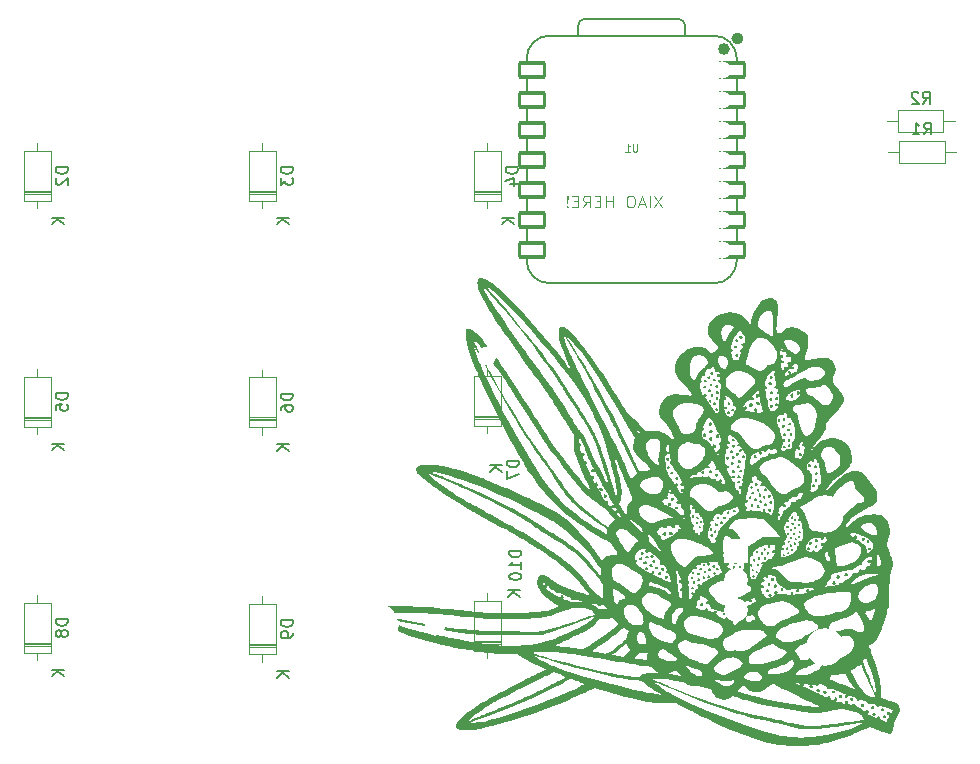
<source format=gbo>
%TF.GenerationSoftware,KiCad,Pcbnew,9.0.0*%
%TF.CreationDate,2025-03-01T22:53:14+02:00*%
%TF.ProjectId,hackpad,6861636b-7061-4642-9e6b-696361645f70,rev?*%
%TF.SameCoordinates,Original*%
%TF.FileFunction,Legend,Bot*%
%TF.FilePolarity,Positive*%
%FSLAX46Y46*%
G04 Gerber Fmt 4.6, Leading zero omitted, Abs format (unit mm)*
G04 Created by KiCad (PCBNEW 9.0.0) date 2025-03-01 22:53:14*
%MOMM*%
%LPD*%
G01*
G04 APERTURE LIST*
G04 Aperture macros list*
%AMRoundRect*
0 Rectangle with rounded corners*
0 $1 Rounding radius*
0 $2 $3 $4 $5 $6 $7 $8 $9 X,Y pos of 4 corners*
0 Add a 4 corners polygon primitive as box body*
4,1,4,$2,$3,$4,$5,$6,$7,$8,$9,$2,$3,0*
0 Add four circle primitives for the rounded corners*
1,1,$1+$1,$2,$3*
1,1,$1+$1,$4,$5*
1,1,$1+$1,$6,$7*
1,1,$1+$1,$8,$9*
0 Add four rect primitives between the rounded corners*
20,1,$1+$1,$2,$3,$4,$5,0*
20,1,$1+$1,$4,$5,$6,$7,0*
20,1,$1+$1,$6,$7,$8,$9,0*
20,1,$1+$1,$8,$9,$2,$3,0*%
G04 Aperture macros list end*
%ADD10C,0.100000*%
%ADD11C,0.150000*%
%ADD12C,0.101600*%
%ADD13C,0.000000*%
%ADD14C,0.120000*%
%ADD15C,0.127000*%
%ADD16C,0.504000*%
%ADD17R,2.000000X2.000000*%
%ADD18C,2.000000*%
%ADD19C,3.200000*%
%ADD20C,1.700000*%
%ADD21C,4.000000*%
%ADD22C,2.200000*%
%ADD23O,1.600000X2.000000*%
%ADD24R,1.600000X1.600000*%
%ADD25O,1.600000X1.600000*%
%ADD26C,1.400000*%
%ADD27O,1.400000X1.400000*%
%ADD28RoundRect,0.152400X-1.063600X-0.609600X1.063600X-0.609600X1.063600X0.609600X-1.063600X0.609600X0*%
%ADD29C,1.524000*%
%ADD30RoundRect,0.152400X1.063600X0.609600X-1.063600X0.609600X-1.063600X-0.609600X1.063600X-0.609600X0*%
G04 APERTURE END LIST*
D10*
X231513353Y-73117419D02*
X230846687Y-74117419D01*
X230846687Y-73117419D02*
X231513353Y-74117419D01*
X230465734Y-74117419D02*
X230465734Y-73117419D01*
X230037163Y-73831704D02*
X229560973Y-73831704D01*
X230132401Y-74117419D02*
X229799068Y-73117419D01*
X229799068Y-73117419D02*
X229465735Y-74117419D01*
X228941925Y-73117419D02*
X228751449Y-73117419D01*
X228751449Y-73117419D02*
X228656211Y-73165038D01*
X228656211Y-73165038D02*
X228560973Y-73260276D01*
X228560973Y-73260276D02*
X228513354Y-73450752D01*
X228513354Y-73450752D02*
X228513354Y-73784085D01*
X228513354Y-73784085D02*
X228560973Y-73974561D01*
X228560973Y-73974561D02*
X228656211Y-74069800D01*
X228656211Y-74069800D02*
X228751449Y-74117419D01*
X228751449Y-74117419D02*
X228941925Y-74117419D01*
X228941925Y-74117419D02*
X229037163Y-74069800D01*
X229037163Y-74069800D02*
X229132401Y-73974561D01*
X229132401Y-73974561D02*
X229180020Y-73784085D01*
X229180020Y-73784085D02*
X229180020Y-73450752D01*
X229180020Y-73450752D02*
X229132401Y-73260276D01*
X229132401Y-73260276D02*
X229037163Y-73165038D01*
X229037163Y-73165038D02*
X228941925Y-73117419D01*
X227322877Y-74117419D02*
X227322877Y-73117419D01*
X227322877Y-73593609D02*
X226751449Y-73593609D01*
X226751449Y-74117419D02*
X226751449Y-73117419D01*
X226275258Y-73593609D02*
X225941925Y-73593609D01*
X225799068Y-74117419D02*
X226275258Y-74117419D01*
X226275258Y-74117419D02*
X226275258Y-73117419D01*
X226275258Y-73117419D02*
X225799068Y-73117419D01*
X224799068Y-74117419D02*
X225132401Y-73641228D01*
X225370496Y-74117419D02*
X225370496Y-73117419D01*
X225370496Y-73117419D02*
X224989544Y-73117419D01*
X224989544Y-73117419D02*
X224894306Y-73165038D01*
X224894306Y-73165038D02*
X224846687Y-73212657D01*
X224846687Y-73212657D02*
X224799068Y-73307895D01*
X224799068Y-73307895D02*
X224799068Y-73450752D01*
X224799068Y-73450752D02*
X224846687Y-73545990D01*
X224846687Y-73545990D02*
X224894306Y-73593609D01*
X224894306Y-73593609D02*
X224989544Y-73641228D01*
X224989544Y-73641228D02*
X225370496Y-73641228D01*
X224370496Y-73593609D02*
X224037163Y-73593609D01*
X223894306Y-74117419D02*
X224370496Y-74117419D01*
X224370496Y-74117419D02*
X224370496Y-73117419D01*
X224370496Y-73117419D02*
X223894306Y-73117419D01*
X223465734Y-74022180D02*
X223418115Y-74069800D01*
X223418115Y-74069800D02*
X223465734Y-74117419D01*
X223465734Y-74117419D02*
X223513353Y-74069800D01*
X223513353Y-74069800D02*
X223465734Y-74022180D01*
X223465734Y-74022180D02*
X223465734Y-74117419D01*
X223465734Y-73736466D02*
X223513353Y-73165038D01*
X223513353Y-73165038D02*
X223465734Y-73117419D01*
X223465734Y-73117419D02*
X223418115Y-73165038D01*
X223418115Y-73165038D02*
X223465734Y-73736466D01*
X223465734Y-73736466D02*
X223465734Y-73117419D01*
D11*
X181168569Y-89830655D02*
X180168569Y-89830655D01*
X180168569Y-89830655D02*
X180168569Y-90068750D01*
X180168569Y-90068750D02*
X180216188Y-90211607D01*
X180216188Y-90211607D02*
X180311426Y-90306845D01*
X180311426Y-90306845D02*
X180406664Y-90354464D01*
X180406664Y-90354464D02*
X180597140Y-90402083D01*
X180597140Y-90402083D02*
X180739997Y-90402083D01*
X180739997Y-90402083D02*
X180930473Y-90354464D01*
X180930473Y-90354464D02*
X181025711Y-90306845D01*
X181025711Y-90306845D02*
X181120950Y-90211607D01*
X181120950Y-90211607D02*
X181168569Y-90068750D01*
X181168569Y-90068750D02*
X181168569Y-89830655D01*
X180168569Y-91306845D02*
X180168569Y-90830655D01*
X180168569Y-90830655D02*
X180644759Y-90783036D01*
X180644759Y-90783036D02*
X180597140Y-90830655D01*
X180597140Y-90830655D02*
X180549521Y-90925893D01*
X180549521Y-90925893D02*
X180549521Y-91163988D01*
X180549521Y-91163988D02*
X180597140Y-91259226D01*
X180597140Y-91259226D02*
X180644759Y-91306845D01*
X180644759Y-91306845D02*
X180739997Y-91354464D01*
X180739997Y-91354464D02*
X180978092Y-91354464D01*
X180978092Y-91354464D02*
X181073330Y-91306845D01*
X181073330Y-91306845D02*
X181120950Y-91259226D01*
X181120950Y-91259226D02*
X181168569Y-91163988D01*
X181168569Y-91163988D02*
X181168569Y-90925893D01*
X181168569Y-90925893D02*
X181120950Y-90830655D01*
X181120950Y-90830655D02*
X181073330Y-90783036D01*
X180848569Y-94116845D02*
X179848569Y-94116845D01*
X180848569Y-94688273D02*
X180277140Y-94259702D01*
X179848569Y-94688273D02*
X180419997Y-94116845D01*
X181168569Y-70699405D02*
X180168569Y-70699405D01*
X180168569Y-70699405D02*
X180168569Y-70937500D01*
X180168569Y-70937500D02*
X180216188Y-71080357D01*
X180216188Y-71080357D02*
X180311426Y-71175595D01*
X180311426Y-71175595D02*
X180406664Y-71223214D01*
X180406664Y-71223214D02*
X180597140Y-71270833D01*
X180597140Y-71270833D02*
X180739997Y-71270833D01*
X180739997Y-71270833D02*
X180930473Y-71223214D01*
X180930473Y-71223214D02*
X181025711Y-71175595D01*
X181025711Y-71175595D02*
X181120950Y-71080357D01*
X181120950Y-71080357D02*
X181168569Y-70937500D01*
X181168569Y-70937500D02*
X181168569Y-70699405D01*
X180263807Y-71651786D02*
X180216188Y-71699405D01*
X180216188Y-71699405D02*
X180168569Y-71794643D01*
X180168569Y-71794643D02*
X180168569Y-72032738D01*
X180168569Y-72032738D02*
X180216188Y-72127976D01*
X180216188Y-72127976D02*
X180263807Y-72175595D01*
X180263807Y-72175595D02*
X180359045Y-72223214D01*
X180359045Y-72223214D02*
X180454283Y-72223214D01*
X180454283Y-72223214D02*
X180597140Y-72175595D01*
X180597140Y-72175595D02*
X181168569Y-71604167D01*
X181168569Y-71604167D02*
X181168569Y-72223214D01*
X180848569Y-74985595D02*
X179848569Y-74985595D01*
X180848569Y-75557023D02*
X180277140Y-75128452D01*
X179848569Y-75557023D02*
X180419997Y-74985595D01*
X200218569Y-109061905D02*
X199218569Y-109061905D01*
X199218569Y-109061905D02*
X199218569Y-109300000D01*
X199218569Y-109300000D02*
X199266188Y-109442857D01*
X199266188Y-109442857D02*
X199361426Y-109538095D01*
X199361426Y-109538095D02*
X199456664Y-109585714D01*
X199456664Y-109585714D02*
X199647140Y-109633333D01*
X199647140Y-109633333D02*
X199789997Y-109633333D01*
X199789997Y-109633333D02*
X199980473Y-109585714D01*
X199980473Y-109585714D02*
X200075711Y-109538095D01*
X200075711Y-109538095D02*
X200170950Y-109442857D01*
X200170950Y-109442857D02*
X200218569Y-109300000D01*
X200218569Y-109300000D02*
X200218569Y-109061905D01*
X200218569Y-110109524D02*
X200218569Y-110300000D01*
X200218569Y-110300000D02*
X200170950Y-110395238D01*
X200170950Y-110395238D02*
X200123330Y-110442857D01*
X200123330Y-110442857D02*
X199980473Y-110538095D01*
X199980473Y-110538095D02*
X199789997Y-110585714D01*
X199789997Y-110585714D02*
X199409045Y-110585714D01*
X199409045Y-110585714D02*
X199313807Y-110538095D01*
X199313807Y-110538095D02*
X199266188Y-110490476D01*
X199266188Y-110490476D02*
X199218569Y-110395238D01*
X199218569Y-110395238D02*
X199218569Y-110204762D01*
X199218569Y-110204762D02*
X199266188Y-110109524D01*
X199266188Y-110109524D02*
X199313807Y-110061905D01*
X199313807Y-110061905D02*
X199409045Y-110014286D01*
X199409045Y-110014286D02*
X199647140Y-110014286D01*
X199647140Y-110014286D02*
X199742378Y-110061905D01*
X199742378Y-110061905D02*
X199789997Y-110109524D01*
X199789997Y-110109524D02*
X199837616Y-110204762D01*
X199837616Y-110204762D02*
X199837616Y-110395238D01*
X199837616Y-110395238D02*
X199789997Y-110490476D01*
X199789997Y-110490476D02*
X199742378Y-110538095D01*
X199742378Y-110538095D02*
X199647140Y-110585714D01*
X199898569Y-113348095D02*
X198898569Y-113348095D01*
X199898569Y-113919523D02*
X199327140Y-113490952D01*
X198898569Y-113919523D02*
X199469997Y-113348095D01*
X200218569Y-89880655D02*
X199218569Y-89880655D01*
X199218569Y-89880655D02*
X199218569Y-90118750D01*
X199218569Y-90118750D02*
X199266188Y-90261607D01*
X199266188Y-90261607D02*
X199361426Y-90356845D01*
X199361426Y-90356845D02*
X199456664Y-90404464D01*
X199456664Y-90404464D02*
X199647140Y-90452083D01*
X199647140Y-90452083D02*
X199789997Y-90452083D01*
X199789997Y-90452083D02*
X199980473Y-90404464D01*
X199980473Y-90404464D02*
X200075711Y-90356845D01*
X200075711Y-90356845D02*
X200170950Y-90261607D01*
X200170950Y-90261607D02*
X200218569Y-90118750D01*
X200218569Y-90118750D02*
X200218569Y-89880655D01*
X199218569Y-91309226D02*
X199218569Y-91118750D01*
X199218569Y-91118750D02*
X199266188Y-91023512D01*
X199266188Y-91023512D02*
X199313807Y-90975893D01*
X199313807Y-90975893D02*
X199456664Y-90880655D01*
X199456664Y-90880655D02*
X199647140Y-90833036D01*
X199647140Y-90833036D02*
X200028092Y-90833036D01*
X200028092Y-90833036D02*
X200123330Y-90880655D01*
X200123330Y-90880655D02*
X200170950Y-90928274D01*
X200170950Y-90928274D02*
X200218569Y-91023512D01*
X200218569Y-91023512D02*
X200218569Y-91213988D01*
X200218569Y-91213988D02*
X200170950Y-91309226D01*
X200170950Y-91309226D02*
X200123330Y-91356845D01*
X200123330Y-91356845D02*
X200028092Y-91404464D01*
X200028092Y-91404464D02*
X199789997Y-91404464D01*
X199789997Y-91404464D02*
X199694759Y-91356845D01*
X199694759Y-91356845D02*
X199647140Y-91309226D01*
X199647140Y-91309226D02*
X199599521Y-91213988D01*
X199599521Y-91213988D02*
X199599521Y-91023512D01*
X199599521Y-91023512D02*
X199647140Y-90928274D01*
X199647140Y-90928274D02*
X199694759Y-90880655D01*
X199694759Y-90880655D02*
X199789997Y-90833036D01*
X199898569Y-94166845D02*
X198898569Y-94166845D01*
X199898569Y-94738273D02*
X199327140Y-94309702D01*
X198898569Y-94738273D02*
X199469997Y-94166845D01*
X219554819Y-103185714D02*
X218554819Y-103185714D01*
X218554819Y-103185714D02*
X218554819Y-103423809D01*
X218554819Y-103423809D02*
X218602438Y-103566666D01*
X218602438Y-103566666D02*
X218697676Y-103661904D01*
X218697676Y-103661904D02*
X218792914Y-103709523D01*
X218792914Y-103709523D02*
X218983390Y-103757142D01*
X218983390Y-103757142D02*
X219126247Y-103757142D01*
X219126247Y-103757142D02*
X219316723Y-103709523D01*
X219316723Y-103709523D02*
X219411961Y-103661904D01*
X219411961Y-103661904D02*
X219507200Y-103566666D01*
X219507200Y-103566666D02*
X219554819Y-103423809D01*
X219554819Y-103423809D02*
X219554819Y-103185714D01*
X219554819Y-104709523D02*
X219554819Y-104138095D01*
X219554819Y-104423809D02*
X218554819Y-104423809D01*
X218554819Y-104423809D02*
X218697676Y-104328571D01*
X218697676Y-104328571D02*
X218792914Y-104233333D01*
X218792914Y-104233333D02*
X218840533Y-104138095D01*
X218554819Y-105328571D02*
X218554819Y-105423809D01*
X218554819Y-105423809D02*
X218602438Y-105519047D01*
X218602438Y-105519047D02*
X218650057Y-105566666D01*
X218650057Y-105566666D02*
X218745295Y-105614285D01*
X218745295Y-105614285D02*
X218935771Y-105661904D01*
X218935771Y-105661904D02*
X219173866Y-105661904D01*
X219173866Y-105661904D02*
X219364342Y-105614285D01*
X219364342Y-105614285D02*
X219459580Y-105566666D01*
X219459580Y-105566666D02*
X219507200Y-105519047D01*
X219507200Y-105519047D02*
X219554819Y-105423809D01*
X219554819Y-105423809D02*
X219554819Y-105328571D01*
X219554819Y-105328571D02*
X219507200Y-105233333D01*
X219507200Y-105233333D02*
X219459580Y-105185714D01*
X219459580Y-105185714D02*
X219364342Y-105138095D01*
X219364342Y-105138095D02*
X219173866Y-105090476D01*
X219173866Y-105090476D02*
X218935771Y-105090476D01*
X218935771Y-105090476D02*
X218745295Y-105138095D01*
X218745295Y-105138095D02*
X218650057Y-105185714D01*
X218650057Y-105185714D02*
X218602438Y-105233333D01*
X218602438Y-105233333D02*
X218554819Y-105328571D01*
X219454819Y-106538095D02*
X218454819Y-106538095D01*
X219454819Y-107109523D02*
X218883390Y-106680952D01*
X218454819Y-107109523D02*
X219026247Y-106538095D01*
X253666666Y-67934819D02*
X253999999Y-67458628D01*
X254238094Y-67934819D02*
X254238094Y-66934819D01*
X254238094Y-66934819D02*
X253857142Y-66934819D01*
X253857142Y-66934819D02*
X253761904Y-66982438D01*
X253761904Y-66982438D02*
X253714285Y-67030057D01*
X253714285Y-67030057D02*
X253666666Y-67125295D01*
X253666666Y-67125295D02*
X253666666Y-67268152D01*
X253666666Y-67268152D02*
X253714285Y-67363390D01*
X253714285Y-67363390D02*
X253761904Y-67411009D01*
X253761904Y-67411009D02*
X253857142Y-67458628D01*
X253857142Y-67458628D02*
X254238094Y-67458628D01*
X252714285Y-67934819D02*
X253285713Y-67934819D01*
X252999999Y-67934819D02*
X252999999Y-66934819D01*
X252999999Y-66934819D02*
X253095237Y-67077676D01*
X253095237Y-67077676D02*
X253190475Y-67172914D01*
X253190475Y-67172914D02*
X253285713Y-67220533D01*
X200218569Y-70699405D02*
X199218569Y-70699405D01*
X199218569Y-70699405D02*
X199218569Y-70937500D01*
X199218569Y-70937500D02*
X199266188Y-71080357D01*
X199266188Y-71080357D02*
X199361426Y-71175595D01*
X199361426Y-71175595D02*
X199456664Y-71223214D01*
X199456664Y-71223214D02*
X199647140Y-71270833D01*
X199647140Y-71270833D02*
X199789997Y-71270833D01*
X199789997Y-71270833D02*
X199980473Y-71223214D01*
X199980473Y-71223214D02*
X200075711Y-71175595D01*
X200075711Y-71175595D02*
X200170950Y-71080357D01*
X200170950Y-71080357D02*
X200218569Y-70937500D01*
X200218569Y-70937500D02*
X200218569Y-70699405D01*
X199218569Y-71604167D02*
X199218569Y-72223214D01*
X199218569Y-72223214D02*
X199599521Y-71889881D01*
X199599521Y-71889881D02*
X199599521Y-72032738D01*
X199599521Y-72032738D02*
X199647140Y-72127976D01*
X199647140Y-72127976D02*
X199694759Y-72175595D01*
X199694759Y-72175595D02*
X199789997Y-72223214D01*
X199789997Y-72223214D02*
X200028092Y-72223214D01*
X200028092Y-72223214D02*
X200123330Y-72175595D01*
X200123330Y-72175595D02*
X200170950Y-72127976D01*
X200170950Y-72127976D02*
X200218569Y-72032738D01*
X200218569Y-72032738D02*
X200218569Y-71747024D01*
X200218569Y-71747024D02*
X200170950Y-71651786D01*
X200170950Y-71651786D02*
X200123330Y-71604167D01*
X199898569Y-74985595D02*
X198898569Y-74985595D01*
X199898569Y-75557023D02*
X199327140Y-75128452D01*
X198898569Y-75557023D02*
X199469997Y-74985595D01*
X219354819Y-95561905D02*
X218354819Y-95561905D01*
X218354819Y-95561905D02*
X218354819Y-95800000D01*
X218354819Y-95800000D02*
X218402438Y-95942857D01*
X218402438Y-95942857D02*
X218497676Y-96038095D01*
X218497676Y-96038095D02*
X218592914Y-96085714D01*
X218592914Y-96085714D02*
X218783390Y-96133333D01*
X218783390Y-96133333D02*
X218926247Y-96133333D01*
X218926247Y-96133333D02*
X219116723Y-96085714D01*
X219116723Y-96085714D02*
X219211961Y-96038095D01*
X219211961Y-96038095D02*
X219307200Y-95942857D01*
X219307200Y-95942857D02*
X219354819Y-95800000D01*
X219354819Y-95800000D02*
X219354819Y-95561905D01*
X218354819Y-96466667D02*
X218354819Y-97133333D01*
X218354819Y-97133333D02*
X219354819Y-96704762D01*
X217954819Y-95938095D02*
X216954819Y-95938095D01*
X217954819Y-96509523D02*
X217383390Y-96080952D01*
X216954819Y-96509523D02*
X217526247Y-95938095D01*
X181168569Y-108961905D02*
X180168569Y-108961905D01*
X180168569Y-108961905D02*
X180168569Y-109200000D01*
X180168569Y-109200000D02*
X180216188Y-109342857D01*
X180216188Y-109342857D02*
X180311426Y-109438095D01*
X180311426Y-109438095D02*
X180406664Y-109485714D01*
X180406664Y-109485714D02*
X180597140Y-109533333D01*
X180597140Y-109533333D02*
X180739997Y-109533333D01*
X180739997Y-109533333D02*
X180930473Y-109485714D01*
X180930473Y-109485714D02*
X181025711Y-109438095D01*
X181025711Y-109438095D02*
X181120950Y-109342857D01*
X181120950Y-109342857D02*
X181168569Y-109200000D01*
X181168569Y-109200000D02*
X181168569Y-108961905D01*
X180597140Y-110104762D02*
X180549521Y-110009524D01*
X180549521Y-110009524D02*
X180501902Y-109961905D01*
X180501902Y-109961905D02*
X180406664Y-109914286D01*
X180406664Y-109914286D02*
X180359045Y-109914286D01*
X180359045Y-109914286D02*
X180263807Y-109961905D01*
X180263807Y-109961905D02*
X180216188Y-110009524D01*
X180216188Y-110009524D02*
X180168569Y-110104762D01*
X180168569Y-110104762D02*
X180168569Y-110295238D01*
X180168569Y-110295238D02*
X180216188Y-110390476D01*
X180216188Y-110390476D02*
X180263807Y-110438095D01*
X180263807Y-110438095D02*
X180359045Y-110485714D01*
X180359045Y-110485714D02*
X180406664Y-110485714D01*
X180406664Y-110485714D02*
X180501902Y-110438095D01*
X180501902Y-110438095D02*
X180549521Y-110390476D01*
X180549521Y-110390476D02*
X180597140Y-110295238D01*
X180597140Y-110295238D02*
X180597140Y-110104762D01*
X180597140Y-110104762D02*
X180644759Y-110009524D01*
X180644759Y-110009524D02*
X180692378Y-109961905D01*
X180692378Y-109961905D02*
X180787616Y-109914286D01*
X180787616Y-109914286D02*
X180978092Y-109914286D01*
X180978092Y-109914286D02*
X181073330Y-109961905D01*
X181073330Y-109961905D02*
X181120950Y-110009524D01*
X181120950Y-110009524D02*
X181168569Y-110104762D01*
X181168569Y-110104762D02*
X181168569Y-110295238D01*
X181168569Y-110295238D02*
X181120950Y-110390476D01*
X181120950Y-110390476D02*
X181073330Y-110438095D01*
X181073330Y-110438095D02*
X180978092Y-110485714D01*
X180978092Y-110485714D02*
X180787616Y-110485714D01*
X180787616Y-110485714D02*
X180692378Y-110438095D01*
X180692378Y-110438095D02*
X180644759Y-110390476D01*
X180644759Y-110390476D02*
X180597140Y-110295238D01*
X180848569Y-113248095D02*
X179848569Y-113248095D01*
X180848569Y-113819523D02*
X180277140Y-113390952D01*
X179848569Y-113819523D02*
X180419997Y-113248095D01*
X253566666Y-65334819D02*
X253899999Y-64858628D01*
X254138094Y-65334819D02*
X254138094Y-64334819D01*
X254138094Y-64334819D02*
X253757142Y-64334819D01*
X253757142Y-64334819D02*
X253661904Y-64382438D01*
X253661904Y-64382438D02*
X253614285Y-64430057D01*
X253614285Y-64430057D02*
X253566666Y-64525295D01*
X253566666Y-64525295D02*
X253566666Y-64668152D01*
X253566666Y-64668152D02*
X253614285Y-64763390D01*
X253614285Y-64763390D02*
X253661904Y-64811009D01*
X253661904Y-64811009D02*
X253757142Y-64858628D01*
X253757142Y-64858628D02*
X254138094Y-64858628D01*
X253185713Y-64430057D02*
X253138094Y-64382438D01*
X253138094Y-64382438D02*
X253042856Y-64334819D01*
X253042856Y-64334819D02*
X252804761Y-64334819D01*
X252804761Y-64334819D02*
X252709523Y-64382438D01*
X252709523Y-64382438D02*
X252661904Y-64430057D01*
X252661904Y-64430057D02*
X252614285Y-64525295D01*
X252614285Y-64525295D02*
X252614285Y-64620533D01*
X252614285Y-64620533D02*
X252661904Y-64763390D01*
X252661904Y-64763390D02*
X253233332Y-65334819D01*
X253233332Y-65334819D02*
X252614285Y-65334819D01*
X219268569Y-70699405D02*
X218268569Y-70699405D01*
X218268569Y-70699405D02*
X218268569Y-70937500D01*
X218268569Y-70937500D02*
X218316188Y-71080357D01*
X218316188Y-71080357D02*
X218411426Y-71175595D01*
X218411426Y-71175595D02*
X218506664Y-71223214D01*
X218506664Y-71223214D02*
X218697140Y-71270833D01*
X218697140Y-71270833D02*
X218839997Y-71270833D01*
X218839997Y-71270833D02*
X219030473Y-71223214D01*
X219030473Y-71223214D02*
X219125711Y-71175595D01*
X219125711Y-71175595D02*
X219220950Y-71080357D01*
X219220950Y-71080357D02*
X219268569Y-70937500D01*
X219268569Y-70937500D02*
X219268569Y-70699405D01*
X218601902Y-72127976D02*
X219268569Y-72127976D01*
X218220950Y-71889881D02*
X218935235Y-71651786D01*
X218935235Y-71651786D02*
X218935235Y-72270833D01*
X218948569Y-74985595D02*
X217948569Y-74985595D01*
X218948569Y-75557023D02*
X218377140Y-75128452D01*
X217948569Y-75557023D02*
X218519997Y-74985595D01*
D12*
X229383809Y-68753479D02*
X229383809Y-69267526D01*
X229383809Y-69267526D02*
X229353571Y-69328002D01*
X229353571Y-69328002D02*
X229323333Y-69358241D01*
X229323333Y-69358241D02*
X229262857Y-69388479D01*
X229262857Y-69388479D02*
X229141904Y-69388479D01*
X229141904Y-69388479D02*
X229081428Y-69358241D01*
X229081428Y-69358241D02*
X229051190Y-69328002D01*
X229051190Y-69328002D02*
X229020952Y-69267526D01*
X229020952Y-69267526D02*
X229020952Y-68753479D01*
X228385952Y-69388479D02*
X228748809Y-69388479D01*
X228567381Y-69388479D02*
X228567381Y-68753479D01*
X228567381Y-68753479D02*
X228627857Y-68844193D01*
X228627857Y-68844193D02*
X228688333Y-68904669D01*
X228688333Y-68904669D02*
X228748809Y-68934907D01*
D13*
G36*
X241171673Y-84290202D02*
G01*
X241170725Y-84427761D01*
X241181555Y-84535178D01*
X241203690Y-84621757D01*
X241244659Y-84699131D01*
X241333532Y-84769055D01*
X241441098Y-84784703D01*
X241550580Y-84745038D01*
X241645201Y-84649024D01*
X241708737Y-84572579D01*
X241853354Y-84458136D01*
X242035506Y-84360687D01*
X242235199Y-84292318D01*
X242258182Y-84286702D01*
X242377005Y-84261827D01*
X242475197Y-84254334D01*
X242582377Y-84264159D01*
X242728167Y-84291235D01*
X242878121Y-84327566D01*
X243143756Y-84421466D01*
X243381283Y-84543356D01*
X243580138Y-84686301D01*
X243729760Y-84843369D01*
X243819585Y-85007626D01*
X243829959Y-85040740D01*
X243867709Y-85248508D01*
X243878067Y-85498025D01*
X243862734Y-85770656D01*
X243831239Y-85992614D01*
X243823413Y-86047764D01*
X243761804Y-86310712D01*
X243679608Y-86540863D01*
X243627066Y-86679328D01*
X243600431Y-86833763D01*
X243601803Y-86839393D01*
X243627744Y-86945824D01*
X243709113Y-87017265D01*
X243716025Y-87020442D01*
X243760815Y-87034707D01*
X243819432Y-87040090D01*
X243902904Y-87035577D01*
X244022257Y-87020152D01*
X244188518Y-86992801D01*
X244412714Y-86952509D01*
X244478886Y-86940545D01*
X244802143Y-86888573D01*
X245069123Y-86858949D01*
X245288676Y-86851759D01*
X245469651Y-86867091D01*
X245620898Y-86905031D01*
X245751267Y-86965666D01*
X245818146Y-87010079D01*
X245954206Y-87146228D01*
X246062251Y-87332505D01*
X246148234Y-87578091D01*
X246159105Y-87617379D01*
X246176422Y-87685730D01*
X246186229Y-87748064D01*
X246186983Y-87814947D01*
X246177144Y-87896945D01*
X246155171Y-88004621D01*
X246139260Y-88068861D01*
X246119524Y-88148541D01*
X246068661Y-88339271D01*
X246001042Y-88587375D01*
X245967374Y-88767689D01*
X245981338Y-88925478D01*
X246051892Y-89062679D01*
X246183971Y-89195707D01*
X246228225Y-89235152D01*
X246354615Y-89372280D01*
X246485075Y-89543346D01*
X246611087Y-89733973D01*
X246724131Y-89929784D01*
X246813901Y-90112759D01*
X246815689Y-90116404D01*
X246877243Y-90279455D01*
X246900273Y-90404561D01*
X246885384Y-90481136D01*
X246845366Y-90594970D01*
X246788908Y-90721181D01*
X246747192Y-90796965D01*
X246681015Y-90895621D01*
X246591054Y-91009808D01*
X246470435Y-91147684D01*
X246312282Y-91317411D01*
X246109717Y-91527147D01*
X246102955Y-91534071D01*
X245891535Y-91753196D01*
X245807803Y-91843792D01*
X245725761Y-91932559D01*
X245600252Y-92080444D01*
X245509626Y-92205135D01*
X245448503Y-92314916D01*
X245411502Y-92418069D01*
X245393240Y-92522880D01*
X245388338Y-92637630D01*
X245385993Y-92708777D01*
X245365350Y-92850224D01*
X245319733Y-92994776D01*
X245244703Y-93149884D01*
X245135819Y-93322999D01*
X244988640Y-93521574D01*
X244798725Y-93753061D01*
X244561634Y-94024911D01*
X244424762Y-94179845D01*
X244280955Y-94347266D01*
X244247857Y-94388345D01*
X244179809Y-94472802D01*
X244117867Y-94561557D01*
X244091671Y-94618634D01*
X244097764Y-94649138D01*
X244132689Y-94658171D01*
X244140710Y-94655939D01*
X244190596Y-94615479D01*
X244264027Y-94534691D01*
X244348188Y-94427304D01*
X244404856Y-94353824D01*
X244639596Y-94111060D01*
X244903254Y-93920158D01*
X245188226Y-93780424D01*
X245486908Y-93691164D01*
X245791698Y-93651686D01*
X246094992Y-93661294D01*
X246389187Y-93719297D01*
X246666680Y-93824999D01*
X246919868Y-93977709D01*
X247141147Y-94176731D01*
X247322915Y-94421373D01*
X247457568Y-94710942D01*
X247467548Y-94740623D01*
X247519336Y-94933632D01*
X247557474Y-95142810D01*
X247579596Y-95347503D01*
X247583337Y-95527053D01*
X247572920Y-95608979D01*
X247566331Y-95660803D01*
X247524809Y-95778676D01*
X247396451Y-96003549D01*
X247200134Y-96240263D01*
X246935472Y-96489254D01*
X246602078Y-96750961D01*
X246379363Y-96916053D01*
X246168002Y-97081269D01*
X246060380Y-97173253D01*
X245995866Y-97228393D01*
X245851873Y-97367542D01*
X245724943Y-97508836D01*
X245603998Y-97662391D01*
X245515627Y-97780993D01*
X245421580Y-97908808D01*
X245363531Y-97992120D01*
X245337862Y-98037923D01*
X245340955Y-98053214D01*
X245369194Y-98044986D01*
X245418962Y-98020237D01*
X245421498Y-98018918D01*
X245553906Y-97935640D01*
X245718184Y-97811109D01*
X245900981Y-97657438D01*
X246088945Y-97486745D01*
X246268722Y-97311144D01*
X246426961Y-97142751D01*
X246550309Y-96993682D01*
X246618696Y-96910431D01*
X246710618Y-96825505D01*
X246829720Y-96745536D01*
X246995393Y-96655804D01*
X247171692Y-96569889D01*
X247366333Y-96490023D01*
X247538353Y-96442267D01*
X247707306Y-96421543D01*
X247892745Y-96422772D01*
X247917521Y-96424273D01*
X248123069Y-96455277D01*
X248311353Y-96522436D01*
X248490598Y-96631757D01*
X248669027Y-96789249D01*
X248854865Y-97000918D01*
X249056334Y-97272772D01*
X249113770Y-97354618D01*
X249230409Y-97518558D01*
X249343178Y-97674558D01*
X249434072Y-97797603D01*
X249494033Y-97878158D01*
X249598498Y-98028430D01*
X249667224Y-98150953D01*
X249707350Y-98263320D01*
X249726014Y-98383130D01*
X249730353Y-98527978D01*
X249727788Y-98614880D01*
X249704409Y-98787864D01*
X249665767Y-98904020D01*
X249652213Y-98944764D01*
X249565800Y-99091111D01*
X249439768Y-99232435D01*
X249268716Y-99374266D01*
X249047245Y-99522135D01*
X248769953Y-99681572D01*
X248431440Y-99858108D01*
X248363766Y-99892288D01*
X248110014Y-100022941D01*
X247907741Y-100133847D01*
X247746949Y-100233031D01*
X247617638Y-100328513D01*
X247509809Y-100428318D01*
X247413462Y-100540466D01*
X247318598Y-100672982D01*
X247215216Y-100833887D01*
X247188716Y-100876632D01*
X247101985Y-101021141D01*
X247034534Y-101140758D01*
X246992615Y-101224049D01*
X246982478Y-101259579D01*
X246987795Y-101261900D01*
X247036668Y-101241409D01*
X247123162Y-101178244D01*
X247218120Y-101097192D01*
X248347419Y-101097192D01*
X248370614Y-101202218D01*
X248452515Y-101319220D01*
X248589905Y-101444183D01*
X248779570Y-101573093D01*
X249018294Y-101701936D01*
X249089985Y-101736670D01*
X249258390Y-101815819D01*
X249379749Y-101865965D01*
X249465615Y-101889395D01*
X249527541Y-101888398D01*
X249577083Y-101865264D01*
X249625792Y-101822281D01*
X249681040Y-101750323D01*
X249711693Y-101643906D01*
X249699068Y-101507841D01*
X249643648Y-101328846D01*
X249583396Y-101202483D01*
X249463592Y-101043426D01*
X249318670Y-100925718D01*
X249163526Y-100863787D01*
X249129450Y-100858928D01*
X248993430Y-100856027D01*
X248831612Y-100869118D01*
X248668029Y-100894725D01*
X248526712Y-100929374D01*
X248431691Y-100969592D01*
X248386145Y-101008155D01*
X248347419Y-101097192D01*
X247218120Y-101097192D01*
X247238937Y-101079423D01*
X247375657Y-100951967D01*
X247524982Y-100802893D01*
X247714905Y-100634994D01*
X248003548Y-100448926D01*
X248330399Y-100298570D01*
X248681831Y-100187185D01*
X249044217Y-100118029D01*
X249403932Y-100094360D01*
X249747349Y-100119437D01*
X250060842Y-100196518D01*
X250206331Y-100258900D01*
X250379935Y-100380426D01*
X250526671Y-100553763D01*
X250648005Y-100773137D01*
X250745116Y-101063069D01*
X250794425Y-101375348D01*
X250794735Y-101643906D01*
X250794792Y-101693241D01*
X250745079Y-102000016D01*
X250644146Y-102278940D01*
X250593360Y-102402643D01*
X250561060Y-102554099D01*
X250562125Y-102718083D01*
X250567368Y-102745607D01*
X250597945Y-102906116D01*
X250669907Y-103129719D01*
X250779403Y-103400415D01*
X250830383Y-103520724D01*
X250927681Y-103771883D01*
X250992142Y-103980824D01*
X251007521Y-104061035D01*
X251026515Y-104160098D01*
X251033553Y-104322257D01*
X251016006Y-104479851D01*
X250999247Y-104560659D01*
X250961933Y-104702555D01*
X250923155Y-104815368D01*
X250908401Y-104850934D01*
X250870948Y-104950178D01*
X250840279Y-105051327D01*
X250815470Y-105162936D01*
X250812142Y-105184813D01*
X250795598Y-105293563D01*
X250779739Y-105451764D01*
X250766970Y-105646095D01*
X250756368Y-105885114D01*
X250747008Y-106177376D01*
X250738191Y-106522745D01*
X250737969Y-106531440D01*
X250736047Y-106609809D01*
X250726702Y-106931690D01*
X250715916Y-107222789D01*
X250704097Y-107475189D01*
X250691650Y-107680976D01*
X250678984Y-107832236D01*
X250666505Y-107921052D01*
X250664564Y-107929662D01*
X250642667Y-108016829D01*
X250628358Y-108073790D01*
X250574594Y-108268878D01*
X250507739Y-108500308D01*
X250432262Y-108753464D01*
X250352631Y-109013728D01*
X250273313Y-109266483D01*
X250198777Y-109497112D01*
X250133491Y-109690997D01*
X250108942Y-109758845D01*
X250081922Y-109833522D01*
X250036978Y-109946302D01*
X249858100Y-110329530D01*
X249664577Y-110645103D01*
X249455675Y-110894093D01*
X249232250Y-111076277D01*
X249230663Y-111077571D01*
X249228422Y-111079022D01*
X249127001Y-111144450D01*
X249052700Y-111191935D01*
X249021462Y-111211285D01*
X249026483Y-111231747D01*
X249051120Y-111310302D01*
X249093425Y-111439322D01*
X249150415Y-111609820D01*
X249219103Y-111812807D01*
X249296503Y-112039295D01*
X249444131Y-112472780D01*
X249574735Y-112865711D01*
X249684113Y-113208270D01*
X249774137Y-113508321D01*
X249846675Y-113773727D01*
X249903598Y-114012349D01*
X249946776Y-114232051D01*
X249978078Y-114440696D01*
X249999376Y-114646145D01*
X250012539Y-114856263D01*
X250019437Y-115078911D01*
X250022770Y-115254775D01*
X250026596Y-115456631D01*
X250030748Y-115675689D01*
X250594241Y-115842700D01*
X250718274Y-115879372D01*
X250911747Y-115936232D01*
X251082818Y-115986102D01*
X251216478Y-116024615D01*
X251297717Y-116047403D01*
X251416355Y-116103922D01*
X251524096Y-116222657D01*
X251591764Y-116390585D01*
X251615235Y-116600525D01*
X251612897Y-116644520D01*
X251608021Y-116736272D01*
X251568886Y-116911617D01*
X251488549Y-117084885D01*
X251358912Y-117277462D01*
X251278503Y-117391674D01*
X251187853Y-117559325D01*
X251139467Y-117725411D01*
X251137391Y-117751238D01*
X251124259Y-117914598D01*
X251118406Y-118025720D01*
X251086348Y-118214798D01*
X251031495Y-118386688D01*
X250959632Y-118530808D01*
X250876544Y-118636578D01*
X250788018Y-118693417D01*
X250699839Y-118690745D01*
X250690788Y-118687066D01*
X250613518Y-118657641D01*
X250488446Y-118611578D01*
X250330785Y-118554440D01*
X250155746Y-118491789D01*
X249960309Y-118421813D01*
X249741723Y-118342733D01*
X249535998Y-118267569D01*
X249369886Y-118206047D01*
X249040883Y-118082821D01*
X248908016Y-118174898D01*
X248885813Y-118189376D01*
X248775785Y-118250218D01*
X248632178Y-118319224D01*
X248480165Y-118384086D01*
X248434003Y-118402574D01*
X248248372Y-118478966D01*
X248045702Y-118564756D01*
X247862275Y-118644645D01*
X247593455Y-118758360D01*
X247178351Y-118917530D01*
X246726137Y-119075029D01*
X246255688Y-119224652D01*
X245785882Y-119360190D01*
X245335596Y-119475437D01*
X245225060Y-119501604D01*
X245044493Y-119543528D01*
X244903052Y-119574134D01*
X244781198Y-119596896D01*
X244659389Y-119615290D01*
X244518087Y-119632790D01*
X244337751Y-119652869D01*
X244312287Y-119655549D01*
X244082459Y-119673566D01*
X243802177Y-119687097D01*
X243486524Y-119696128D01*
X243150583Y-119700647D01*
X242809436Y-119700642D01*
X242478167Y-119696098D01*
X242171860Y-119687005D01*
X241905596Y-119673348D01*
X241694460Y-119655115D01*
X241394589Y-119617510D01*
X240958691Y-119548926D01*
X240542879Y-119463883D01*
X240126985Y-119357556D01*
X239690837Y-119225118D01*
X239214266Y-119061745D01*
X238906587Y-118949990D01*
X238011979Y-118607926D01*
X237105597Y-118235515D01*
X236173997Y-117827108D01*
X235203740Y-117377059D01*
X234974007Y-117267391D01*
X234724005Y-117146676D01*
X234490282Y-117031869D01*
X234259829Y-116916373D01*
X234019637Y-116793592D01*
X233756695Y-116656928D01*
X233457995Y-116499784D01*
X233110526Y-116315562D01*
X232705956Y-116100515D01*
X232107895Y-116112457D01*
X231614455Y-116110857D01*
X230976073Y-116076434D01*
X230366482Y-116007431D01*
X230188846Y-115977602D01*
X229919160Y-115923848D01*
X229599460Y-115853232D01*
X229239093Y-115768210D01*
X228847408Y-115671239D01*
X228433755Y-115564772D01*
X228007480Y-115451267D01*
X227577933Y-115333179D01*
X227154462Y-115212963D01*
X226746416Y-115093076D01*
X226363143Y-114975973D01*
X226013991Y-114864109D01*
X225830337Y-114803579D01*
X225240030Y-115088614D01*
X224993059Y-115204674D01*
X224663134Y-115353254D01*
X224287367Y-115517111D01*
X223876534Y-115691770D01*
X223441408Y-115872754D01*
X222992762Y-116055588D01*
X222541371Y-116235794D01*
X222098009Y-116408896D01*
X221673450Y-116570419D01*
X221616853Y-116591584D01*
X220950757Y-116833961D01*
X220280608Y-117065949D01*
X219613206Y-117285654D01*
X218955353Y-117491185D01*
X218313852Y-117680649D01*
X217695505Y-117852155D01*
X217107112Y-118003811D01*
X216555477Y-118133724D01*
X216047401Y-118240003D01*
X215589685Y-118320756D01*
X215189132Y-118374090D01*
X215080606Y-118383873D01*
X214734413Y-118388254D01*
X214437825Y-118346019D01*
X214188156Y-118256856D01*
X214129625Y-118226777D01*
X214061774Y-118180968D01*
X214035170Y-118132182D01*
X214034403Y-118060764D01*
X214036140Y-118042183D01*
X214077786Y-117871492D01*
X214134889Y-117759130D01*
X215286474Y-117759130D01*
X215328767Y-117765127D01*
X215358473Y-117762674D01*
X215455590Y-117755853D01*
X215573269Y-117748538D01*
X215592383Y-117747363D01*
X215830324Y-117725523D01*
X216108229Y-117689479D01*
X216400476Y-117642909D01*
X216681440Y-117589490D01*
X216824534Y-117558105D01*
X217207430Y-117462423D01*
X217644342Y-117339207D01*
X218128808Y-117190860D01*
X218654367Y-117019787D01*
X219214560Y-116828390D01*
X219802924Y-116619075D01*
X220412999Y-116394245D01*
X221038325Y-116156304D01*
X221672439Y-115907655D01*
X222308882Y-115650703D01*
X222941193Y-115387852D01*
X223562910Y-115121504D01*
X224167573Y-114854065D01*
X224748721Y-114587938D01*
X224847022Y-114539389D01*
X224917433Y-114499033D01*
X224939064Y-114478307D01*
X224938419Y-114477776D01*
X224896737Y-114458831D01*
X224802791Y-114421399D01*
X224669627Y-114370292D01*
X224510287Y-114310326D01*
X224337817Y-114246312D01*
X224165259Y-114183064D01*
X224005659Y-114125396D01*
X223872060Y-114078122D01*
X223777506Y-114046054D01*
X223735042Y-114034006D01*
X223707539Y-114043820D01*
X223626001Y-114082843D01*
X223502396Y-114146403D01*
X223347517Y-114228923D01*
X223172161Y-114324827D01*
X222984535Y-114427636D01*
X222234886Y-114819948D01*
X221416970Y-115220475D01*
X220530531Y-115629327D01*
X219575316Y-116046618D01*
X218551069Y-116472460D01*
X217457535Y-116906965D01*
X216294460Y-117350244D01*
X216226886Y-117375541D01*
X215984621Y-117466947D01*
X215765658Y-117550650D01*
X215578534Y-117623309D01*
X215431789Y-117681587D01*
X215333960Y-117722143D01*
X215293587Y-117741639D01*
X215286474Y-117759130D01*
X214134889Y-117759130D01*
X214168159Y-117693665D01*
X214270116Y-117558693D01*
X215150061Y-117558693D01*
X215158639Y-117570420D01*
X215197159Y-117594155D01*
X215197293Y-117594146D01*
X215240403Y-117580287D01*
X215334829Y-117540292D01*
X215483482Y-117472841D01*
X215689271Y-117376614D01*
X215955107Y-117250291D01*
X215955476Y-117250115D01*
X216105878Y-117179344D01*
X216233333Y-117121396D01*
X216324394Y-117082245D01*
X216365615Y-117067867D01*
X216366721Y-117067836D01*
X216422885Y-117053062D01*
X216536488Y-117013234D01*
X216700742Y-116951177D01*
X216908862Y-116869716D01*
X217154058Y-116771675D01*
X217429543Y-116659878D01*
X217728530Y-116537152D01*
X218044231Y-116406319D01*
X218369858Y-116270206D01*
X218698624Y-116131636D01*
X219023742Y-115993435D01*
X219338423Y-115858426D01*
X219635881Y-115729436D01*
X219909327Y-115609287D01*
X220151974Y-115500806D01*
X220357035Y-115406817D01*
X220421607Y-115376612D01*
X220707202Y-115241005D01*
X221005315Y-115096540D01*
X221309628Y-114946516D01*
X221613824Y-114794234D01*
X221911588Y-114642997D01*
X222196602Y-114496104D01*
X222462550Y-114356856D01*
X222703114Y-114228555D01*
X222911978Y-114114501D01*
X223082825Y-114017996D01*
X223209338Y-113942340D01*
X223285201Y-113890834D01*
X223304097Y-113866779D01*
X223296105Y-113862168D01*
X223234591Y-113833949D01*
X223124730Y-113786954D01*
X222978978Y-113726450D01*
X222809791Y-113657707D01*
X222341880Y-113469469D01*
X221736799Y-113760983D01*
X221623099Y-113815844D01*
X221142891Y-114049251D01*
X220652710Y-114290061D01*
X220160739Y-114534123D01*
X219675157Y-114777285D01*
X219204149Y-115015396D01*
X218755894Y-115244303D01*
X218338575Y-115459856D01*
X217960374Y-115657903D01*
X217629471Y-115834293D01*
X217354050Y-115984873D01*
X217297598Y-116016453D01*
X217006237Y-116184586D01*
X216716261Y-116359873D01*
X216433616Y-116538068D01*
X216164250Y-116714924D01*
X215914110Y-116886194D01*
X215689143Y-117047631D01*
X215495297Y-117194990D01*
X215338518Y-117324021D01*
X215224755Y-117430480D01*
X215159953Y-117510120D01*
X215150061Y-117558693D01*
X214270116Y-117558693D01*
X214310109Y-117505750D01*
X214506486Y-117304796D01*
X214760141Y-117087851D01*
X215073923Y-116851965D01*
X215450683Y-116594185D01*
X215468960Y-116582144D01*
X215837599Y-116342146D01*
X216195196Y-116115403D01*
X216549287Y-115897737D01*
X216907406Y-115684965D01*
X217277089Y-115472909D01*
X217665870Y-115257388D01*
X218081285Y-115034220D01*
X218530868Y-114799226D01*
X219022154Y-114548226D01*
X219562679Y-114277039D01*
X220159978Y-113981484D01*
X220185637Y-113968855D01*
X220487414Y-113819944D01*
X220768111Y-113680756D01*
X221021714Y-113554321D01*
X221242205Y-113443669D01*
X221423567Y-113351831D01*
X221559785Y-113281837D01*
X221644841Y-113236718D01*
X221672720Y-113219505D01*
X221672685Y-113219476D01*
X221637519Y-113201898D01*
X221548579Y-113160029D01*
X221416089Y-113098610D01*
X221250274Y-113022380D01*
X221061357Y-112936079D01*
X220667751Y-112753214D01*
X220315902Y-112581264D01*
X220015624Y-112424169D01*
X219759258Y-112277914D01*
X219539141Y-112138486D01*
X219457358Y-112083568D01*
X220704151Y-112083568D01*
X220709792Y-112101863D01*
X220766136Y-112149768D01*
X220870708Y-112219592D01*
X221014671Y-112306470D01*
X221189188Y-112405533D01*
X221385425Y-112511918D01*
X221594544Y-112620756D01*
X221807710Y-112727182D01*
X222016087Y-112826330D01*
X222210838Y-112913334D01*
X222314346Y-112956932D01*
X222696454Y-113107596D01*
X223137845Y-113268277D01*
X223630928Y-113436831D01*
X224168115Y-113611115D01*
X224741816Y-113788983D01*
X225003273Y-113866779D01*
X225344444Y-113968294D01*
X225968408Y-114146902D01*
X226606121Y-114322664D01*
X227192954Y-114478307D01*
X227249992Y-114493435D01*
X227892434Y-114657073D01*
X228525856Y-114811433D01*
X229142671Y-114954372D01*
X229735289Y-115083745D01*
X230296122Y-115197408D01*
X230383359Y-115214206D01*
X230692562Y-115271806D01*
X230955704Y-115317612D01*
X231168254Y-115350951D01*
X231325684Y-115371153D01*
X231423464Y-115377547D01*
X231457064Y-115369461D01*
X231439207Y-115353798D01*
X231371337Y-115309107D01*
X231264614Y-115244011D01*
X231131648Y-115166380D01*
X230919344Y-115041986D01*
X230558485Y-114814859D01*
X230256791Y-114602176D01*
X230018396Y-114406757D01*
X229889270Y-114289905D01*
X230816206Y-114289905D01*
X230838275Y-114321831D01*
X230902492Y-114380927D01*
X231001821Y-114461895D01*
X231129224Y-114559434D01*
X231277666Y-114668246D01*
X231440108Y-114783032D01*
X231609514Y-114898492D01*
X231778846Y-115009329D01*
X231941069Y-115110243D01*
X231984444Y-115136189D01*
X232351212Y-115343746D01*
X232400334Y-115369461D01*
X232778247Y-115567295D01*
X233258952Y-115804122D01*
X233786733Y-116051515D01*
X234354994Y-116306760D01*
X234957139Y-116567143D01*
X235586572Y-116829949D01*
X236236700Y-117092466D01*
X236900925Y-117351979D01*
X237572654Y-117605776D01*
X238245289Y-117851141D01*
X238912236Y-118085362D01*
X239566899Y-118305725D01*
X240202684Y-118509516D01*
X240285287Y-118535135D01*
X240661368Y-118647328D01*
X240993520Y-118737291D01*
X241299321Y-118808847D01*
X241596348Y-118865817D01*
X241902180Y-118912024D01*
X242234394Y-118951291D01*
X242718571Y-118987436D01*
X243244915Y-118999797D01*
X243783146Y-118988502D01*
X244307023Y-118954107D01*
X244790305Y-118897166D01*
X244917470Y-118876664D01*
X245186820Y-118826507D01*
X245491940Y-118762789D01*
X245821178Y-118688490D01*
X246162880Y-118606587D01*
X246505394Y-118520058D01*
X246837068Y-118431882D01*
X247146250Y-118345036D01*
X247421286Y-118262499D01*
X247650524Y-118187249D01*
X247822313Y-118122263D01*
X247866059Y-118103095D01*
X247996591Y-118039862D01*
X248131062Y-117967749D01*
X248256082Y-117894795D01*
X248358260Y-117829033D01*
X248424205Y-117778502D01*
X248440527Y-117751238D01*
X248439483Y-117750527D01*
X248394433Y-117750565D01*
X248301135Y-117763505D01*
X248178269Y-117786811D01*
X248168662Y-117788828D01*
X247669347Y-117883828D01*
X247139650Y-117967329D01*
X246618559Y-118033172D01*
X246550177Y-118040805D01*
X246308709Y-118069584D01*
X246035843Y-118104220D01*
X245760196Y-118141016D01*
X245510387Y-118176277D01*
X245254127Y-118212570D01*
X244821987Y-118266386D01*
X244439958Y-118301896D01*
X244096372Y-118318868D01*
X243779561Y-118317072D01*
X243477857Y-118296275D01*
X243179593Y-118256248D01*
X242873100Y-118196759D01*
X242546710Y-118117577D01*
X242480370Y-118100199D01*
X242246417Y-118038874D01*
X242006291Y-117975879D01*
X241784740Y-117917707D01*
X241606510Y-117870852D01*
X241571982Y-117861837D01*
X241340189Y-117803823D01*
X241063853Y-117737937D01*
X240761763Y-117668385D01*
X240452706Y-117599374D01*
X240155469Y-117535111D01*
X239888840Y-117479801D01*
X239671607Y-117437651D01*
X239462502Y-117395641D01*
X239147468Y-117323321D01*
X238787230Y-117232660D01*
X238393459Y-117126896D01*
X237977827Y-117009269D01*
X237552006Y-116883017D01*
X237127667Y-116751379D01*
X236716482Y-116617595D01*
X236396287Y-116507960D01*
X235955677Y-116350432D01*
X235465854Y-116169135D01*
X234934851Y-115967227D01*
X234370701Y-115747870D01*
X233781439Y-115514224D01*
X233175098Y-115269450D01*
X232559711Y-115016708D01*
X231943312Y-114759159D01*
X231333934Y-114499963D01*
X231309872Y-114489633D01*
X231149691Y-114420895D01*
X231012370Y-114362014D01*
X230911839Y-114318959D01*
X230862027Y-114297702D01*
X230843323Y-114290447D01*
X230816206Y-114289905D01*
X229889270Y-114289905D01*
X229801296Y-114210293D01*
X229389083Y-114163803D01*
X229039831Y-114121704D01*
X228792432Y-114086951D01*
X230761997Y-114086951D01*
X230792040Y-114121678D01*
X230863173Y-114163320D01*
X230983902Y-114217129D01*
X231162733Y-114288353D01*
X231281832Y-114335017D01*
X231458715Y-114405084D01*
X231675936Y-114491642D01*
X231920743Y-114589599D01*
X232180383Y-114693862D01*
X232442105Y-114799336D01*
X232857027Y-114965711D01*
X233874426Y-115362943D01*
X234838042Y-115722966D01*
X235751419Y-116046893D01*
X236618104Y-116335842D01*
X237441641Y-116590926D01*
X238225575Y-116813261D01*
X238973450Y-117003962D01*
X239688813Y-117164145D01*
X240375208Y-117294924D01*
X240473597Y-117312897D01*
X240691894Y-117356693D01*
X240951062Y-117412377D01*
X241233722Y-117476081D01*
X241522495Y-117543935D01*
X241800000Y-117612072D01*
X241940927Y-117647466D01*
X242265964Y-117728147D01*
X242537920Y-117793850D01*
X242767546Y-117846936D01*
X242965595Y-117889764D01*
X243142817Y-117924694D01*
X243309966Y-117954085D01*
X243477792Y-117980298D01*
X243508319Y-117984389D01*
X243674799Y-117998563D01*
X243887855Y-118007744D01*
X244128402Y-118011943D01*
X244377354Y-118011175D01*
X244615627Y-118005455D01*
X244824136Y-117994795D01*
X244983795Y-117979209D01*
X244996320Y-117977476D01*
X245106702Y-117962923D01*
X245270052Y-117942131D01*
X245471946Y-117916906D01*
X245697956Y-117889052D01*
X245933657Y-117860374D01*
X246182553Y-117829839D01*
X246455218Y-117795588D01*
X246742312Y-117758864D01*
X247035413Y-117720799D01*
X247326098Y-117682526D01*
X247605943Y-117645176D01*
X247866526Y-117609883D01*
X248099423Y-117577777D01*
X248296211Y-117549992D01*
X248448467Y-117527660D01*
X248547768Y-117511913D01*
X248585691Y-117503882D01*
X248590332Y-117483126D01*
X248568954Y-117415488D01*
X248520534Y-117321477D01*
X248454873Y-117219214D01*
X248381772Y-117126822D01*
X248332632Y-117076951D01*
X248130150Y-116929779D01*
X247866437Y-116807886D01*
X247545466Y-116712849D01*
X247171208Y-116646244D01*
X247072894Y-116634237D01*
X246866412Y-116615587D01*
X246669163Y-116609341D01*
X246468324Y-116616621D01*
X246251070Y-116638548D01*
X246004578Y-116676240D01*
X245716023Y-116730820D01*
X245372582Y-116803408D01*
X245339695Y-116810562D01*
X245139741Y-116851980D01*
X244960387Y-116883628D01*
X244791629Y-116905341D01*
X244623460Y-116916951D01*
X244445874Y-116918294D01*
X244248866Y-116909203D01*
X244022428Y-116889513D01*
X243756556Y-116859058D01*
X243441242Y-116817672D01*
X243066482Y-116765189D01*
X242578644Y-116692252D01*
X242055272Y-116607049D01*
X241531662Y-116515207D01*
X241019521Y-116419006D01*
X240530557Y-116320722D01*
X240076479Y-116222635D01*
X239668992Y-116127022D01*
X239319806Y-116036162D01*
X239175864Y-115995955D01*
X238938499Y-115928724D01*
X238691338Y-115857771D01*
X238444067Y-115785964D01*
X238206372Y-115716169D01*
X237987937Y-115651252D01*
X237798448Y-115594081D01*
X237647589Y-115547521D01*
X237545047Y-115514439D01*
X237500506Y-115497702D01*
X237491191Y-115496021D01*
X237436927Y-115518157D01*
X237361895Y-115571875D01*
X237213697Y-115677257D01*
X237023275Y-115767572D01*
X236834329Y-115814177D01*
X236661524Y-115813745D01*
X236519527Y-115762950D01*
X236498387Y-115750730D01*
X236397864Y-115705198D01*
X236282188Y-115665049D01*
X236176511Y-115619845D01*
X236016333Y-115502806D01*
X235860818Y-115335417D01*
X235721459Y-115128673D01*
X235696951Y-115085837D01*
X237864912Y-115085837D01*
X238609949Y-115303684D01*
X238620387Y-115306735D01*
X239191501Y-115469564D01*
X239705349Y-115607367D01*
X240169531Y-115722023D01*
X240591650Y-115815411D01*
X240979305Y-115889411D01*
X241111543Y-115912542D01*
X241358690Y-115956128D01*
X241634036Y-116005017D01*
X241912597Y-116054768D01*
X242169391Y-116100942D01*
X242321549Y-116128272D01*
X242678196Y-116190749D01*
X242983533Y-116241397D01*
X243250270Y-116282092D01*
X243491118Y-116314712D01*
X243718785Y-116341131D01*
X243945983Y-116363228D01*
X243983770Y-116366478D01*
X244159250Y-116379199D01*
X244340686Y-116389145D01*
X244515383Y-116396006D01*
X244670648Y-116399471D01*
X244793788Y-116399230D01*
X244872107Y-116394973D01*
X244892913Y-116386388D01*
X244874385Y-116376504D01*
X244800757Y-116341340D01*
X244681579Y-116286029D01*
X244527845Y-116215661D01*
X244350554Y-116135325D01*
X244093278Y-116017899D01*
X243766980Y-115866154D01*
X243412023Y-115698694D01*
X243041654Y-115521914D01*
X242669123Y-115342208D01*
X242307680Y-115165973D01*
X241970573Y-114999601D01*
X241671052Y-114849488D01*
X241422365Y-114722029D01*
X241281529Y-114649878D01*
X241210870Y-114615377D01*
X243386593Y-114615377D01*
X243402065Y-114642421D01*
X243473583Y-114688655D01*
X243604320Y-114756191D01*
X243797451Y-114847137D01*
X244122393Y-114996040D01*
X244440256Y-115141261D01*
X244704065Y-115260976D01*
X244919074Y-115357312D01*
X245090538Y-115432396D01*
X245223711Y-115488354D01*
X245323848Y-115527315D01*
X245396202Y-115551404D01*
X245446027Y-115562750D01*
X245478579Y-115563479D01*
X245499111Y-115555718D01*
X245512878Y-115541594D01*
X245556164Y-115505147D01*
X245658015Y-115490933D01*
X245713124Y-115502266D01*
X245752674Y-115540325D01*
X245768295Y-115625484D01*
X245768450Y-115627278D01*
X245784898Y-115709576D01*
X245829183Y-115762163D01*
X245921348Y-115809078D01*
X246063861Y-115869541D01*
X246042590Y-115784789D01*
X246042461Y-115709031D01*
X246099650Y-115645170D01*
X246099706Y-115645132D01*
X246175276Y-115599642D01*
X246226577Y-115599772D01*
X246282944Y-115645587D01*
X246323078Y-115698486D01*
X246329544Y-115779325D01*
X246267230Y-115864788D01*
X246236173Y-115895007D01*
X246222171Y-115925663D01*
X246255257Y-115952123D01*
X246344674Y-115989241D01*
X246351318Y-115991826D01*
X246466811Y-116024408D01*
X246528247Y-116012418D01*
X246604049Y-115979372D01*
X246695589Y-115990486D01*
X246767188Y-116041678D01*
X246810273Y-116083757D01*
X246895510Y-116127170D01*
X246927495Y-116134244D01*
X246963751Y-116125435D01*
X246957833Y-116068466D01*
X246954907Y-116054625D01*
X246965639Y-115959594D01*
X247022776Y-115893877D01*
X247110567Y-115877199D01*
X247120272Y-115878842D01*
X247208546Y-115921619D01*
X247247202Y-115995669D01*
X247225969Y-116082704D01*
X247200708Y-116128113D01*
X247195039Y-116153185D01*
X247215285Y-116156049D01*
X247288722Y-116168892D01*
X247394640Y-116188557D01*
X247424403Y-116194043D01*
X247529174Y-116207392D01*
X247594672Y-116198990D01*
X247644285Y-116166798D01*
X247703210Y-116132846D01*
X247788300Y-116127989D01*
X247857728Y-116163620D01*
X247886846Y-116233011D01*
X247891503Y-116262130D01*
X247924648Y-116308744D01*
X247999960Y-116359895D01*
X248052566Y-116386388D01*
X248129493Y-116425129D01*
X248265627Y-116495125D01*
X248418088Y-116584656D01*
X248540440Y-116667761D01*
X248616052Y-116721124D01*
X248690032Y-116759716D01*
X248723020Y-116756010D01*
X248769325Y-116697250D01*
X248853873Y-116665923D01*
X248941551Y-116680886D01*
X248945316Y-116682977D01*
X249001253Y-116749807D01*
X249004126Y-116840864D01*
X248952937Y-116934003D01*
X248928396Y-116965001D01*
X248917864Y-117002195D01*
X248941597Y-117038611D01*
X249007538Y-117080511D01*
X249123632Y-117134156D01*
X249297825Y-117205807D01*
X249627562Y-117338318D01*
X249672661Y-117255863D01*
X249737911Y-117188906D01*
X249819369Y-117172736D01*
X249895238Y-117201762D01*
X249945017Y-117267982D01*
X249948205Y-117363397D01*
X249942485Y-117395737D01*
X249951724Y-117431417D01*
X249991670Y-117464411D01*
X250031207Y-117483126D01*
X250074185Y-117503470D01*
X250211133Y-117557344D01*
X250263194Y-117577020D01*
X250388172Y-117622476D01*
X250482065Y-117654081D01*
X250527659Y-117665928D01*
X250550210Y-117636518D01*
X250559834Y-117563960D01*
X250570649Y-117498416D01*
X250608666Y-117385021D01*
X250664615Y-117262800D01*
X250711891Y-117170336D01*
X250738744Y-117105543D01*
X250735114Y-117080761D01*
X250703502Y-117084521D01*
X250693450Y-117087066D01*
X250615908Y-117072145D01*
X250551526Y-117012375D01*
X250524654Y-116928941D01*
X250542110Y-116862667D01*
X250602519Y-116810564D01*
X250685031Y-116796550D01*
X250767386Y-116823246D01*
X250827322Y-116893277D01*
X250845389Y-116926298D01*
X250869673Y-116932372D01*
X250908266Y-116894565D01*
X250973453Y-116805498D01*
X251086921Y-116644520D01*
X250997330Y-116667005D01*
X250919864Y-116669941D01*
X250830532Y-116617621D01*
X250777395Y-116584769D01*
X250667597Y-116536593D01*
X250521709Y-116483399D01*
X250356798Y-116431875D01*
X250190847Y-116385530D01*
X250065541Y-116355073D01*
X249980650Y-116342393D01*
X249922462Y-116345506D01*
X249877264Y-116362424D01*
X249873380Y-116364460D01*
X249769538Y-116389458D01*
X249682493Y-116360431D01*
X249632406Y-116283850D01*
X249620820Y-116259363D01*
X249552660Y-116200934D01*
X249447630Y-116152316D01*
X249329624Y-116120748D01*
X249222539Y-116113473D01*
X249150270Y-116137733D01*
X249144315Y-116142951D01*
X249050414Y-116187372D01*
X248962319Y-116169134D01*
X248898494Y-116091620D01*
X248867379Y-116020573D01*
X248850135Y-115983874D01*
X248849481Y-115983162D01*
X248809748Y-115964614D01*
X248723270Y-115931081D01*
X248608452Y-115889064D01*
X248483703Y-115845066D01*
X248367428Y-115805589D01*
X248278035Y-115777134D01*
X248233930Y-115766205D01*
X248216190Y-115778433D01*
X248202770Y-115834489D01*
X248193544Y-115888499D01*
X248140322Y-115932724D01*
X248038797Y-115926237D01*
X247987781Y-115907899D01*
X247960635Y-115866590D01*
X247963406Y-115781917D01*
X247967175Y-115703554D01*
X247942111Y-115657817D01*
X247870324Y-115629366D01*
X247783452Y-115601367D01*
X247657972Y-115557200D01*
X247521366Y-115506524D01*
X247479363Y-115490483D01*
X247362337Y-115446249D01*
X247294492Y-115424284D01*
X247262514Y-115423161D01*
X247253091Y-115441452D01*
X247252909Y-115477728D01*
X247245327Y-115525423D01*
X247188362Y-115598101D01*
X247088800Y-115625484D01*
X247078193Y-115625071D01*
X247002641Y-115591324D01*
X246963135Y-115521202D01*
X246966535Y-115439831D01*
X247019699Y-115372342D01*
X247033113Y-115361668D01*
X247040809Y-115334140D01*
X247040295Y-115333778D01*
X246999869Y-115315456D01*
X246905099Y-115275750D01*
X246766350Y-115218909D01*
X246593990Y-115149184D01*
X246398384Y-115070821D01*
X246297891Y-115030781D01*
X246105789Y-114954995D01*
X245964638Y-114901656D01*
X245864408Y-114868114D01*
X245795066Y-114851718D01*
X245746580Y-114849818D01*
X245708919Y-114859761D01*
X245672052Y-114878898D01*
X245625914Y-114903302D01*
X245565884Y-114916739D01*
X245515150Y-114889736D01*
X245482967Y-114848985D01*
X245458726Y-114764830D01*
X245458413Y-114756644D01*
X245442759Y-114714586D01*
X245395266Y-114672033D01*
X245304571Y-114620959D01*
X245159309Y-114553338D01*
X244859892Y-114419922D01*
X244774008Y-114512593D01*
X244758142Y-114529409D01*
X244685286Y-114590909D01*
X244627812Y-114597381D01*
X244566660Y-114552493D01*
X244558020Y-114545092D01*
X244474871Y-114512134D01*
X244353067Y-114499723D01*
X244299414Y-114500821D01*
X244216489Y-114513860D01*
X244196107Y-114544716D01*
X244233506Y-114597273D01*
X244257408Y-114654374D01*
X244237587Y-114728534D01*
X244181883Y-114790435D01*
X244104294Y-114816343D01*
X244044472Y-114802520D01*
X243980322Y-114745069D01*
X243954753Y-114665339D01*
X243981004Y-114587864D01*
X244004813Y-114553666D01*
X244012562Y-114520544D01*
X244012559Y-114520542D01*
X243973065Y-114512174D01*
X243882834Y-114502404D01*
X243761394Y-114493348D01*
X243651275Y-114488195D01*
X243567581Y-114491577D01*
X243535183Y-114504135D01*
X243523945Y-114508491D01*
X243503968Y-114542037D01*
X243485085Y-114576194D01*
X243433502Y-114605263D01*
X243423992Y-114605415D01*
X243386593Y-114615377D01*
X241210870Y-114615377D01*
X241098424Y-114560472D01*
X240953282Y-114495275D01*
X240853888Y-114457719D01*
X240808028Y-114451236D01*
X240769729Y-114478590D01*
X240686575Y-114541262D01*
X240572710Y-114628692D01*
X240440960Y-114731100D01*
X240331058Y-114815489D01*
X240121567Y-114964058D01*
X239942126Y-115069636D01*
X239780377Y-115137955D01*
X239623963Y-115174744D01*
X239460526Y-115185734D01*
X239386450Y-115183593D01*
X239183460Y-115151088D01*
X238988900Y-115074551D01*
X238789479Y-114947677D01*
X238571910Y-114764161D01*
X238327814Y-114538166D01*
X238223853Y-114650869D01*
X238180065Y-114699757D01*
X238085113Y-114810975D01*
X237992402Y-114924705D01*
X237864912Y-115085837D01*
X235696951Y-115085837D01*
X235608983Y-114932085D01*
X235248051Y-114834098D01*
X235170554Y-114813063D01*
X234966144Y-114757610D01*
X234760460Y-114701845D01*
X234588089Y-114655146D01*
X234575877Y-114651862D01*
X234417206Y-114614388D01*
X234307663Y-114599135D01*
X234255637Y-114607312D01*
X234233472Y-114618597D01*
X234153518Y-114634053D01*
X234044557Y-114639864D01*
X234032901Y-114639760D01*
X233918172Y-114628835D01*
X233808379Y-114594411D01*
X233684537Y-114528531D01*
X233527658Y-114423237D01*
X233508263Y-114412545D01*
X233415120Y-114379237D01*
X233264883Y-114337830D01*
X233066405Y-114290282D01*
X232828541Y-114238552D01*
X232560145Y-114184601D01*
X232270071Y-114130388D01*
X232192188Y-114116885D01*
X235957901Y-114116885D01*
X235994006Y-114167291D01*
X236073185Y-114237528D01*
X236182926Y-114319089D01*
X236310720Y-114403467D01*
X236444054Y-114482158D01*
X236570418Y-114546654D01*
X236677301Y-114588449D01*
X236747676Y-114607379D01*
X236983458Y-114640110D01*
X237191869Y-114621692D01*
X237365998Y-114555677D01*
X237498932Y-114445613D01*
X237538911Y-114374655D01*
X242830442Y-114374655D01*
X242836352Y-114394866D01*
X242903531Y-114427598D01*
X242996013Y-114466696D01*
X243101901Y-114517436D01*
X243103867Y-114518453D01*
X243173973Y-114551227D01*
X243202069Y-114547257D01*
X243207202Y-114504135D01*
X243194300Y-114462849D01*
X243139831Y-114426709D01*
X243029403Y-114393727D01*
X242969078Y-114380771D01*
X242877463Y-114369209D01*
X242830442Y-114374655D01*
X237538911Y-114374655D01*
X237583761Y-114295050D01*
X237613573Y-114107540D01*
X237612275Y-114049015D01*
X237604574Y-113968447D01*
X237592252Y-113936842D01*
X237591269Y-113936924D01*
X237555403Y-113964160D01*
X237501195Y-114025495D01*
X237419445Y-114105591D01*
X237320232Y-114174155D01*
X237269087Y-114194962D01*
X237124640Y-114222548D01*
X236936878Y-114232070D01*
X236722145Y-114223823D01*
X236496784Y-114198106D01*
X236277138Y-114155213D01*
X236218056Y-114141297D01*
X236091871Y-114114915D01*
X236000474Y-114100570D01*
X235960517Y-114101109D01*
X235957901Y-114116885D01*
X232192188Y-114116885D01*
X231967175Y-114077873D01*
X231868026Y-114062726D01*
X231665522Y-114038555D01*
X231457175Y-114021049D01*
X231255596Y-114010550D01*
X231073395Y-114007399D01*
X230923181Y-114011937D01*
X230817565Y-114024506D01*
X230769158Y-114045447D01*
X230764538Y-114053890D01*
X230761997Y-114086951D01*
X228792432Y-114086951D01*
X228495052Y-114045177D01*
X227935216Y-113953088D01*
X227353147Y-113843911D01*
X226741670Y-113716121D01*
X226093609Y-113568193D01*
X225401790Y-113398603D01*
X224659036Y-113205826D01*
X223858172Y-112988336D01*
X223687453Y-112940886D01*
X223478776Y-112882257D01*
X223264406Y-112821236D01*
X223035536Y-112755254D01*
X222783360Y-112681739D01*
X222499069Y-112598123D01*
X222173857Y-112501834D01*
X221798916Y-112390305D01*
X221365438Y-112260963D01*
X221349340Y-112256161D01*
X221149404Y-112197587D01*
X220974304Y-112148194D01*
X220834654Y-112110829D01*
X220741065Y-112088338D01*
X220704151Y-112083568D01*
X219457358Y-112083568D01*
X219283407Y-111966759D01*
X218730000Y-111966616D01*
X218622103Y-111966056D01*
X218285541Y-111957578D01*
X217929666Y-111938264D01*
X217546269Y-111907292D01*
X217127141Y-111863839D01*
X216847628Y-111829580D01*
X220629396Y-111829580D01*
X220630229Y-111869497D01*
X220644760Y-111884272D01*
X220683638Y-111904279D01*
X220751655Y-111930820D01*
X220853660Y-111965368D01*
X220994502Y-112009400D01*
X221179029Y-112064390D01*
X221412091Y-112131814D01*
X221698536Y-112213147D01*
X222043212Y-112309864D01*
X222450970Y-112423441D01*
X222730700Y-112500744D01*
X223582852Y-112730554D01*
X224380450Y-112936357D01*
X225131591Y-113120029D01*
X225844371Y-113283447D01*
X226526888Y-113428488D01*
X227187238Y-113557028D01*
X227833518Y-113670944D01*
X227923757Y-113685741D01*
X228178319Y-113725510D01*
X228462314Y-113767718D01*
X228747172Y-113808174D01*
X229004323Y-113842687D01*
X229076406Y-113851976D01*
X229280251Y-113877851D01*
X229426428Y-113894885D01*
X229524299Y-113903232D01*
X229583226Y-113903047D01*
X229612573Y-113894483D01*
X229621701Y-113877695D01*
X229621006Y-113867695D01*
X238405510Y-113867695D01*
X238414428Y-113887333D01*
X238484776Y-113960658D01*
X238605283Y-114036469D01*
X238761231Y-114106604D01*
X238764168Y-114107540D01*
X238937904Y-114162903D01*
X239061661Y-114189091D01*
X239338013Y-114209535D01*
X239599047Y-114178249D01*
X239827229Y-114096542D01*
X239881710Y-114060451D01*
X239892498Y-114043194D01*
X245630687Y-114043194D01*
X245799762Y-114116463D01*
X245874538Y-114148046D01*
X246008103Y-114203240D01*
X246180357Y-114273670D01*
X246377190Y-114353569D01*
X246584488Y-114437169D01*
X246751916Y-114504174D01*
X246975209Y-114592766D01*
X247186851Y-114675948D01*
X247368989Y-114746712D01*
X247503773Y-114798050D01*
X247807408Y-114911495D01*
X247550814Y-114520914D01*
X247447584Y-114360371D01*
X247331099Y-114172474D01*
X247225593Y-113995827D01*
X247145341Y-113853910D01*
X246996462Y-113577488D01*
X246869630Y-113600727D01*
X246622450Y-113640617D01*
X246315740Y-113669813D01*
X246065582Y-113665672D01*
X245940016Y-113657925D01*
X245867705Y-113664827D01*
X245845706Y-113687951D01*
X245837672Y-113715791D01*
X245798674Y-113791583D01*
X245738197Y-113886934D01*
X245678774Y-113973302D01*
X245630687Y-114043194D01*
X239892498Y-114043194D01*
X239936192Y-113973302D01*
X239926334Y-113861136D01*
X239851972Y-113723178D01*
X239796184Y-113657160D01*
X242838370Y-113657160D01*
X242846051Y-113676321D01*
X242871592Y-113702336D01*
X242923630Y-113716723D01*
X243016765Y-113722386D01*
X243165598Y-113722229D01*
X243178382Y-113722060D01*
X243427935Y-113708606D01*
X243665046Y-113672834D01*
X243913842Y-113609904D01*
X244198454Y-113514974D01*
X244461957Y-113403315D01*
X244564800Y-113343661D01*
X247499169Y-113343661D01*
X247499465Y-113348368D01*
X247520380Y-113416085D01*
X247569707Y-113530426D01*
X247640993Y-113678984D01*
X247727786Y-113849354D01*
X247823634Y-114029131D01*
X247922085Y-114205908D01*
X248016688Y-114367280D01*
X248100991Y-114500841D01*
X248191081Y-114628023D01*
X248350653Y-114828917D01*
X248423418Y-114911495D01*
X248528334Y-115030561D01*
X248710071Y-115217982D01*
X248881812Y-115376202D01*
X249029501Y-115490249D01*
X249159482Y-115562847D01*
X249296255Y-115605542D01*
X249405549Y-115601649D01*
X249478408Y-115551802D01*
X249505879Y-115456631D01*
X249501959Y-115430734D01*
X249472597Y-115340094D01*
X249419177Y-115207344D01*
X249347252Y-115045885D01*
X249262375Y-114869113D01*
X249171251Y-114682972D01*
X249009684Y-114342162D01*
X248823336Y-113937717D01*
X248612730Y-113470779D01*
X248378392Y-112942491D01*
X248304563Y-112774872D01*
X248235137Y-112832657D01*
X248139331Y-112912398D01*
X248060783Y-112974849D01*
X247935059Y-113066955D01*
X247804545Y-113155725D01*
X247684419Y-113231317D01*
X247589858Y-113283890D01*
X247536039Y-113303601D01*
X247524325Y-113305686D01*
X247499169Y-113343661D01*
X244564800Y-113343661D01*
X244687490Y-113272495D01*
X244860401Y-113130897D01*
X244977312Y-112982844D01*
X245034841Y-112832657D01*
X245029609Y-112684662D01*
X244983467Y-112593195D01*
X248484099Y-112593195D01*
X248766359Y-113308993D01*
X248854825Y-113532441D01*
X248973295Y-113829721D01*
X249096746Y-114137766D01*
X249214981Y-114431142D01*
X249317803Y-114684418D01*
X249362583Y-114793769D01*
X249458243Y-115022947D01*
X249531511Y-115188836D01*
X249584279Y-115293200D01*
X249618438Y-115337802D01*
X249635880Y-115324406D01*
X249638495Y-115254775D01*
X249628176Y-115130673D01*
X249606815Y-114953862D01*
X249596383Y-114878048D01*
X249556962Y-114647835D01*
X249503100Y-114405747D01*
X249431844Y-114141356D01*
X249340236Y-113844237D01*
X249225323Y-113503964D01*
X249084147Y-113110110D01*
X249012798Y-112915048D01*
X248934329Y-112700013D01*
X248866414Y-112513353D01*
X248812474Y-112364488D01*
X248775929Y-112262838D01*
X248760199Y-112217822D01*
X248759151Y-112215398D01*
X248732295Y-112224246D01*
X248681112Y-112283053D01*
X248614750Y-112381525D01*
X248484099Y-112593195D01*
X244983467Y-112593195D01*
X244958236Y-112543179D01*
X244924632Y-112500323D01*
X244850411Y-112418525D01*
X244794728Y-112392158D01*
X244742809Y-112418699D01*
X244679877Y-112495623D01*
X244648052Y-112537373D01*
X244531321Y-112659787D01*
X244527339Y-112662754D01*
X244384509Y-112769183D01*
X244197712Y-112871220D01*
X243961025Y-112971559D01*
X243664543Y-113075860D01*
X243515173Y-113126605D01*
X243342675Y-113189163D01*
X243195139Y-113246774D01*
X243093676Y-113291464D01*
X243005134Y-113345019D01*
X242899166Y-113445496D01*
X242840200Y-113554381D01*
X242838370Y-113657160D01*
X239796184Y-113657160D01*
X239712943Y-113558656D01*
X239644867Y-113490805D01*
X239589149Y-113449152D01*
X240434480Y-113449152D01*
X240447735Y-113523525D01*
X240524723Y-113584326D01*
X240524804Y-113584364D01*
X240600162Y-113605532D01*
X240719597Y-113624570D01*
X240860420Y-113639540D01*
X240999945Y-113648505D01*
X241115483Y-113649526D01*
X241184349Y-113640667D01*
X241188508Y-113639244D01*
X241247726Y-113623316D01*
X241352573Y-113597784D01*
X241483380Y-113567462D01*
X241679288Y-113512412D01*
X241902039Y-113429788D01*
X242117571Y-113331995D01*
X242305246Y-113228459D01*
X242444429Y-113128603D01*
X242450834Y-113122943D01*
X242593030Y-112967724D01*
X242665849Y-112815261D01*
X242670020Y-112662754D01*
X242606272Y-112507407D01*
X242590806Y-112483049D01*
X242542652Y-112415889D01*
X242513791Y-112388919D01*
X242497073Y-112397599D01*
X242439357Y-112441853D01*
X242359390Y-112511018D01*
X242341470Y-112526845D01*
X242184095Y-112641890D01*
X241982671Y-112751057D01*
X241728534Y-112858534D01*
X241413019Y-112968510D01*
X241267204Y-113016140D01*
X241084797Y-113077152D01*
X240923077Y-113132708D01*
X240805243Y-113174930D01*
X240737820Y-113201943D01*
X240583450Y-113282628D01*
X240481027Y-113366942D01*
X240434480Y-113449152D01*
X239589149Y-113449152D01*
X239572730Y-113436878D01*
X239497595Y-113414159D01*
X239391636Y-113409752D01*
X239371757Y-113410002D01*
X239175382Y-113426813D01*
X238962619Y-113465397D01*
X238762366Y-113519417D01*
X238603521Y-113582538D01*
X238476535Y-113667314D01*
X238407184Y-113764887D01*
X238405510Y-113867695D01*
X229621006Y-113867695D01*
X229619974Y-113852838D01*
X229619355Y-113845902D01*
X229648785Y-113772972D01*
X229734375Y-113699505D01*
X229863807Y-113633692D01*
X230023461Y-113584126D01*
X232036969Y-113584126D01*
X232063918Y-113598428D01*
X232144650Y-113618901D01*
X232256945Y-113636691D01*
X232372536Y-113652927D01*
X232543320Y-113681234D01*
X232705956Y-113712068D01*
X232708223Y-113712535D01*
X232839834Y-113740517D01*
X232949534Y-113765385D01*
X233013781Y-113781808D01*
X233019560Y-113783523D01*
X233068527Y-113783548D01*
X233064198Y-113742444D01*
X233007940Y-113663045D01*
X232901121Y-113548186D01*
X232886444Y-113533551D01*
X232793870Y-113446539D01*
X232723101Y-113398578D01*
X232651449Y-113378205D01*
X232556228Y-113373961D01*
X232554055Y-113373969D01*
X232452338Y-113386061D01*
X232334183Y-113416495D01*
X232216579Y-113458394D01*
X232133424Y-113497029D01*
X232116517Y-113504884D01*
X232050984Y-113549086D01*
X232036969Y-113584126D01*
X230023461Y-113584126D01*
X230024762Y-113583722D01*
X230044273Y-113579692D01*
X230161874Y-113562544D01*
X230326104Y-113545619D01*
X230517921Y-113530678D01*
X230718283Y-113519486D01*
X231228393Y-113497029D01*
X231106285Y-113430572D01*
X231104605Y-113429650D01*
X231016384Y-113370509D01*
X230903397Y-113280778D01*
X230789665Y-113179502D01*
X230595152Y-112994889D01*
X230296122Y-112972241D01*
X230277911Y-112970831D01*
X230102878Y-112954937D01*
X229927078Y-112935560D01*
X229786011Y-112916574D01*
X229778869Y-112915453D01*
X233532687Y-112915453D01*
X233535659Y-112928492D01*
X233572444Y-112994258D01*
X233642115Y-113091731D01*
X233733139Y-113206705D01*
X233833983Y-113324971D01*
X233933114Y-113432322D01*
X234018999Y-113514550D01*
X234092694Y-113573947D01*
X234217786Y-113662350D01*
X234326550Y-113726157D01*
X234331393Y-113728506D01*
X234490927Y-113783548D01*
X234496909Y-113785612D01*
X234644060Y-113794313D01*
X234762267Y-113757809D01*
X234840950Y-113679299D01*
X234869529Y-113561981D01*
X234844326Y-113453166D01*
X234760983Y-113339841D01*
X234632133Y-113247607D01*
X234470997Y-113185582D01*
X234290794Y-113162881D01*
X234252948Y-113157789D01*
X234213555Y-113147117D01*
X235924931Y-113147117D01*
X235924954Y-113156184D01*
X235933937Y-113265591D01*
X235969738Y-113344662D01*
X236047771Y-113428736D01*
X236108932Y-113477931D01*
X236237178Y-113557267D01*
X236247323Y-113561981D01*
X236372277Y-113620042D01*
X236464599Y-113652752D01*
X236581574Y-113689273D01*
X236662803Y-113708793D01*
X236715198Y-113701606D01*
X236823279Y-113667183D01*
X236970527Y-113610095D01*
X237144648Y-113535944D01*
X237333346Y-113450328D01*
X237524325Y-113358849D01*
X237705292Y-113267105D01*
X237863951Y-113180697D01*
X237988006Y-113105223D01*
X238093490Y-113026495D01*
X238209225Y-112915125D01*
X238287889Y-112807945D01*
X238317043Y-112719537D01*
X238286557Y-112628539D01*
X238201406Y-112524580D01*
X238116455Y-112455012D01*
X238816612Y-112455012D01*
X238879108Y-112661565D01*
X238888452Y-112681491D01*
X238912932Y-112719537D01*
X238950292Y-112777602D01*
X239010261Y-112805922D01*
X239011442Y-112805827D01*
X239072392Y-112801522D01*
X239186908Y-112793895D01*
X239339025Y-112783996D01*
X239512775Y-112772876D01*
X239853259Y-112744132D01*
X240368745Y-112668176D01*
X240824134Y-112556733D01*
X241219930Y-112409637D01*
X241556643Y-112226719D01*
X241834778Y-112007813D01*
X241866937Y-111976733D01*
X241958404Y-111882341D01*
X242022257Y-111807196D01*
X242046260Y-111765327D01*
X242043051Y-111749584D01*
X241988838Y-111685958D01*
X241905154Y-111628684D01*
X242785042Y-111628684D01*
X242787605Y-111655937D01*
X242819968Y-111764117D01*
X242820503Y-111765327D01*
X242881169Y-111902431D01*
X242960671Y-112051985D01*
X243047937Y-112193886D01*
X243132429Y-112309240D01*
X243203610Y-112379154D01*
X243265744Y-112415064D01*
X243402223Y-112456215D01*
X243553931Y-112451069D01*
X243726260Y-112397624D01*
X243924605Y-112293879D01*
X244154358Y-112137834D01*
X244227508Y-112080109D01*
X245301846Y-112080109D01*
X245401703Y-112159732D01*
X245415794Y-112170374D01*
X245524668Y-112233761D01*
X245644205Y-112282093D01*
X245725218Y-112303365D01*
X246020715Y-112336990D01*
X246329933Y-112311109D01*
X246641378Y-112229457D01*
X246943558Y-112095770D01*
X247224982Y-111913785D01*
X247474157Y-111687237D01*
X247551639Y-111596304D01*
X247673112Y-111413951D01*
X247752302Y-111234894D01*
X247780609Y-111076277D01*
X247751921Y-110910401D01*
X247671799Y-110732240D01*
X247550571Y-110565894D01*
X247404490Y-110404542D01*
X247091234Y-110404098D01*
X246957143Y-110407941D01*
X246792877Y-110429820D01*
X246646774Y-110476641D01*
X246510488Y-110554697D01*
X246375676Y-110670284D01*
X246233992Y-110829696D01*
X246163355Y-110924027D01*
X246077091Y-111039228D01*
X245896627Y-111305175D01*
X245855292Y-111367386D01*
X245736938Y-111539989D01*
X245622374Y-111699919D01*
X245522922Y-111831607D01*
X245449901Y-111919488D01*
X245301846Y-112080109D01*
X244227508Y-112080109D01*
X244420914Y-111927487D01*
X244455844Y-111898583D01*
X244608305Y-111774740D01*
X244751014Y-111662196D01*
X244869330Y-111572349D01*
X244948615Y-111516599D01*
X245007037Y-111479337D01*
X245156626Y-111381800D01*
X245262192Y-111307592D01*
X245336091Y-111246870D01*
X245390678Y-111189792D01*
X245438310Y-111126515D01*
X245460996Y-111091504D01*
X245509682Y-110996078D01*
X245529086Y-110924027D01*
X245528082Y-110915135D01*
X245498644Y-110846003D01*
X245436669Y-110745982D01*
X245353310Y-110633507D01*
X245337198Y-110613186D01*
X245252599Y-110498140D01*
X245187896Y-110396664D01*
X245156006Y-110328711D01*
X245138235Y-110272484D01*
X245119627Y-110242936D01*
X245110931Y-110247972D01*
X245066220Y-110290266D01*
X245000648Y-110361531D01*
X244954853Y-110407847D01*
X244835390Y-110498953D01*
X244669345Y-110595844D01*
X244451281Y-110701263D01*
X244175760Y-110817956D01*
X243837343Y-110948667D01*
X243693187Y-111003322D01*
X243499862Y-111079347D01*
X243329259Y-111149481D01*
X243195864Y-111207725D01*
X243114165Y-111248082D01*
X243012318Y-111316307D01*
X242895084Y-111423444D01*
X242814810Y-111532792D01*
X242785042Y-111628684D01*
X241905154Y-111628684D01*
X241868531Y-111603619D01*
X241683253Y-111503263D01*
X241434131Y-111385589D01*
X241294431Y-111319127D01*
X241138690Y-111236515D01*
X241010738Y-111159528D01*
X240929210Y-111098752D01*
X240807746Y-110984197D01*
X240679427Y-111087310D01*
X240621467Y-111125037D01*
X240502934Y-111188737D01*
X240343637Y-111266410D01*
X240157017Y-111351543D01*
X239956515Y-111437621D01*
X239841018Y-111486050D01*
X239577264Y-111601233D01*
X239368449Y-111701173D01*
X239260409Y-111760836D01*
X239205980Y-111790893D01*
X239081260Y-111875418D01*
X238985693Y-111959774D01*
X238910684Y-112048985D01*
X238887114Y-112084347D01*
X238819409Y-112260113D01*
X238816612Y-112455012D01*
X238116455Y-112455012D01*
X238073244Y-112419626D01*
X237913727Y-112325078D01*
X237832977Y-112286096D01*
X237705817Y-112235425D01*
X237595592Y-112212171D01*
X237474566Y-112209005D01*
X237280445Y-112227107D01*
X236962279Y-112301372D01*
X236650706Y-112424031D01*
X236365694Y-112586613D01*
X236127216Y-112780642D01*
X236067631Y-112840420D01*
X235989420Y-112926189D01*
X235946579Y-112993189D01*
X235928590Y-113060479D01*
X235924931Y-113147117D01*
X234213555Y-113147117D01*
X234150482Y-113130030D01*
X234014451Y-113083532D01*
X233863920Y-113024479D01*
X233762187Y-112983397D01*
X233643660Y-112939929D01*
X233562674Y-112915804D01*
X233532687Y-112915453D01*
X229778869Y-112915453D01*
X229702337Y-112903441D01*
X229423733Y-112858998D01*
X229143453Y-112813061D01*
X228850253Y-112763700D01*
X228532891Y-112708980D01*
X228180124Y-112646971D01*
X227780711Y-112575739D01*
X227323407Y-112493354D01*
X227294857Y-112488192D01*
X226611025Y-112365492D01*
X226047590Y-112266255D01*
X229172907Y-112266255D01*
X229176878Y-112298989D01*
X229227682Y-112309281D01*
X229333063Y-112326331D01*
X229477419Y-112347713D01*
X229645291Y-112371049D01*
X229807765Y-112393240D01*
X229970868Y-112416108D01*
X230101607Y-112435063D01*
X230181289Y-112447441D01*
X230295126Y-112466923D01*
X230256143Y-112355095D01*
X230232364Y-112207026D01*
X230249310Y-112036823D01*
X231152498Y-112036823D01*
X231217899Y-112168211D01*
X231348168Y-112286739D01*
X231541956Y-112389611D01*
X231797912Y-112474032D01*
X231926435Y-112500451D01*
X232105736Y-112521594D01*
X232289089Y-112529626D01*
X232458201Y-112524528D01*
X232594781Y-112506284D01*
X232680538Y-112474875D01*
X232708095Y-112452897D01*
X232753618Y-112374224D01*
X232729485Y-112285999D01*
X232635682Y-112188134D01*
X232601219Y-112162129D01*
X232506986Y-112096098D01*
X232379524Y-112010330D01*
X232230304Y-111912168D01*
X232070799Y-111808958D01*
X231912482Y-111708044D01*
X231766825Y-111616771D01*
X231645300Y-111542482D01*
X231559381Y-111492523D01*
X231520539Y-111474238D01*
X231505751Y-111480008D01*
X231447762Y-111519818D01*
X231369211Y-111584449D01*
X231368541Y-111585000D01*
X231359013Y-111593456D01*
X231221705Y-111746650D01*
X231200158Y-111793508D01*
X231153317Y-111895371D01*
X231152498Y-112036823D01*
X230249310Y-112036823D01*
X230249884Y-112031062D01*
X230307245Y-111863612D01*
X230339868Y-111793508D01*
X230338455Y-111772379D01*
X230302081Y-111787332D01*
X230253980Y-111805474D01*
X230138817Y-111832441D01*
X229993349Y-111856319D01*
X229841583Y-111873947D01*
X229707526Y-111882162D01*
X229615186Y-111877802D01*
X229587916Y-111873534D01*
X229533606Y-111875567D01*
X229480618Y-111902505D01*
X229413700Y-111964230D01*
X229317598Y-112070626D01*
X229220308Y-112189341D01*
X229172907Y-112266255D01*
X226047590Y-112266255D01*
X225990586Y-112256215D01*
X225428221Y-112159664D01*
X224918611Y-112075145D01*
X224456437Y-112001961D01*
X224353903Y-111986694D01*
X227243831Y-111986694D01*
X227244075Y-111986876D01*
X227283049Y-111996700D01*
X227377015Y-112015885D01*
X227512294Y-112041741D01*
X227675208Y-112071574D01*
X227842283Y-112101882D01*
X227992708Y-112129738D01*
X228106657Y-112151449D01*
X228167729Y-112163941D01*
X228171823Y-112164720D01*
X228220617Y-112154377D01*
X228292210Y-112107758D01*
X228394159Y-112019056D01*
X228534019Y-111882465D01*
X228829950Y-111584449D01*
X228714314Y-111452747D01*
X228696747Y-111432386D01*
X228622433Y-111332306D01*
X232865138Y-111332306D01*
X232914353Y-111526014D01*
X232993700Y-111662337D01*
X233120478Y-111811574D01*
X233269852Y-111944279D01*
X233419956Y-112038296D01*
X233470924Y-112063801D01*
X233592320Y-112134356D01*
X233687616Y-112202010D01*
X233724241Y-112230996D01*
X233903238Y-112342934D01*
X233968849Y-112374224D01*
X234136905Y-112454370D01*
X234413053Y-112559959D01*
X234719490Y-112654358D01*
X234748168Y-112662191D01*
X234913964Y-112706408D01*
X235054027Y-112742017D01*
X235154354Y-112765551D01*
X235200941Y-112773544D01*
X235210795Y-112770284D01*
X235268604Y-112733833D01*
X235359144Y-112665722D01*
X235467590Y-112576884D01*
X235514434Y-112537035D01*
X235737359Y-112345423D01*
X235911601Y-112190743D01*
X236042373Y-112066981D01*
X236134893Y-111968123D01*
X236194374Y-111888156D01*
X236226032Y-111821065D01*
X236235082Y-111760836D01*
X236226740Y-111701455D01*
X236225417Y-111696348D01*
X236206178Y-111646487D01*
X236171944Y-111600471D01*
X236115344Y-111554503D01*
X236029010Y-111504784D01*
X235905570Y-111447518D01*
X235737655Y-111378908D01*
X235517895Y-111295154D01*
X235238920Y-111192461D01*
X235214400Y-111184332D01*
X235097060Y-111154050D01*
X234938951Y-111120884D01*
X236638457Y-111120884D01*
X236695835Y-111320012D01*
X236790057Y-111464962D01*
X236946142Y-111597268D01*
X237138643Y-111681667D01*
X237248033Y-111703640D01*
X237464236Y-111698071D01*
X237664485Y-111625143D01*
X237673454Y-111620496D01*
X237749392Y-111608724D01*
X237855349Y-111640291D01*
X238003694Y-111675469D01*
X238215427Y-111679129D01*
X238335835Y-111663560D01*
X238579068Y-111591096D01*
X238853630Y-111463398D01*
X239154864Y-111282778D01*
X239478116Y-111051551D01*
X239628543Y-110936894D01*
X239805216Y-110804158D01*
X239970590Y-110681703D01*
X240102562Y-110586009D01*
X240154241Y-110548235D01*
X240258402Y-110465137D01*
X240330607Y-110397470D01*
X240347191Y-110372693D01*
X241131579Y-110372693D01*
X241133029Y-110385858D01*
X241173141Y-110462907D01*
X241257677Y-110558101D01*
X241372407Y-110658673D01*
X241503100Y-110751853D01*
X241635528Y-110824875D01*
X241757451Y-110869545D01*
X241980403Y-110915838D01*
X242216342Y-110931124D01*
X242433241Y-110911908D01*
X242650553Y-110857196D01*
X242916689Y-110759820D01*
X243214491Y-110621220D01*
X243549996Y-110438559D01*
X243929238Y-110209001D01*
X244004828Y-110161793D01*
X244177349Y-110056330D01*
X244346074Y-109955760D01*
X244483323Y-109876686D01*
X244492398Y-109871602D01*
X244611146Y-109801430D01*
X244629065Y-109787697D01*
X245636275Y-109787697D01*
X245641082Y-109881702D01*
X245661393Y-109943133D01*
X245701229Y-109992918D01*
X245703454Y-109995123D01*
X245762189Y-110039180D01*
X245835838Y-110064458D01*
X245932898Y-110069979D01*
X246061868Y-110054762D01*
X246231245Y-110017829D01*
X246449526Y-109958200D01*
X246725208Y-109874895D01*
X246967254Y-109809268D01*
X247172303Y-109779547D01*
X247356935Y-109787754D01*
X247541271Y-109834813D01*
X247745429Y-109921644D01*
X247876604Y-109981739D01*
X248099826Y-110061960D01*
X248278906Y-110091339D01*
X248417020Y-110069691D01*
X248517343Y-109996830D01*
X248583051Y-109872568D01*
X248605925Y-109758845D01*
X248596454Y-109550813D01*
X248533881Y-109306101D01*
X248419111Y-109029366D01*
X248368382Y-108931815D01*
X248289847Y-108796190D01*
X248201827Y-108655637D01*
X248113217Y-108523351D01*
X248048456Y-108433978D01*
X248716182Y-108433978D01*
X248749138Y-108523535D01*
X248755049Y-108535017D01*
X248809110Y-108628914D01*
X248857218Y-108697092D01*
X248875207Y-108720460D01*
X248928399Y-108803069D01*
X248986462Y-108905762D01*
X249015667Y-108957548D01*
X249068663Y-109035984D01*
X249106595Y-109072512D01*
X249128606Y-109073502D01*
X249181734Y-109034783D01*
X249244903Y-108938380D01*
X249319491Y-108781560D01*
X249406877Y-108561589D01*
X249508440Y-108275733D01*
X249511436Y-108266950D01*
X249557400Y-108130415D01*
X249581345Y-108050249D01*
X249584224Y-108016829D01*
X249566987Y-108020534D01*
X249530586Y-108051742D01*
X249422028Y-108133849D01*
X249241699Y-108216236D01*
X249009950Y-108270446D01*
X248914745Y-108287677D01*
X248791772Y-108323049D01*
X248727988Y-108369483D01*
X248716182Y-108433978D01*
X248048456Y-108433978D01*
X248032912Y-108412526D01*
X247969808Y-108336355D01*
X247932800Y-108308033D01*
X247905310Y-108327608D01*
X247842225Y-108385614D01*
X247758994Y-108468607D01*
X247725905Y-108501276D01*
X247593890Y-108608019D01*
X247432787Y-108702406D01*
X247232346Y-108789050D01*
X246982313Y-108872565D01*
X246672438Y-108957564D01*
X246437753Y-109020647D01*
X246184504Y-109100557D01*
X245988530Y-109179526D01*
X245842547Y-109260592D01*
X245739275Y-109346794D01*
X245719206Y-109369700D01*
X245677699Y-109439783D01*
X245653770Y-109535043D01*
X245643772Y-109644546D01*
X245640717Y-109678011D01*
X245636275Y-109787697D01*
X244629065Y-109787697D01*
X244680121Y-109748567D01*
X244712122Y-109700458D01*
X244719945Y-109644546D01*
X244716790Y-109607147D01*
X244663433Y-109483748D01*
X244550508Y-109365873D01*
X244386286Y-109259247D01*
X244179041Y-109169596D01*
X243937046Y-109102646D01*
X243855533Y-109086263D01*
X243779305Y-109075351D01*
X243704979Y-109073710D01*
X243618524Y-109082912D01*
X243505913Y-109104531D01*
X243353118Y-109140139D01*
X243146109Y-109191308D01*
X243128283Y-109195757D01*
X242703758Y-109308138D01*
X242343296Y-109417491D01*
X242041039Y-109526129D01*
X241791128Y-109636367D01*
X241587704Y-109750518D01*
X241547808Y-109780018D01*
X241424907Y-109870894D01*
X241318519Y-109982266D01*
X241223345Y-110119701D01*
X241156691Y-110257269D01*
X241134968Y-110357114D01*
X241131579Y-110372693D01*
X240347191Y-110372693D01*
X240357618Y-110357114D01*
X240355127Y-110331701D01*
X240315983Y-110229798D01*
X240242863Y-110122276D01*
X240153342Y-110036701D01*
X240113423Y-110014410D01*
X239984912Y-109971706D01*
X239805720Y-109934571D01*
X239589040Y-109903905D01*
X239348069Y-109880610D01*
X239096000Y-109865584D01*
X238846030Y-109859730D01*
X238611352Y-109863946D01*
X238405163Y-109879133D01*
X238240657Y-109906192D01*
X238009247Y-109977517D01*
X237726425Y-110103714D01*
X237477172Y-110257356D01*
X237413858Y-110300726D01*
X237278348Y-110380493D01*
X237155557Y-110438768D01*
X237054855Y-110482761D01*
X236859449Y-110607836D01*
X236723054Y-110759447D01*
X236648459Y-110932246D01*
X236638457Y-111120884D01*
X234938951Y-111120884D01*
X234933836Y-111119811D01*
X234742936Y-111085234D01*
X234542566Y-111053943D01*
X234332815Y-111021169D01*
X234057445Y-110966912D01*
X233841021Y-110908711D01*
X233687346Y-110847654D01*
X233600224Y-110784825D01*
X233583667Y-110768571D01*
X233519848Y-110746624D01*
X233412323Y-110755189D01*
X233276897Y-110787606D01*
X233091550Y-110875506D01*
X232958180Y-111000174D01*
X232881228Y-111154734D01*
X232865138Y-111332306D01*
X228622433Y-111332306D01*
X228617381Y-111325502D01*
X228553229Y-111203859D01*
X228489537Y-111040390D01*
X228484659Y-111030299D01*
X228462626Y-111020475D01*
X228420858Y-111038275D01*
X228351664Y-111089041D01*
X228247353Y-111178117D01*
X228100235Y-111310845D01*
X228090381Y-111319827D01*
X227929991Y-111461042D01*
X227762660Y-111600524D01*
X227607636Y-111722626D01*
X227484169Y-111811700D01*
X227437612Y-111842926D01*
X227335571Y-111913601D01*
X227266676Y-111964655D01*
X227243831Y-111986694D01*
X224353903Y-111986694D01*
X224036381Y-111939416D01*
X223653123Y-111886815D01*
X223301344Y-111843461D01*
X222975726Y-111808660D01*
X222670949Y-111781715D01*
X222381695Y-111761930D01*
X222102645Y-111748609D01*
X221828479Y-111741057D01*
X221553878Y-111738578D01*
X221517966Y-111738574D01*
X221232287Y-111740488D01*
X221009963Y-111746523D01*
X220844753Y-111757566D01*
X220730416Y-111774500D01*
X220660711Y-111798210D01*
X220629396Y-111829580D01*
X216847628Y-111829580D01*
X216664071Y-111807082D01*
X216148850Y-111736200D01*
X215717870Y-111671932D01*
X225521702Y-111671932D01*
X225539599Y-111678203D01*
X225616632Y-111696569D01*
X225743099Y-111723315D01*
X225907015Y-111755940D01*
X226096394Y-111791939D01*
X226215412Y-111813778D01*
X226399739Y-111846364D01*
X226555821Y-111872446D01*
X226670039Y-111889780D01*
X226728773Y-111896123D01*
X226785279Y-111883633D01*
X226899582Y-111832090D01*
X227050187Y-111746877D01*
X227227259Y-111634760D01*
X227420963Y-111502509D01*
X227621467Y-111356889D01*
X227818934Y-111204669D01*
X228003531Y-111052615D01*
X228165424Y-110907496D01*
X228210570Y-110864445D01*
X228337568Y-110737210D01*
X228422252Y-110638422D01*
X228474276Y-110555780D01*
X228477792Y-110546232D01*
X229332085Y-110546232D01*
X229373145Y-110737972D01*
X229458009Y-110913556D01*
X229578694Y-111048752D01*
X229620256Y-111075592D01*
X229743675Y-111114113D01*
X229880156Y-111115758D01*
X230009703Y-111084308D01*
X230112323Y-111023548D01*
X230168021Y-110937259D01*
X230171151Y-110923113D01*
X230172571Y-110795914D01*
X230141339Y-110616149D01*
X230078730Y-110391608D01*
X230046454Y-110296637D01*
X230005247Y-110209193D01*
X229955813Y-110156526D01*
X229884106Y-110118962D01*
X229835295Y-110100642D01*
X229667215Y-110072887D01*
X229525197Y-110106408D01*
X229416164Y-110198285D01*
X229347035Y-110345599D01*
X229342812Y-110362569D01*
X229332085Y-110546232D01*
X228477792Y-110546232D01*
X228503294Y-110476984D01*
X228510436Y-110449786D01*
X228545819Y-110331714D01*
X228595333Y-110191982D01*
X228666383Y-110009353D01*
X228652179Y-109977871D01*
X228590699Y-109922379D01*
X228495418Y-109858679D01*
X228408632Y-109806890D01*
X228313369Y-109748887D01*
X228255679Y-109712312D01*
X228248279Y-109708258D01*
X228209308Y-109709310D01*
X228149997Y-109743653D01*
X228061380Y-109817571D01*
X227934488Y-109937345D01*
X227874374Y-109994876D01*
X227714442Y-110139665D01*
X227538000Y-110287184D01*
X227338668Y-110442008D01*
X227110065Y-110608715D01*
X226845811Y-110791879D01*
X226539525Y-110996078D01*
X226184826Y-111225886D01*
X225775335Y-111485880D01*
X225713702Y-111525420D01*
X225610234Y-111595708D01*
X225542108Y-111647572D01*
X225521702Y-111671932D01*
X215717870Y-111671932D01*
X215573269Y-111650369D01*
X215381727Y-111621006D01*
X215185570Y-111591104D01*
X215012970Y-111564955D01*
X214886916Y-111546053D01*
X214520087Y-111486444D01*
X214001662Y-111388440D01*
X213440721Y-111269120D01*
X212849881Y-111131670D01*
X212241759Y-110979276D01*
X211628973Y-110815125D01*
X211024141Y-110642401D01*
X210439880Y-110464292D01*
X209888808Y-110283982D01*
X209687084Y-110213939D01*
X209268188Y-110059965D01*
X208850718Y-109895865D01*
X208445730Y-109726485D01*
X208064279Y-109556672D01*
X207717421Y-109391270D01*
X207416211Y-109235126D01*
X207171707Y-109093085D01*
X207084874Y-109036703D01*
X206885587Y-108885829D01*
X207904304Y-108885829D01*
X207927674Y-108912371D01*
X208004606Y-108959716D01*
X208125668Y-109023562D01*
X208281433Y-109099608D01*
X208462472Y-109183554D01*
X208659355Y-109271099D01*
X208862654Y-109357942D01*
X209062941Y-109439782D01*
X209250785Y-109512318D01*
X209416759Y-109571249D01*
X209653635Y-109647331D01*
X210086206Y-109774853D01*
X210574920Y-109907077D01*
X211111272Y-110042129D01*
X211686759Y-110178133D01*
X212292879Y-110313216D01*
X212921125Y-110445502D01*
X213562997Y-110573117D01*
X214209988Y-110694185D01*
X214853597Y-110806832D01*
X215485319Y-110909184D01*
X215500060Y-110911470D01*
X215697761Y-110942384D01*
X215889718Y-110972797D01*
X216054663Y-110999317D01*
X216171330Y-111018555D01*
X216216281Y-111025684D01*
X216344797Y-111044306D01*
X216523047Y-111068814D01*
X216738084Y-111097470D01*
X216976961Y-111128536D01*
X217226731Y-111160272D01*
X217516986Y-111194920D01*
X217934629Y-111237712D01*
X218308611Y-111267053D01*
X218633893Y-111282730D01*
X218905440Y-111284534D01*
X219118213Y-111272253D01*
X219232126Y-111251930D01*
X222405951Y-111251930D01*
X222753876Y-111274094D01*
X222802271Y-111277463D01*
X222983787Y-111292968D01*
X223203660Y-111314825D01*
X223438441Y-111340619D01*
X223664681Y-111367934D01*
X223750263Y-111378931D01*
X223971787Y-111408195D01*
X224186019Y-111437501D01*
X224372113Y-111463966D01*
X224509223Y-111484707D01*
X224790883Y-111529805D01*
X225303302Y-111211786D01*
X225681460Y-110974432D01*
X226187543Y-110646601D01*
X226632600Y-110344788D01*
X227018634Y-110067587D01*
X227347647Y-109813590D01*
X227588338Y-109609611D01*
X230404122Y-109609611D01*
X230411115Y-109724752D01*
X230438074Y-109829815D01*
X230490478Y-109957116D01*
X230516292Y-110009353D01*
X230523454Y-110023846D01*
X230680408Y-110248046D01*
X230896436Y-110454800D01*
X231163300Y-110638182D01*
X231472767Y-110792269D01*
X231483310Y-110795914D01*
X231816600Y-110911136D01*
X231876291Y-110927186D01*
X232070917Y-110969194D01*
X232215637Y-110979193D01*
X232320661Y-110957033D01*
X232396198Y-110902562D01*
X232536368Y-110734337D01*
X232645851Y-110557394D01*
X232690574Y-110403268D01*
X232669658Y-110267475D01*
X232582222Y-110145533D01*
X232427385Y-110032959D01*
X232204268Y-109925270D01*
X232175423Y-109913278D01*
X232043799Y-109858120D01*
X231865960Y-109783157D01*
X231656072Y-109694376D01*
X231428299Y-109597768D01*
X231196806Y-109499320D01*
X231153824Y-109481129D01*
X233364130Y-109481129D01*
X233409827Y-109693562D01*
X233515232Y-109897448D01*
X233678342Y-110082382D01*
X233693680Y-110096055D01*
X233806828Y-110184919D01*
X233909601Y-110235048D01*
X234031489Y-110261390D01*
X234075448Y-110269177D01*
X234201026Y-110298404D01*
X234368199Y-110342826D01*
X234560464Y-110397967D01*
X234577809Y-110403268D01*
X234761318Y-110459351D01*
X234873363Y-110493976D01*
X235180933Y-110578967D01*
X235438684Y-110632052D01*
X235655765Y-110654348D01*
X235841324Y-110646970D01*
X236004509Y-110611035D01*
X236140929Y-110545502D01*
X236282699Y-110440558D01*
X236418314Y-110309382D01*
X236537186Y-110164855D01*
X236628726Y-110019863D01*
X236682347Y-109887290D01*
X236687461Y-109780018D01*
X236680821Y-109757173D01*
X236599946Y-109614520D01*
X236453305Y-109470896D01*
X236244781Y-109328372D01*
X235978257Y-109189019D01*
X235657618Y-109054908D01*
X235286747Y-108928110D01*
X234869529Y-108810695D01*
X234719623Y-108774553D01*
X234408597Y-108717478D01*
X234147765Y-108699719D01*
X233930712Y-108722349D01*
X233751022Y-108786440D01*
X233602280Y-108893065D01*
X233478070Y-109043296D01*
X233459890Y-109072248D01*
X233380150Y-109270556D01*
X233364130Y-109481129D01*
X231153824Y-109481129D01*
X231082507Y-109450946D01*
X230881771Y-109367563D01*
X230708205Y-109297493D01*
X230571154Y-109244404D01*
X230479966Y-109211965D01*
X230443986Y-109203844D01*
X230442726Y-109205682D01*
X230431791Y-109254840D01*
X230420006Y-109352843D01*
X230409714Y-109480772D01*
X230404122Y-109609611D01*
X227588338Y-109609611D01*
X227621640Y-109581388D01*
X227814332Y-109408482D01*
X227596909Y-109163240D01*
X227379485Y-108917998D01*
X226757110Y-108930962D01*
X226134736Y-108943926D01*
X226066660Y-109081520D01*
X226013545Y-109169596D01*
X225887021Y-109324340D01*
X225719731Y-109488119D01*
X225525499Y-109647845D01*
X225318144Y-109790427D01*
X225312439Y-109793933D01*
X225208934Y-109853266D01*
X225051849Y-109938288D01*
X224850225Y-110044427D01*
X224613103Y-110167111D01*
X224349524Y-110301767D01*
X224068526Y-110443823D01*
X223779152Y-110588707D01*
X223490441Y-110731847D01*
X223211435Y-110868671D01*
X222951173Y-110994607D01*
X222718696Y-111105082D01*
X222405951Y-111251930D01*
X219232126Y-111251930D01*
X219267175Y-111245677D01*
X219283180Y-111241290D01*
X219425037Y-111216214D01*
X219613987Y-111199640D01*
X219830055Y-111193422D01*
X219980723Y-111189408D01*
X220352382Y-111154782D01*
X220768476Y-111086516D01*
X221218344Y-110986841D01*
X221691325Y-110857989D01*
X222176758Y-110702192D01*
X222242914Y-110679206D01*
X222399670Y-110623180D01*
X222550863Y-110566231D01*
X222706351Y-110504149D01*
X222875996Y-110432726D01*
X223069657Y-110347751D01*
X223297197Y-110245016D01*
X223568475Y-110120312D01*
X223893352Y-109969429D01*
X224165540Y-109841681D01*
X224442726Y-109708592D01*
X224670799Y-109594769D01*
X224858311Y-109495665D01*
X225013816Y-109406733D01*
X225145865Y-109323425D01*
X225263011Y-109241195D01*
X225356086Y-109167494D01*
X225465210Y-109071524D01*
X225567658Y-108973190D01*
X225651629Y-108884398D01*
X225705327Y-108817054D01*
X225716954Y-108783066D01*
X225716352Y-108782559D01*
X225669357Y-108785893D01*
X225558139Y-108816946D01*
X225383068Y-108875583D01*
X225144515Y-108961673D01*
X224842849Y-109075080D01*
X224478442Y-109215672D01*
X224051662Y-109383315D01*
X223559211Y-109575332D01*
X223054148Y-109765642D01*
X222594981Y-109931263D01*
X222186052Y-110070672D01*
X221831706Y-110182348D01*
X221536288Y-110264768D01*
X221443108Y-110287969D01*
X221332514Y-110312731D01*
X221227303Y-110331024D01*
X221114852Y-110343864D01*
X220982536Y-110352267D01*
X220817732Y-110357247D01*
X220607817Y-110359822D01*
X220340166Y-110361006D01*
X220094051Y-110361020D01*
X219795129Y-110359815D01*
X219463596Y-110357489D01*
X219108034Y-110354175D01*
X218737024Y-110350005D01*
X218359146Y-110345111D01*
X217982980Y-110339627D01*
X217617108Y-110333684D01*
X217270110Y-110327415D01*
X216950567Y-110320953D01*
X216667060Y-110314429D01*
X216428169Y-110307978D01*
X216242475Y-110301730D01*
X216118560Y-110295819D01*
X215988601Y-110287271D01*
X215511684Y-110249710D01*
X215031007Y-110201450D01*
X214525120Y-110140170D01*
X213972576Y-110063548D01*
X213900985Y-110053061D01*
X213642148Y-110014356D01*
X213391305Y-109975351D01*
X213142557Y-109934897D01*
X212890005Y-109891842D01*
X212627753Y-109845033D01*
X212349901Y-109793319D01*
X212050551Y-109735549D01*
X211723805Y-109670570D01*
X211363766Y-109597232D01*
X210964534Y-109514382D01*
X210520211Y-109420869D01*
X210024901Y-109315540D01*
X209472703Y-109197246D01*
X208857720Y-109064833D01*
X208623814Y-109015142D01*
X208399913Y-108969144D01*
X208206920Y-108931120D01*
X208054282Y-108902878D01*
X207951446Y-108886227D01*
X207907859Y-108882976D01*
X207904304Y-108885829D01*
X206885587Y-108885829D01*
X206860748Y-108867024D01*
X206702690Y-108704784D01*
X206683230Y-108672228D01*
X207794577Y-108672228D01*
X207857639Y-108713272D01*
X207989685Y-108747122D01*
X208024472Y-108753552D01*
X208128869Y-108773355D01*
X208287162Y-108803671D01*
X208490189Y-108842736D01*
X208728786Y-108888786D01*
X208993790Y-108940057D01*
X209276039Y-108994783D01*
X210121583Y-109156346D01*
X210911146Y-109301540D01*
X211645445Y-109430034D01*
X212330849Y-109542592D01*
X212973724Y-109639979D01*
X213580439Y-109722961D01*
X214157363Y-109792302D01*
X214710861Y-109848767D01*
X215247303Y-109893122D01*
X215773056Y-109926131D01*
X216294489Y-109948559D01*
X216817968Y-109961172D01*
X217349862Y-109964734D01*
X217567981Y-109965452D01*
X217917098Y-109969771D01*
X218283480Y-109977461D01*
X218645223Y-109987946D01*
X218980423Y-110000652D01*
X219267175Y-110015004D01*
X219645875Y-110036014D01*
X220020930Y-110052429D01*
X220348489Y-110059549D01*
X220640547Y-110055969D01*
X220909102Y-110040286D01*
X221166149Y-110011095D01*
X221423685Y-109966993D01*
X221693705Y-109906575D01*
X221988205Y-109828438D01*
X222319182Y-109731177D01*
X222698632Y-109613389D01*
X222707234Y-109610675D01*
X222908630Y-109546545D01*
X223146965Y-109469701D01*
X223413585Y-109383015D01*
X223699836Y-109289360D01*
X223997063Y-109191607D01*
X224296612Y-109092630D01*
X224589829Y-108995300D01*
X224868060Y-108902491D01*
X225122649Y-108817074D01*
X225344943Y-108741921D01*
X225526287Y-108679906D01*
X225658028Y-108633900D01*
X225731510Y-108606777D01*
X225765115Y-108588010D01*
X225788938Y-108536228D01*
X225757644Y-108458273D01*
X225669651Y-108347520D01*
X225660256Y-108337345D01*
X225614983Y-108301943D01*
X228273913Y-108301943D01*
X228274311Y-108338522D01*
X228286072Y-108485155D01*
X228299277Y-108536228D01*
X228320443Y-108618091D01*
X228385961Y-108773230D01*
X228391556Y-108783066D01*
X228500086Y-108973854D01*
X228648383Y-109166398D01*
X228811429Y-109324976D01*
X228937760Y-109408482D01*
X228973820Y-109432318D01*
X229025184Y-109454763D01*
X229129362Y-109484433D01*
X229260138Y-109499782D01*
X229439185Y-109504155D01*
X229532992Y-109503685D01*
X229655699Y-109499093D01*
X229734480Y-109486747D01*
X229786276Y-109463199D01*
X229828032Y-109425000D01*
X229837583Y-109414135D01*
X229907530Y-109292504D01*
X229930257Y-109140759D01*
X229919566Y-109047671D01*
X232322794Y-109047671D01*
X232328904Y-109140759D01*
X232330244Y-109161166D01*
X232350160Y-109235404D01*
X232385993Y-109289174D01*
X232409216Y-109311840D01*
X232502810Y-109357547D01*
X232593215Y-109347202D01*
X232661408Y-109287380D01*
X232688366Y-109184656D01*
X232714814Y-109027014D01*
X232807949Y-108837982D01*
X232966275Y-108642243D01*
X233043149Y-108560734D01*
X233146953Y-108439479D01*
X233210565Y-108341794D01*
X233242494Y-108253267D01*
X233251247Y-108159485D01*
X233251247Y-108026592D01*
X233066551Y-108026773D01*
X232890433Y-108050138D01*
X232704464Y-108134213D01*
X232549089Y-108272833D01*
X232429951Y-108459018D01*
X232352696Y-108685790D01*
X232322967Y-108946169D01*
X232322794Y-109047671D01*
X229919566Y-109047671D01*
X229907899Y-108946092D01*
X229904103Y-108928118D01*
X229850321Y-108747443D01*
X229768695Y-108547353D01*
X229670096Y-108349850D01*
X229565397Y-108176939D01*
X229465468Y-108050624D01*
X229449114Y-108034122D01*
X229338785Y-107935360D01*
X229229065Y-107868051D01*
X229096325Y-107820597D01*
X228916934Y-107781401D01*
X228792148Y-107760652D01*
X228700703Y-107755283D01*
X228628439Y-107768911D01*
X228549814Y-107803041D01*
X228437381Y-107870975D01*
X228340548Y-107975615D01*
X228309236Y-108059576D01*
X228288869Y-108114190D01*
X228273913Y-108301943D01*
X225614983Y-108301943D01*
X225486544Y-108201507D01*
X225256171Y-108099163D01*
X224974752Y-108031691D01*
X224647904Y-108000468D01*
X224281242Y-108006874D01*
X224137149Y-108019151D01*
X223906629Y-108051288D01*
X223670551Y-108101401D01*
X223417752Y-108172780D01*
X223137072Y-108268715D01*
X222817351Y-108392496D01*
X222447427Y-108547412D01*
X222411312Y-108562819D01*
X222230287Y-108634963D01*
X222054601Y-108694316D01*
X221871649Y-108743541D01*
X221668827Y-108785303D01*
X221433531Y-108822266D01*
X221153155Y-108857094D01*
X220815097Y-108892452D01*
X220706492Y-108901565D01*
X220481637Y-108914896D01*
X220204066Y-108926464D01*
X219883245Y-108936229D01*
X219528638Y-108944148D01*
X219149710Y-108950180D01*
X218755925Y-108954283D01*
X218356746Y-108956416D01*
X217961639Y-108956538D01*
X217580069Y-108954606D01*
X217221499Y-108950580D01*
X216895393Y-108944417D01*
X216611217Y-108936076D01*
X216378434Y-108925515D01*
X216206510Y-108912694D01*
X215912519Y-108883035D01*
X215255073Y-108816922D01*
X214660676Y-108757577D01*
X214124438Y-108704635D01*
X213641466Y-108657734D01*
X213206868Y-108616510D01*
X212815754Y-108580600D01*
X212463230Y-108549639D01*
X212144405Y-108523266D01*
X211854386Y-108501116D01*
X211588284Y-108482826D01*
X211341204Y-108468033D01*
X211108256Y-108456374D01*
X210884547Y-108447485D01*
X210665186Y-108441002D01*
X210445280Y-108436563D01*
X210219939Y-108433803D01*
X209984269Y-108432360D01*
X209733380Y-108431871D01*
X209574520Y-108431836D01*
X209247344Y-108432263D01*
X208979415Y-108433650D01*
X208762934Y-108436306D01*
X208590104Y-108440539D01*
X208453125Y-108446658D01*
X208344199Y-108454971D01*
X208255529Y-108465787D01*
X208179316Y-108479414D01*
X208107761Y-108496160D01*
X208011208Y-108523136D01*
X207872171Y-108575441D01*
X207799690Y-108625712D01*
X207794577Y-108672228D01*
X206683230Y-108672228D01*
X206611081Y-108551523D01*
X206586302Y-108408785D01*
X206628732Y-108278112D01*
X206738753Y-108161048D01*
X206916744Y-108059135D01*
X206985852Y-108030606D01*
X207072212Y-108001694D01*
X207169617Y-107977858D01*
X207285481Y-107958468D01*
X207427219Y-107942891D01*
X207602245Y-107930497D01*
X207817973Y-107920653D01*
X208081819Y-107912727D01*
X208401196Y-107906089D01*
X208783518Y-107900106D01*
X208893102Y-107898663D01*
X209346302Y-107895165D01*
X209779393Y-107896393D01*
X210201355Y-107902842D01*
X210621169Y-107915008D01*
X211047813Y-107933385D01*
X211490269Y-107958469D01*
X211957516Y-107990755D01*
X212458535Y-108030739D01*
X213002304Y-108078916D01*
X213597805Y-108135781D01*
X214254017Y-108201829D01*
X214536962Y-108230418D01*
X214860673Y-108262065D01*
X215214711Y-108295605D01*
X215609028Y-108331964D01*
X216053577Y-108372073D01*
X216558310Y-108416859D01*
X216630477Y-108422292D01*
X216827916Y-108432138D01*
X217080144Y-108439987D01*
X217376658Y-108445855D01*
X217706954Y-108449756D01*
X218060528Y-108451703D01*
X218426876Y-108451711D01*
X218795493Y-108449794D01*
X219155876Y-108445966D01*
X219497521Y-108440240D01*
X219809924Y-108432633D01*
X220082580Y-108423156D01*
X220304986Y-108411825D01*
X220727044Y-108381258D01*
X221107190Y-108344186D01*
X221435236Y-108300102D01*
X221720456Y-108247280D01*
X221972124Y-108183988D01*
X222199514Y-108108500D01*
X222411899Y-108019087D01*
X222742220Y-107865099D01*
X222439455Y-107690363D01*
X225546814Y-107690363D01*
X225556174Y-107700371D01*
X225610213Y-107738291D01*
X225696330Y-107791441D01*
X225733197Y-107814441D01*
X225851666Y-107900955D01*
X225949172Y-107988274D01*
X226052499Y-108096953D01*
X226450488Y-108096953D01*
X226651341Y-108092842D01*
X226783556Y-108080401D01*
X226846220Y-108059576D01*
X226839493Y-108030312D01*
X226763537Y-107992557D01*
X226704832Y-107956789D01*
X226657320Y-107893226D01*
X226654053Y-107884732D01*
X226597163Y-107819658D01*
X226505711Y-107766896D01*
X226410834Y-107745152D01*
X226386604Y-107751183D01*
X226343234Y-107797922D01*
X226330771Y-107818663D01*
X226267401Y-107847816D01*
X226180605Y-107836151D01*
X226094373Y-107784922D01*
X226074667Y-107769779D01*
X225962011Y-107725295D01*
X225784280Y-107698296D01*
X225780893Y-107698000D01*
X225662845Y-107689460D01*
X225578821Y-107686714D01*
X225546814Y-107690363D01*
X222439455Y-107690363D01*
X222419473Y-107678831D01*
X222067922Y-107460957D01*
X221718683Y-107203029D01*
X221432481Y-106938228D01*
X221205368Y-106662834D01*
X221033398Y-106373130D01*
X220992267Y-106285080D01*
X220947654Y-106161808D01*
X220926603Y-106038664D01*
X220925969Y-106020364D01*
X221398707Y-106020364D01*
X221426861Y-106086605D01*
X221440761Y-106104273D01*
X221478995Y-106111919D01*
X221547008Y-106075366D01*
X221607005Y-106040474D01*
X221653696Y-106041275D01*
X221709744Y-106089245D01*
X221713512Y-106093032D01*
X221771336Y-106166664D01*
X221770086Y-106226883D01*
X221709764Y-106297478D01*
X221636980Y-106365287D01*
X221841689Y-106522650D01*
X221928214Y-106587086D01*
X222174847Y-106755189D01*
X222441426Y-106919047D01*
X222695204Y-107058114D01*
X222785465Y-107102590D01*
X222844060Y-107124465D01*
X222868336Y-107116825D01*
X222873130Y-107081631D01*
X222895611Y-107005448D01*
X222966210Y-106952737D01*
X223066164Y-106950343D01*
X223086824Y-106956338D01*
X223140505Y-106995896D01*
X223154571Y-107077401D01*
X223154570Y-107078162D01*
X223144152Y-107151716D01*
X223119391Y-107182271D01*
X223111094Y-107183158D01*
X223084211Y-107213631D01*
X223103333Y-107238382D01*
X223171516Y-107277375D01*
X223267644Y-107316300D01*
X223368923Y-107346213D01*
X223452565Y-107358171D01*
X223512211Y-107368610D01*
X223566188Y-107405438D01*
X223587332Y-107425889D01*
X223663127Y-107468946D01*
X223767694Y-107510978D01*
X223833878Y-107532798D01*
X223912061Y-107557035D01*
X223943594Y-107564475D01*
X223966545Y-107556261D01*
X224044594Y-107544814D01*
X224159460Y-107533843D01*
X224292076Y-107524623D01*
X224423374Y-107518429D01*
X224534287Y-107516536D01*
X224605748Y-107520217D01*
X224616325Y-107521747D01*
X224705999Y-107524579D01*
X224737673Y-107501984D01*
X224732858Y-107485551D01*
X224688273Y-107463712D01*
X224685159Y-107463584D01*
X224623470Y-107450702D01*
X224518492Y-107420839D01*
X224391076Y-107379876D01*
X224298556Y-107350795D01*
X224128108Y-107314828D01*
X223983969Y-107313997D01*
X223947264Y-107317870D01*
X223863683Y-107319681D01*
X223819588Y-107298555D01*
X223792152Y-107246456D01*
X223787912Y-107236587D01*
X223741244Y-107180507D01*
X223649576Y-107124165D01*
X223501083Y-107059985D01*
X223350703Y-106998777D01*
X223164424Y-106918459D01*
X223000845Y-106843693D01*
X222869551Y-106786130D01*
X222747273Y-106749673D01*
X222657927Y-106748622D01*
X222559135Y-106747532D01*
X222481053Y-106702502D01*
X222450970Y-106622668D01*
X222424144Y-106564628D01*
X222351992Y-106507466D01*
X222260431Y-106469976D01*
X222175540Y-106466905D01*
X222096715Y-106465416D01*
X222023915Y-106421758D01*
X221993629Y-106350444D01*
X221990548Y-106339542D01*
X221951380Y-106282333D01*
X221878284Y-106198104D01*
X221785378Y-106101206D01*
X221686778Y-106005995D01*
X221596603Y-105926821D01*
X221528970Y-105878039D01*
X221475794Y-105866038D01*
X221432225Y-105913029D01*
X221413043Y-105951794D01*
X221398707Y-106020364D01*
X220925969Y-106020364D01*
X220921129Y-105880609D01*
X220922921Y-105766326D01*
X220935220Y-105648703D01*
X220964580Y-105553332D01*
X221017239Y-105452429D01*
X221089649Y-105351362D01*
X221204463Y-105260573D01*
X221341521Y-105224093D01*
X221504569Y-105242500D01*
X221697354Y-105316371D01*
X221923622Y-105446284D01*
X222187119Y-105632816D01*
X222417807Y-105790404D01*
X222712082Y-105961318D01*
X223053151Y-106135888D01*
X223429818Y-106308703D01*
X223830885Y-106474351D01*
X224245152Y-106627419D01*
X224274922Y-106637673D01*
X224429021Y-106688654D01*
X224604187Y-106743947D01*
X224787831Y-106799891D01*
X224967363Y-106852824D01*
X225130197Y-106899084D01*
X225263744Y-106935010D01*
X225355415Y-106956939D01*
X225392622Y-106961210D01*
X225386542Y-106947488D01*
X225344360Y-106890575D01*
X225270680Y-106800691D01*
X225174931Y-106689602D01*
X225168145Y-106681866D01*
X225054959Y-106548205D01*
X224918020Y-106380028D01*
X224773982Y-106198065D01*
X224639499Y-106023048D01*
X224567333Y-105928519D01*
X224420890Y-105744753D01*
X224270970Y-105569116D01*
X224112919Y-105397779D01*
X223942083Y-105226911D01*
X223753809Y-105052683D01*
X223543442Y-104871263D01*
X223306329Y-104678822D01*
X223037815Y-104471530D01*
X222733247Y-104245556D01*
X222387972Y-103997071D01*
X221997334Y-103722244D01*
X221556681Y-103417246D01*
X221061357Y-103078245D01*
X220961056Y-103010024D01*
X220749233Y-102867168D01*
X220548528Y-102734016D01*
X220352849Y-102606984D01*
X220156104Y-102482490D01*
X219952202Y-102356950D01*
X219735051Y-102226782D01*
X219498557Y-102088402D01*
X219236630Y-101938228D01*
X218943178Y-101772677D01*
X218612108Y-101588167D01*
X218237328Y-101381113D01*
X217812746Y-101147933D01*
X217332272Y-100885045D01*
X217184132Y-100804068D01*
X216862406Y-100628018D01*
X216555325Y-100459741D01*
X216269620Y-100302938D01*
X216012025Y-100161313D01*
X215789270Y-100038569D01*
X215608088Y-99938409D01*
X215475210Y-99864537D01*
X215397368Y-99820656D01*
X215255261Y-99738517D01*
X214788887Y-99463489D01*
X214323557Y-99181186D01*
X213869536Y-98898160D01*
X213437091Y-98620964D01*
X213036490Y-98356149D01*
X212677998Y-98110267D01*
X212371884Y-97889869D01*
X212354529Y-97876986D01*
X212183626Y-97751063D01*
X211981959Y-97603750D01*
X211773263Y-97452333D01*
X211581274Y-97314097D01*
X211297428Y-97101217D01*
X211040278Y-96883190D01*
X210846906Y-96685830D01*
X210827446Y-96659334D01*
X211761799Y-96659334D01*
X211795496Y-96716842D01*
X211868350Y-96806262D01*
X211971381Y-96918052D01*
X212095607Y-97042670D01*
X212232050Y-97170572D01*
X212371728Y-97292217D01*
X212488169Y-97384943D01*
X212687134Y-97532732D01*
X212930774Y-97705083D01*
X213209955Y-97895862D01*
X213515537Y-98098936D01*
X213838383Y-98308170D01*
X214169357Y-98517428D01*
X214499320Y-98720578D01*
X214612274Y-98788883D01*
X214808206Y-98906156D01*
X215008184Y-99024111D01*
X215218642Y-99146378D01*
X215446013Y-99276586D01*
X215696734Y-99418365D01*
X215977236Y-99575345D01*
X216293956Y-99751156D01*
X216653328Y-99949427D01*
X217061785Y-100173788D01*
X217525762Y-100427869D01*
X217967486Y-100669618D01*
X218396888Y-100905236D01*
X218778240Y-101115678D01*
X219118716Y-101305364D01*
X219425488Y-101478715D01*
X219705728Y-101640152D01*
X219966609Y-101794095D01*
X220215305Y-101944964D01*
X220458986Y-102097180D01*
X220704826Y-102255164D01*
X220959998Y-102423336D01*
X221231674Y-102606116D01*
X221527026Y-102807927D01*
X221853228Y-103033186D01*
X222217452Y-103286317D01*
X222626870Y-103571738D01*
X222881106Y-103751141D01*
X223278215Y-104042176D01*
X223625408Y-104313106D01*
X223930862Y-104571317D01*
X224202750Y-104824198D01*
X224449247Y-105079134D01*
X224678529Y-105343513D01*
X224898770Y-105624723D01*
X224936400Y-105674608D01*
X225126003Y-105915611D01*
X225328429Y-106158519D01*
X225526476Y-106383127D01*
X225702942Y-106569232D01*
X225756851Y-106622580D01*
X225913173Y-106771345D01*
X226066568Y-106909730D01*
X226201806Y-107024240D01*
X226303655Y-107101384D01*
X226515204Y-107243945D01*
X226511776Y-106782152D01*
X226511576Y-106754081D01*
X226510219Y-106572127D01*
X227343407Y-106572127D01*
X227350922Y-106725501D01*
X227365001Y-106897197D01*
X227384184Y-107069664D01*
X227407011Y-107225350D01*
X227410843Y-107243945D01*
X227432021Y-107346706D01*
X227458731Y-107435526D01*
X227484980Y-107501984D01*
X227501759Y-107544464D01*
X227541516Y-107612198D01*
X227555797Y-107627320D01*
X227611589Y-107666426D01*
X227665058Y-107658109D01*
X227726935Y-107596943D01*
X227771453Y-107531315D01*
X229812842Y-107531315D01*
X229824434Y-107598430D01*
X229870629Y-107741877D01*
X229951278Y-107885509D01*
X230074461Y-108042197D01*
X230248260Y-108224812D01*
X230307682Y-108282740D01*
X230517009Y-108467811D01*
X230717479Y-108608789D01*
X230930036Y-108718921D01*
X231175623Y-108811459D01*
X231262569Y-108839930D01*
X231416717Y-108889012D01*
X231520042Y-108916479D01*
X231583762Y-108922273D01*
X231619096Y-108906338D01*
X231637261Y-108868616D01*
X231649475Y-108809050D01*
X231681041Y-108682377D01*
X231751109Y-108508940D01*
X231859890Y-108315219D01*
X232014163Y-108087808D01*
X232103808Y-107961540D01*
X232152150Y-107887740D01*
X234361308Y-107887740D01*
X234387954Y-107956232D01*
X234430056Y-108011622D01*
X234501002Y-108032076D01*
X234567317Y-108047286D01*
X234644931Y-108116046D01*
X234686623Y-108159485D01*
X234691600Y-108164671D01*
X234773803Y-108207618D01*
X234898079Y-108229086D01*
X234964879Y-108234775D01*
X235038978Y-108233700D01*
X235073151Y-108212987D01*
X235086409Y-108166299D01*
X235110392Y-108097752D01*
X235172620Y-108043041D01*
X235248777Y-108035304D01*
X235317069Y-108074881D01*
X235355702Y-108162111D01*
X235373599Y-108207850D01*
X235420953Y-108237673D01*
X235456720Y-108244933D01*
X235544562Y-108277229D01*
X235652046Y-108326617D01*
X235727493Y-108363396D01*
X235802474Y-108396786D01*
X235833055Y-108405772D01*
X235850811Y-108366648D01*
X235921140Y-108274704D01*
X236002495Y-108242176D01*
X236084931Y-108274255D01*
X236120795Y-108319749D01*
X236130798Y-108406447D01*
X236082377Y-108484650D01*
X236063630Y-108505167D01*
X236066054Y-108536933D01*
X236111419Y-108581439D01*
X236208528Y-108650238D01*
X236283944Y-108699106D01*
X236428255Y-108785809D01*
X236557507Y-108856293D01*
X236637100Y-108893828D01*
X236758739Y-108932571D01*
X236841545Y-108921543D01*
X236895714Y-108857497D01*
X236931441Y-108737184D01*
X236934923Y-108719590D01*
X236941171Y-108656625D01*
X236913124Y-108637853D01*
X236833273Y-108647233D01*
X236771993Y-108652002D01*
X236682755Y-108629032D01*
X236674821Y-108616863D01*
X237450094Y-108616863D01*
X237450363Y-108656625D01*
X237451674Y-108850473D01*
X237484163Y-109112017D01*
X237493364Y-109161722D01*
X237520984Y-109290948D01*
X237546793Y-109386235D01*
X237566201Y-109429804D01*
X237601443Y-109446485D01*
X237690926Y-109441657D01*
X237789437Y-109395664D01*
X237873480Y-109317124D01*
X237985377Y-109148135D01*
X238070399Y-108980383D01*
X238581581Y-108980383D01*
X238612468Y-109090709D01*
X238706530Y-109171172D01*
X238736544Y-109185884D01*
X238861888Y-109222674D01*
X238952123Y-109199935D01*
X239010007Y-109117174D01*
X239010806Y-109115083D01*
X239068484Y-109033424D01*
X239145589Y-109011992D01*
X239226285Y-109055315D01*
X239265614Y-109079772D01*
X239303142Y-109046520D01*
X239328218Y-108984220D01*
X239323080Y-108861644D01*
X239262781Y-108727912D01*
X239151830Y-108596440D01*
X239140353Y-108585737D01*
X239086873Y-108540394D01*
X239062038Y-108541525D01*
X239046287Y-108587467D01*
X239008394Y-108653732D01*
X238930231Y-108688357D01*
X238838784Y-108664194D01*
X238797189Y-108643157D01*
X238744536Y-108644740D01*
X238694000Y-108695073D01*
X238632607Y-108802882D01*
X238614244Y-108842058D01*
X238581581Y-108980383D01*
X238070399Y-108980383D01*
X238099505Y-108922956D01*
X238182666Y-108694259D01*
X238228623Y-108479827D01*
X238229849Y-108391010D01*
X239641479Y-108391010D01*
X239656840Y-108564117D01*
X239720498Y-108768287D01*
X239819546Y-108984220D01*
X239832839Y-109013200D01*
X239914129Y-109160053D01*
X240022273Y-109308167D01*
X240146821Y-109420013D01*
X240305311Y-109514187D01*
X240357930Y-109536752D01*
X240516717Y-109577314D01*
X240687114Y-109592657D01*
X240832549Y-109578332D01*
X240947458Y-109541220D01*
X241072864Y-109467830D01*
X241194241Y-109349238D01*
X241197717Y-109345307D01*
X241285751Y-109262024D01*
X241400756Y-109183649D01*
X241553080Y-109104796D01*
X241753072Y-109020078D01*
X242011080Y-108924110D01*
X242214052Y-108849674D01*
X242501769Y-108733292D01*
X242725646Y-108625846D01*
X242889068Y-108525110D01*
X242995424Y-108428857D01*
X243048099Y-108334862D01*
X243050480Y-108240898D01*
X243050263Y-108239960D01*
X242990761Y-108121030D01*
X242870529Y-107994042D01*
X242697818Y-107864431D01*
X242480875Y-107737630D01*
X242441344Y-107719100D01*
X243501945Y-107719100D01*
X243511607Y-107806474D01*
X243555332Y-107923326D01*
X243631976Y-108086306D01*
X243669927Y-108158891D01*
X243730028Y-108240898D01*
X243832768Y-108381086D01*
X244039378Y-108548331D01*
X244289056Y-108660013D01*
X244387733Y-108686663D01*
X244711340Y-108728993D01*
X245070033Y-108714190D01*
X245459832Y-108642619D01*
X245876757Y-108514644D01*
X246018874Y-108468255D01*
X246242698Y-108412494D01*
X246443767Y-108381783D01*
X246589874Y-108363720D01*
X246797292Y-108307883D01*
X246975732Y-108211088D01*
X247148492Y-108062789D01*
X247301389Y-107881437D01*
X247407403Y-107682241D01*
X247465943Y-107457582D01*
X247479863Y-107196407D01*
X247468991Y-107075850D01*
X248121178Y-107075850D01*
X248155868Y-107196407D01*
X248173875Y-107258986D01*
X248288075Y-107413287D01*
X248460383Y-107531052D01*
X248649471Y-107594590D01*
X248864688Y-107606635D01*
X249074950Y-107562548D01*
X249272667Y-107469535D01*
X249450248Y-107334800D01*
X249600104Y-107165549D01*
X249714644Y-106968986D01*
X249786278Y-106752316D01*
X249807415Y-106522745D01*
X249770464Y-106287478D01*
X249752118Y-106227376D01*
X249712955Y-106132194D01*
X249664550Y-106075611D01*
X249591800Y-106036409D01*
X249429379Y-105993785D01*
X249214659Y-105994401D01*
X248989951Y-106045213D01*
X248767541Y-106139565D01*
X248559718Y-106270799D01*
X248407154Y-106406932D01*
X248378768Y-106432261D01*
X248236978Y-106617295D01*
X248146636Y-106819244D01*
X248133378Y-106871580D01*
X248121178Y-107075850D01*
X247468991Y-107075850D01*
X247452019Y-106887663D01*
X247422653Y-106681006D01*
X246607795Y-106700560D01*
X246311933Y-106709318D01*
X246028737Y-106722448D01*
X245792755Y-106739791D01*
X245591656Y-106762278D01*
X245413112Y-106790841D01*
X245290265Y-106814521D01*
X244845074Y-106916674D01*
X244464507Y-107033040D01*
X244144858Y-107165091D01*
X243882423Y-107314300D01*
X243834485Y-107352811D01*
X243673496Y-107482140D01*
X243589386Y-107566189D01*
X243527490Y-107644555D01*
X243501945Y-107719100D01*
X242441344Y-107719100D01*
X242227949Y-107619073D01*
X241947288Y-107514193D01*
X241654825Y-107417737D01*
X241278867Y-107496002D01*
X241233785Y-107505433D01*
X240880289Y-107583474D01*
X240588444Y-107656823D01*
X240350828Y-107728249D01*
X240160021Y-107800523D01*
X240008600Y-107876415D01*
X239889145Y-107958694D01*
X239794234Y-108050130D01*
X239754093Y-108099262D01*
X239674026Y-108239285D01*
X239641479Y-108391010D01*
X238229849Y-108391010D01*
X238231140Y-108297440D01*
X238226370Y-108254234D01*
X238231484Y-108124885D01*
X238275351Y-108050445D01*
X238360026Y-108026592D01*
X238362832Y-108026538D01*
X238440349Y-108004945D01*
X238528507Y-107956053D01*
X238550867Y-107941313D01*
X238646463Y-107886820D01*
X238776973Y-107819434D01*
X238920919Y-107750409D01*
X239057562Y-107683835D01*
X239231162Y-107584837D01*
X239355426Y-107494038D01*
X239426150Y-107415382D01*
X239439132Y-107352811D01*
X239390166Y-107310269D01*
X239365391Y-107293971D01*
X239337396Y-107232381D01*
X239328539Y-107199192D01*
X239281358Y-107196247D01*
X239230906Y-107213360D01*
X239140638Y-107239005D01*
X239121605Y-107244758D01*
X239068515Y-107276109D01*
X239055737Y-107308243D01*
X239093473Y-107322991D01*
X239101149Y-107324147D01*
X239122150Y-107359947D01*
X239116563Y-107426611D01*
X239089772Y-107497990D01*
X239047161Y-107547933D01*
X239040930Y-107551592D01*
X238960104Y-107562911D01*
X238889594Y-107518861D01*
X238851023Y-107432203D01*
X238846370Y-107408392D01*
X238827475Y-107378210D01*
X238784965Y-107374610D01*
X238705388Y-107398499D01*
X238575294Y-107450783D01*
X238563583Y-107455831D01*
X238482281Y-107510028D01*
X238457895Y-107580278D01*
X238443331Y-107659332D01*
X238386345Y-107726312D01*
X238302933Y-107739886D01*
X238211109Y-107691906D01*
X238206743Y-107688032D01*
X238170643Y-107666744D01*
X238127409Y-107672440D01*
X238061359Y-107711087D01*
X237956807Y-107788651D01*
X237931253Y-107808492D01*
X237830508Y-107895773D01*
X237779006Y-107963465D01*
X237766613Y-108024115D01*
X237752225Y-108094698D01*
X237685146Y-108130955D01*
X237613995Y-108165681D01*
X237532936Y-108266261D01*
X237477742Y-108419390D01*
X237450094Y-108616863D01*
X236674821Y-108616863D01*
X236644107Y-108569752D01*
X236664515Y-108482433D01*
X236674725Y-108464903D01*
X236724848Y-108423331D01*
X236807676Y-108426535D01*
X236808087Y-108426617D01*
X236880326Y-108431035D01*
X236909972Y-108412694D01*
X236909568Y-108405467D01*
X236892004Y-108378393D01*
X236852139Y-108376171D01*
X236731733Y-108360032D01*
X236574021Y-108331886D01*
X236399390Y-108296038D01*
X236228228Y-108256795D01*
X236080919Y-108218460D01*
X235977853Y-108185341D01*
X235873861Y-108146270D01*
X235765481Y-108109370D01*
X235696664Y-108090531D01*
X235655279Y-108071593D01*
X235615053Y-108008598D01*
X235610984Y-107988851D01*
X235585625Y-107898846D01*
X235549133Y-107791296D01*
X235537868Y-107761275D01*
X235503976Y-107688270D01*
X235472155Y-107667119D01*
X235428337Y-107685500D01*
X235425024Y-107687508D01*
X235340621Y-107703665D01*
X235267618Y-107662800D01*
X235227990Y-107576834D01*
X235227198Y-107558113D01*
X235259628Y-107489606D01*
X235329976Y-107447614D01*
X235412271Y-107450012D01*
X235457822Y-107456923D01*
X235462606Y-107425964D01*
X235421959Y-107361714D01*
X235339063Y-107271915D01*
X235292026Y-107230237D01*
X235204782Y-107170543D01*
X235139045Y-107147091D01*
X235074489Y-107130838D01*
X234994927Y-107080774D01*
X234896283Y-107010251D01*
X234796046Y-106991144D01*
X234712266Y-107040394D01*
X234700362Y-107054001D01*
X234669464Y-107111379D01*
X234691215Y-107161772D01*
X234710373Y-107197792D01*
X234703642Y-107271719D01*
X234651614Y-107332765D01*
X234568507Y-107358171D01*
X234500193Y-107378872D01*
X234441984Y-107438161D01*
X234417676Y-107512329D01*
X234441287Y-107577242D01*
X234478640Y-107651773D01*
X234476482Y-107673854D01*
X234469519Y-107745119D01*
X234412387Y-107820016D01*
X234380820Y-107844337D01*
X234361308Y-107887740D01*
X232152150Y-107887740D01*
X232186662Y-107835053D01*
X232233042Y-107743099D01*
X232246927Y-107673854D01*
X232232299Y-107615497D01*
X232193136Y-107556208D01*
X232184810Y-107546178D01*
X232101566Y-107471373D01*
X231992700Y-107399089D01*
X231883839Y-107344553D01*
X231800608Y-107322991D01*
X231791199Y-107320997D01*
X231727360Y-107293876D01*
X231619199Y-107239962D01*
X231479081Y-107165573D01*
X231319369Y-107077030D01*
X231276580Y-107053007D01*
X231109391Y-106962256D01*
X230956894Y-106884017D01*
X230834434Y-106825967D01*
X230757351Y-106795786D01*
X230545007Y-106762918D01*
X230332833Y-106784186D01*
X230145075Y-106857240D01*
X229990465Y-106975279D01*
X229887710Y-107117682D01*
X229877736Y-107131504D01*
X229815617Y-107319116D01*
X229812842Y-107531315D01*
X227771453Y-107531315D01*
X227807956Y-107477503D01*
X227875165Y-107385005D01*
X227944498Y-107336375D01*
X228043226Y-107313565D01*
X228113440Y-107300439D01*
X228240902Y-107254072D01*
X228328592Y-107190014D01*
X228361219Y-107117682D01*
X228353063Y-107079233D01*
X228317705Y-107024501D01*
X228248309Y-106955563D01*
X228138376Y-106866801D01*
X227981404Y-106752595D01*
X227770893Y-106607324D01*
X227608194Y-106498655D01*
X227491904Y-106426233D01*
X227415991Y-106387331D01*
X227372304Y-106377776D01*
X227352691Y-106393400D01*
X227343918Y-106454627D01*
X227343407Y-106572127D01*
X226510219Y-106572127D01*
X226509726Y-106505977D01*
X226504583Y-106310816D01*
X226491019Y-106155150D01*
X226463906Y-106025530D01*
X226418116Y-105908507D01*
X226348520Y-105790631D01*
X226249989Y-105658455D01*
X226117396Y-105498529D01*
X225945612Y-105297404D01*
X225889852Y-105232204D01*
X225482356Y-104764131D01*
X225109281Y-104351590D01*
X224767394Y-103991364D01*
X224453464Y-103680235D01*
X224164258Y-103414985D01*
X223896545Y-103192398D01*
X223647091Y-103009254D01*
X223542742Y-102939483D01*
X223365779Y-102824298D01*
X223159873Y-102692810D01*
X222942819Y-102556361D01*
X222732410Y-102426292D01*
X222452134Y-102254699D01*
X222152077Y-102070697D01*
X221900258Y-101915766D01*
X221690095Y-101785737D01*
X221515011Y-101676439D01*
X221368426Y-101583704D01*
X221243759Y-101503364D01*
X221134431Y-101431248D01*
X221033863Y-101363188D01*
X220935475Y-101295015D01*
X220832687Y-101222560D01*
X220440804Y-100955228D01*
X219971149Y-100655147D01*
X219448603Y-100338854D01*
X218880040Y-100010090D01*
X218272335Y-99672600D01*
X217632361Y-99330126D01*
X216966992Y-98986411D01*
X216283102Y-98645198D01*
X215587566Y-98310230D01*
X214887258Y-97985250D01*
X214663300Y-97884118D01*
X214407555Y-97770039D01*
X214131318Y-97647967D01*
X213841660Y-97520935D01*
X213545654Y-97391977D01*
X213250371Y-97264125D01*
X212962884Y-97140414D01*
X212690264Y-97023876D01*
X212439584Y-96917545D01*
X212217915Y-96824453D01*
X212032330Y-96747634D01*
X211889900Y-96690121D01*
X211797697Y-96654948D01*
X211762794Y-96645147D01*
X211761799Y-96659334D01*
X210827446Y-96659334D01*
X210759252Y-96566485D01*
X212085745Y-96566485D01*
X212091249Y-96586893D01*
X212125857Y-96612459D01*
X212197135Y-96646490D01*
X212312648Y-96692292D01*
X212479962Y-96753175D01*
X212706642Y-96832444D01*
X212890263Y-96899087D01*
X213119509Y-96987593D01*
X213355262Y-97082965D01*
X213568006Y-97173516D01*
X213764794Y-97259955D01*
X214001015Y-97363393D01*
X214232692Y-97464562D01*
X214429917Y-97550383D01*
X214697656Y-97666929D01*
X215540959Y-98039227D01*
X216322880Y-98393086D01*
X217047764Y-98730759D01*
X217719951Y-99054496D01*
X218343784Y-99366548D01*
X218923605Y-99669166D01*
X219463758Y-99964602D01*
X219968583Y-100255107D01*
X220442424Y-100542932D01*
X220889623Y-100830328D01*
X221314523Y-101119547D01*
X221382144Y-101166263D01*
X221569930Y-101291838D01*
X221787076Y-101432748D01*
X222011796Y-101574955D01*
X222222299Y-101704419D01*
X222604982Y-101937479D01*
X223027659Y-102201879D01*
X223402567Y-102446841D01*
X223737882Y-102679412D01*
X224041783Y-102906639D01*
X224322446Y-103135569D01*
X224588048Y-103373249D01*
X224846768Y-103626726D01*
X225106782Y-103903047D01*
X225376269Y-104209259D01*
X225663404Y-104552408D01*
X225976366Y-104939543D01*
X226085937Y-105075901D01*
X226199024Y-105214640D01*
X226290508Y-105324663D01*
X226353040Y-105397147D01*
X226379272Y-105423268D01*
X226385457Y-105413101D01*
X226378149Y-105361703D01*
X226374530Y-105345368D01*
X226362635Y-105262194D01*
X226349094Y-105136768D01*
X226346731Y-105109767D01*
X227240250Y-105109767D01*
X227279586Y-105349805D01*
X227310115Y-105413101D01*
X227380196Y-105558399D01*
X227543911Y-105738631D01*
X227772562Y-105893584D01*
X227774877Y-105894860D01*
X227858483Y-105945502D01*
X227986674Y-106028516D01*
X228147252Y-106135759D01*
X228328019Y-106259089D01*
X228516777Y-106390363D01*
X228547702Y-106412038D01*
X228723665Y-106533587D01*
X228880251Y-106638845D01*
X229007995Y-106721654D01*
X229097433Y-106775855D01*
X229139101Y-106795291D01*
X229154185Y-106789928D01*
X229215369Y-106746122D01*
X229304595Y-106667754D01*
X229408271Y-106566384D01*
X229506354Y-106457835D01*
X229676187Y-106219732D01*
X229783474Y-106001164D01*
X230401662Y-106001164D01*
X230423400Y-106085395D01*
X230494048Y-106152848D01*
X230620709Y-106207090D01*
X230810486Y-106252485D01*
X230852433Y-106260472D01*
X231095553Y-106308654D01*
X231281454Y-106350120D01*
X231420883Y-106388157D01*
X231524586Y-106426048D01*
X231603311Y-106467078D01*
X231667804Y-106514533D01*
X231699642Y-106541073D01*
X231818052Y-106635044D01*
X231935389Y-106722896D01*
X231982240Y-106754589D01*
X232088319Y-106815194D01*
X232172854Y-106849849D01*
X232210698Y-106857896D01*
X232255770Y-106850037D01*
X232266205Y-106797867D01*
X232238667Y-106692979D01*
X232155229Y-106574606D01*
X232029043Y-106462419D01*
X231873453Y-106368108D01*
X231701803Y-106303367D01*
X231665233Y-106292285D01*
X231551923Y-106251589D01*
X231397725Y-106191243D01*
X231218135Y-106117397D01*
X231028651Y-106036201D01*
X230916421Y-105987442D01*
X230751403Y-105917128D01*
X230615580Y-105860954D01*
X230520654Y-105823726D01*
X230478329Y-105810249D01*
X230447208Y-105826756D01*
X230414391Y-105896075D01*
X230401662Y-106001164D01*
X229783474Y-106001164D01*
X229796925Y-105973761D01*
X229859990Y-105735698D01*
X229863998Y-105623703D01*
X229820227Y-105435521D01*
X229719160Y-105265952D01*
X229569090Y-105127125D01*
X229378309Y-105031169D01*
X229346483Y-105017717D01*
X229249566Y-104967104D01*
X229114514Y-104889646D01*
X228954672Y-104793101D01*
X228783380Y-104685227D01*
X228596992Y-104566425D01*
X228425595Y-104461214D01*
X228291751Y-104386183D01*
X228184390Y-104336282D01*
X228092442Y-104306456D01*
X228004838Y-104291654D01*
X227910509Y-104286823D01*
X227878822Y-104287030D01*
X227676299Y-104324574D01*
X227505508Y-104420776D01*
X227372249Y-104569460D01*
X227282320Y-104764446D01*
X227241520Y-104999556D01*
X227240250Y-105109767D01*
X226346731Y-105109767D01*
X226336189Y-104989329D01*
X226311957Y-104678519D01*
X226012936Y-104268138D01*
X225466490Y-103563510D01*
X224872008Y-102884512D01*
X224244656Y-102249025D01*
X223591435Y-101663719D01*
X222919351Y-101135265D01*
X222235406Y-100670332D01*
X222182876Y-100638477D01*
X222027467Y-100550187D01*
X221819095Y-100437263D01*
X221565035Y-100303357D01*
X221272562Y-100152119D01*
X220948950Y-99987203D01*
X220601474Y-99812259D01*
X220237408Y-99630940D01*
X219864028Y-99446896D01*
X219488608Y-99263781D01*
X219118422Y-99085244D01*
X218760746Y-98914939D01*
X218422853Y-98756517D01*
X217979952Y-98553345D01*
X217326457Y-98262998D01*
X216684661Y-97988859D01*
X216059550Y-97732715D01*
X215456108Y-97496353D01*
X214879322Y-97281561D01*
X214334177Y-97090126D01*
X213825658Y-96923836D01*
X213358750Y-96784480D01*
X212938441Y-96673843D01*
X212569714Y-96593715D01*
X212257555Y-96545882D01*
X212219299Y-96542789D01*
X212132190Y-96545447D01*
X212087918Y-96561980D01*
X212085745Y-96566485D01*
X210759252Y-96566485D01*
X210715988Y-96507579D01*
X210646202Y-96346880D01*
X210636223Y-96202176D01*
X210661256Y-96145183D01*
X210750492Y-96073132D01*
X210895120Y-96012850D01*
X211086786Y-95965172D01*
X211317136Y-95930931D01*
X211577817Y-95910961D01*
X211860473Y-95906097D01*
X212156752Y-95917171D01*
X212458299Y-95945019D01*
X212756759Y-95990475D01*
X212908240Y-96019317D01*
X213392882Y-96122356D01*
X213878113Y-96242939D01*
X214375977Y-96384637D01*
X214898516Y-96551023D01*
X215457773Y-96745671D01*
X216065790Y-96972152D01*
X216100055Y-96985345D01*
X216306414Y-97066917D01*
X216565665Y-97172106D01*
X216868278Y-97296863D01*
X217204725Y-97437135D01*
X217565476Y-97588874D01*
X217941001Y-97748029D01*
X218321772Y-97910550D01*
X218698258Y-98072386D01*
X219060931Y-98229487D01*
X219400261Y-98377804D01*
X219706719Y-98513285D01*
X219970776Y-98631881D01*
X219996815Y-98643734D01*
X220234513Y-98754306D01*
X220504601Y-98883463D01*
X220796410Y-99025808D01*
X221099271Y-99175938D01*
X221402514Y-99328455D01*
X221695469Y-99477957D01*
X221967466Y-99619044D01*
X222207836Y-99746316D01*
X222405908Y-99854374D01*
X222551014Y-99937816D01*
X222727747Y-100049282D01*
X223146362Y-100349516D01*
X223581114Y-100708626D01*
X224027010Y-101121387D01*
X224479058Y-101582577D01*
X224932264Y-102086969D01*
X225381635Y-102629341D01*
X225822180Y-103204467D01*
X226248904Y-103807123D01*
X226405703Y-104037617D01*
X226512754Y-103897388D01*
X226550690Y-103854079D01*
X229171216Y-103854079D01*
X229181734Y-103915922D01*
X229205855Y-103927921D01*
X229238209Y-103919445D01*
X229311395Y-103928216D01*
X229358619Y-103961703D01*
X229383061Y-104031171D01*
X229367200Y-104102780D01*
X229311080Y-104146593D01*
X229295939Y-104150991D01*
X229247664Y-104183469D01*
X229259601Y-104235020D01*
X229332668Y-104312698D01*
X229418835Y-104388721D01*
X229501228Y-104455803D01*
X229567756Y-104499692D01*
X229638234Y-104534790D01*
X229699555Y-104567555D01*
X229805687Y-104633896D01*
X229919192Y-104712434D01*
X230002068Y-104770834D01*
X230147766Y-104867160D01*
X230278532Y-104947107D01*
X230350511Y-104988803D01*
X230460049Y-105053765D01*
X230538202Y-105101948D01*
X230589325Y-105132983D01*
X230610433Y-105131546D01*
X230598573Y-105082244D01*
X230592631Y-105034701D01*
X230631651Y-104952045D01*
X230677265Y-104912265D01*
X230731931Y-104901009D01*
X230803334Y-104941868D01*
X230823630Y-104960003D01*
X230853662Y-105031007D01*
X230831175Y-105098425D01*
X230761898Y-105135480D01*
X230713119Y-105147705D01*
X230684218Y-105170660D01*
X230685569Y-105173236D01*
X230728814Y-105201907D01*
X230826936Y-105253901D01*
X230971839Y-105325366D01*
X231155428Y-105412450D01*
X231369608Y-105511301D01*
X231606283Y-105618066D01*
X231619053Y-105623703D01*
X231857358Y-105728894D01*
X231972921Y-105778903D01*
X232097217Y-105831524D01*
X232185212Y-105867367D01*
X232222875Y-105880609D01*
X232231815Y-105861913D01*
X232231299Y-105790080D01*
X232219276Y-105680750D01*
X232198284Y-105551512D01*
X232170864Y-105419949D01*
X232139554Y-105303648D01*
X232112504Y-105222379D01*
X232077831Y-105147442D01*
X232038783Y-105114186D01*
X231982648Y-105106648D01*
X231934634Y-105101210D01*
X231858971Y-105061233D01*
X231823445Y-104998438D01*
X231835047Y-104932060D01*
X231900765Y-104881330D01*
X231926104Y-104867682D01*
X231932339Y-104834150D01*
X231917419Y-104801020D01*
X232636770Y-104801020D01*
X232649875Y-104910945D01*
X232682800Y-105075251D01*
X232686409Y-105091720D01*
X232715069Y-105248281D01*
X232744609Y-105447903D01*
X232771747Y-105666656D01*
X232791329Y-105861913D01*
X232793204Y-105880609D01*
X232793970Y-105889449D01*
X232816195Y-106116553D01*
X232843951Y-106358742D01*
X232873772Y-106587592D01*
X232902193Y-106774676D01*
X232906374Y-106797867D01*
X232926082Y-106907191D01*
X232954095Y-107043127D01*
X232978194Y-107139896D01*
X232994925Y-107182320D01*
X233000075Y-107185954D01*
X233056660Y-107190442D01*
X233127323Y-107166099D01*
X233184218Y-107126268D01*
X233199497Y-107084294D01*
X233191770Y-107045471D01*
X233183925Y-106950295D01*
X233180886Y-106830040D01*
X233179673Y-106742293D01*
X233170785Y-106664302D01*
X233148023Y-106627023D01*
X233105324Y-106613042D01*
X233090543Y-106610260D01*
X233012035Y-106568325D01*
X232978836Y-106500929D01*
X233002539Y-106428849D01*
X233038173Y-106398677D01*
X233114834Y-106373130D01*
X233151057Y-106362326D01*
X233177068Y-106310543D01*
X233179115Y-106208438D01*
X233158306Y-106047714D01*
X233138935Y-105964635D01*
X233104196Y-105924626D01*
X233036801Y-105915789D01*
X232978181Y-105907386D01*
X232908464Y-105862786D01*
X232885201Y-105795803D01*
X232919619Y-105724742D01*
X232963051Y-105693454D01*
X233043349Y-105669529D01*
X233069041Y-105667721D01*
X233097253Y-105642780D01*
X233090942Y-105589963D01*
X233683046Y-105589963D01*
X233690869Y-105642564D01*
X233713903Y-105728430D01*
X233740307Y-105768052D01*
X233759745Y-105784426D01*
X233777282Y-105846749D01*
X233770864Y-105920626D01*
X233740465Y-105970600D01*
X233737003Y-105973184D01*
X233717786Y-106031159D01*
X233724344Y-106139782D01*
X233732184Y-106206770D01*
X233741027Y-106349060D01*
X233742822Y-106494062D01*
X233745004Y-106585704D01*
X233759154Y-106704768D01*
X233782478Y-106784297D01*
X233807722Y-106858754D01*
X233785944Y-106944806D01*
X233772536Y-106983307D01*
X233763671Y-107084294D01*
X233761885Y-107104636D01*
X233773364Y-107287811D01*
X233800857Y-107551662D01*
X233867226Y-107394289D01*
X233881626Y-107360898D01*
X233947574Y-107218156D01*
X234014581Y-107084602D01*
X234035295Y-107045754D01*
X234077197Y-106963932D01*
X234088578Y-106922155D01*
X234070148Y-106903229D01*
X234022619Y-106889960D01*
X234011817Y-106886800D01*
X233965739Y-106850049D01*
X233961053Y-106771522D01*
X233988351Y-106698590D01*
X234046191Y-106657739D01*
X234110854Y-106665258D01*
X234159561Y-106726330D01*
X234160355Y-106728477D01*
X234182075Y-106777417D01*
X234204636Y-106773232D01*
X234246896Y-106713059D01*
X234282551Y-106635984D01*
X234286496Y-106575192D01*
X235484724Y-106575192D01*
X235534553Y-106733788D01*
X235652044Y-106892710D01*
X235838506Y-107050123D01*
X235954077Y-107153112D01*
X236008471Y-107256964D01*
X236035043Y-107325509D01*
X236115086Y-107438270D01*
X236227436Y-107550487D01*
X236353405Y-107644309D01*
X236474303Y-107701886D01*
X236696483Y-107742717D01*
X236961483Y-107732741D01*
X237218390Y-107664913D01*
X237451853Y-107543540D01*
X237646520Y-107372931D01*
X237716357Y-107309715D01*
X237842548Y-107225393D01*
X238024206Y-107124190D01*
X238266780Y-107002856D01*
X238436698Y-106918880D01*
X238671610Y-106792291D01*
X238846499Y-106681192D01*
X238965859Y-106582192D01*
X239034180Y-106491897D01*
X239055956Y-106406916D01*
X239050218Y-106355013D01*
X238998487Y-106245226D01*
X238890282Y-106134658D01*
X238757048Y-106044421D01*
X239865577Y-106044421D01*
X239865659Y-106053834D01*
X239882344Y-106102302D01*
X239940718Y-106100507D01*
X240014406Y-106110446D01*
X240082091Y-106163631D01*
X240111357Y-106236621D01*
X240110311Y-106246832D01*
X240071903Y-106304978D01*
X240001648Y-106347859D01*
X239931750Y-106354363D01*
X239926419Y-106352772D01*
X239881902Y-106355256D01*
X239866073Y-106400440D01*
X239866926Y-106406916D01*
X239878620Y-106495644D01*
X239919230Y-106648185D01*
X239949102Y-106736176D01*
X239990698Y-106808768D01*
X240038053Y-106830471D01*
X240105957Y-106849823D01*
X240164051Y-106915852D01*
X240172165Y-107003918D01*
X240169824Y-107039839D01*
X240202988Y-107083430D01*
X240291855Y-107127236D01*
X240322715Y-107139134D01*
X240414631Y-107169366D01*
X240472665Y-107180727D01*
X240527653Y-107172138D01*
X240652214Y-107129203D01*
X240792573Y-107060373D01*
X240923778Y-106976919D01*
X241073406Y-106866882D01*
X241733835Y-106885855D01*
X242394264Y-106904827D01*
X242387368Y-106806084D01*
X242389343Y-106740834D01*
X242421382Y-106712886D01*
X242503601Y-106707340D01*
X242585448Y-106712725D01*
X242617682Y-106740502D01*
X242619571Y-106808009D01*
X242612411Y-106908677D01*
X242848241Y-106885250D01*
X242928073Y-106876864D01*
X243332187Y-106817686D01*
X243670327Y-106737157D01*
X243750815Y-106712168D01*
X243809981Y-106687974D01*
X243815683Y-106669706D01*
X243776403Y-106650427D01*
X243749818Y-106636653D01*
X243707776Y-106574181D01*
X243717553Y-106497110D01*
X243778878Y-106429673D01*
X243785357Y-106425873D01*
X243866162Y-106414683D01*
X243936557Y-106458914D01*
X243975081Y-106545856D01*
X243987619Y-106592049D01*
X244010615Y-106612623D01*
X244054563Y-106592175D01*
X244164581Y-106536426D01*
X244265594Y-106480021D01*
X244339487Y-106433382D01*
X244368144Y-106406932D01*
X244366842Y-106402488D01*
X244321964Y-106382422D01*
X244223079Y-106367591D01*
X244083764Y-106358579D01*
X243917595Y-106355966D01*
X243738149Y-106360334D01*
X243559003Y-106372264D01*
X243445140Y-106382448D01*
X243299626Y-106394847D01*
X243188766Y-106403552D01*
X243130259Y-106407125D01*
X243103097Y-106412149D01*
X243083672Y-106447247D01*
X243090887Y-106531440D01*
X243096223Y-106565325D01*
X243097755Y-106627880D01*
X243064444Y-106651141D01*
X242978532Y-106654570D01*
X242946626Y-106654437D01*
X242878167Y-106646971D01*
X242856849Y-106614903D01*
X242864761Y-106540235D01*
X242883327Y-106425900D01*
X242579129Y-106438382D01*
X242556845Y-106439352D01*
X242392876Y-106451746D01*
X242291715Y-106471539D01*
X242246798Y-106499947D01*
X242215310Y-106531589D01*
X242140816Y-106550130D01*
X242065320Y-106530834D01*
X242020826Y-106476957D01*
X242004533Y-106446912D01*
X241924467Y-106380047D01*
X241786654Y-106306592D01*
X241723204Y-106273542D01*
X241604448Y-106194055D01*
X245247645Y-106194055D01*
X245256812Y-106213200D01*
X245310840Y-106229681D01*
X245391281Y-106222399D01*
X245472488Y-106191632D01*
X245486806Y-106185436D01*
X245569801Y-106167544D01*
X245695193Y-106153463D01*
X245841879Y-106145812D01*
X245863982Y-106145180D01*
X246034401Y-106133467D01*
X246191953Y-106111876D01*
X246322274Y-106083452D01*
X246411000Y-106051236D01*
X246443767Y-106018274D01*
X246445054Y-106005661D01*
X246467688Y-105971853D01*
X247463989Y-105971853D01*
X247464068Y-105975250D01*
X247478926Y-106007343D01*
X247522929Y-106020369D01*
X247601054Y-106012871D01*
X247718277Y-105983391D01*
X247879577Y-105930473D01*
X248089929Y-105852658D01*
X248354311Y-105748491D01*
X248677701Y-105616513D01*
X248690094Y-105611401D01*
X248910916Y-105521519D01*
X249126193Y-105435961D01*
X249321099Y-105360473D01*
X249480810Y-105300801D01*
X249590502Y-105262692D01*
X249834881Y-105184813D01*
X249431854Y-105159631D01*
X249184317Y-105150622D01*
X248827323Y-105167697D01*
X248512877Y-105226709D01*
X248230115Y-105331009D01*
X247968174Y-105483948D01*
X247716190Y-105688877D01*
X247650012Y-105751887D01*
X247554281Y-105850397D01*
X247488466Y-105927991D01*
X247463989Y-105971853D01*
X246467688Y-105971853D01*
X246485948Y-105944579D01*
X246563741Y-105902392D01*
X246650405Y-105895722D01*
X246743221Y-105894311D01*
X246825503Y-105842379D01*
X246911198Y-105731094D01*
X246966627Y-105668278D01*
X247061787Y-105634349D01*
X247064773Y-105634273D01*
X247141878Y-105609772D01*
X247254239Y-105547476D01*
X247385782Y-105456223D01*
X247427749Y-105424219D01*
X247528683Y-105342345D01*
X247585587Y-105282519D01*
X247609208Y-105231292D01*
X247610289Y-105175216D01*
X247614306Y-105116937D01*
X247662425Y-105042443D01*
X247745769Y-105010482D01*
X247844734Y-105032951D01*
X247870206Y-105042837D01*
X247962977Y-105043003D01*
X248060057Y-105007731D01*
X248136559Y-104948927D01*
X248167590Y-104878498D01*
X248183028Y-104800087D01*
X248241140Y-104737107D01*
X248325551Y-104726731D01*
X248418160Y-104776338D01*
X248445270Y-104797198D01*
X248512589Y-104816260D01*
X248614421Y-104801599D01*
X248620086Y-104800258D01*
X248705516Y-104772414D01*
X248744372Y-104727937D01*
X248758800Y-104642406D01*
X248759681Y-104633076D01*
X248790445Y-104529912D01*
X248852100Y-104487164D01*
X248940406Y-104507974D01*
X248984490Y-104523152D01*
X249030097Y-104506240D01*
X249075940Y-104441257D01*
X249131830Y-104318490D01*
X249154512Y-104260190D01*
X249174538Y-104185710D01*
X249162279Y-104167424D01*
X249118157Y-104208706D01*
X249089481Y-104236586D01*
X249011532Y-104263825D01*
X248939121Y-104237085D01*
X248888881Y-104166492D01*
X248877444Y-104062169D01*
X248889913Y-104003250D01*
X248927593Y-103970442D01*
X249011911Y-103963296D01*
X249068956Y-103965864D01*
X249125186Y-103987687D01*
X249146283Y-104042451D01*
X249159377Y-104091715D01*
X249185400Y-104121606D01*
X249189449Y-104119528D01*
X249190838Y-104115887D01*
X249668145Y-104115887D01*
X249685608Y-104302278D01*
X249724900Y-104447022D01*
X249738652Y-104476768D01*
X249781378Y-104549742D01*
X249813805Y-104578947D01*
X249831307Y-104575828D01*
X249893094Y-104524028D01*
X249955223Y-104417146D01*
X250010617Y-104266421D01*
X250022766Y-104224651D01*
X250044509Y-104133400D01*
X250045400Y-104061035D01*
X250022980Y-103979778D01*
X249974789Y-103861850D01*
X249931728Y-103752696D01*
X249889093Y-103625810D01*
X249865901Y-103532340D01*
X249864600Y-103524035D01*
X249842879Y-103442185D01*
X249813973Y-103427517D01*
X249776436Y-103480775D01*
X249728822Y-103602701D01*
X249709041Y-103677912D01*
X249698242Y-103718971D01*
X249672396Y-103913051D01*
X249668145Y-104115887D01*
X249190838Y-104115887D01*
X249206807Y-104074027D01*
X249223822Y-103985346D01*
X249238062Y-103875254D01*
X249247098Y-103765520D01*
X249248498Y-103677912D01*
X249239831Y-103634198D01*
X249232165Y-103630718D01*
X249174282Y-103642957D01*
X249078061Y-103686036D01*
X248957801Y-103751765D01*
X248827803Y-103831956D01*
X248702365Y-103918423D01*
X248595787Y-104002977D01*
X248508327Y-104084773D01*
X248438860Y-104170608D01*
X248424793Y-104230012D01*
X248429337Y-104265072D01*
X248401958Y-104352994D01*
X248332778Y-104414143D01*
X248242038Y-104426731D01*
X248168666Y-104428742D01*
X248072363Y-104466566D01*
X247939419Y-104546354D01*
X247930988Y-104551884D01*
X247825020Y-104618901D01*
X247743049Y-104666428D01*
X247702210Y-104684487D01*
X247686239Y-104698348D01*
X247675069Y-104756398D01*
X247675002Y-104762727D01*
X247667086Y-104798095D01*
X247635141Y-104816544D01*
X247563777Y-104822124D01*
X247437604Y-104818886D01*
X247430832Y-104818631D01*
X247334726Y-104818744D01*
X247232977Y-104827605D01*
X247113277Y-104847638D01*
X247056424Y-104860388D01*
X246963315Y-104881269D01*
X246770781Y-104930925D01*
X246523365Y-104999030D01*
X245846592Y-105188598D01*
X245823822Y-105360250D01*
X245805489Y-105458928D01*
X245770198Y-105533099D01*
X245709044Y-105579696D01*
X245638228Y-105629174D01*
X245550823Y-105720706D01*
X245484830Y-105821200D01*
X245458726Y-105906531D01*
X245457063Y-105919292D01*
X245421179Y-105988291D01*
X245353186Y-106063091D01*
X245332627Y-106081867D01*
X245272026Y-106148213D01*
X245247645Y-106194055D01*
X241604448Y-106194055D01*
X241595703Y-106188202D01*
X241467128Y-106082489D01*
X241349352Y-105968361D01*
X241254246Y-105857776D01*
X241193681Y-105762690D01*
X241179528Y-105695062D01*
X241180574Y-105690451D01*
X241180766Y-105611104D01*
X241162307Y-105511354D01*
X241160535Y-105505012D01*
X241136056Y-105440485D01*
X241095724Y-105396386D01*
X241022120Y-105360025D01*
X240897822Y-105318715D01*
X240895611Y-105318034D01*
X240736255Y-105275325D01*
X240602858Y-105251503D01*
X240505735Y-105247051D01*
X240455195Y-105262456D01*
X240461551Y-105298202D01*
X240484279Y-105344134D01*
X240492244Y-105430127D01*
X240488126Y-105451621D01*
X240454717Y-105498843D01*
X240375553Y-105511219D01*
X240334924Y-105509389D01*
X240277976Y-105483919D01*
X240252423Y-105411906D01*
X240234488Y-105312593D01*
X240130660Y-105421223D01*
X240026833Y-105529853D01*
X240104275Y-105584096D01*
X240155355Y-105631936D01*
X240181717Y-105686601D01*
X240151422Y-105764621D01*
X240078475Y-105817599D01*
X239990469Y-105825258D01*
X239986279Y-105824272D01*
X239918973Y-105835974D01*
X239879220Y-105908514D01*
X239865577Y-106044421D01*
X238757048Y-106044421D01*
X238722326Y-106020904D01*
X238491339Y-105901558D01*
X238194044Y-105774212D01*
X238113476Y-105742505D01*
X237865109Y-105652851D01*
X237655122Y-105595024D01*
X237465448Y-105567351D01*
X237278020Y-105568157D01*
X237074772Y-105595768D01*
X236837636Y-105648509D01*
X236533316Y-105733357D01*
X236204673Y-105851414D01*
X235935836Y-105980820D01*
X235728112Y-106119738D01*
X235582813Y-106266331D01*
X235501247Y-106418761D01*
X235484724Y-106575192D01*
X234286496Y-106575192D01*
X234286638Y-106573000D01*
X234286254Y-106537428D01*
X234316736Y-106477171D01*
X234365115Y-106430899D01*
X234409911Y-106424492D01*
X234413790Y-106425867D01*
X234458364Y-106407061D01*
X234521188Y-106351857D01*
X234574065Y-106290210D01*
X234580429Y-106255924D01*
X234543892Y-106228063D01*
X234496985Y-106178644D01*
X234486969Y-106098271D01*
X234530860Y-106025030D01*
X234534118Y-106022445D01*
X234601766Y-106002110D01*
X234665421Y-106023986D01*
X234693629Y-106077863D01*
X234696318Y-106098550D01*
X234722227Y-106126869D01*
X234733033Y-106124033D01*
X234786003Y-106084417D01*
X234852896Y-106014838D01*
X234914403Y-105936802D01*
X234951218Y-105871814D01*
X234971510Y-105839232D01*
X235030799Y-105810249D01*
X235038437Y-105809345D01*
X235103866Y-105783461D01*
X235204578Y-105729095D01*
X235322139Y-105656007D01*
X235408781Y-105600573D01*
X235614854Y-105479806D01*
X235827723Y-105367634D01*
X236026122Y-105274938D01*
X236188781Y-105212600D01*
X236214635Y-105203897D01*
X236317606Y-105159961D01*
X236389649Y-105115621D01*
X236435004Y-105088991D01*
X236539164Y-105085559D01*
X236594184Y-105092082D01*
X236626397Y-105064934D01*
X236607456Y-104993805D01*
X236537341Y-104876549D01*
X236512450Y-104838463D01*
X236460612Y-104748523D01*
X236434621Y-104686945D01*
X236434451Y-104686156D01*
X236414166Y-104626363D01*
X236373177Y-104524818D01*
X236320163Y-104403047D01*
X236319292Y-104401111D01*
X236264936Y-104278611D01*
X236220808Y-104176102D01*
X236196387Y-104115600D01*
X236188395Y-104096669D01*
X236162913Y-104075550D01*
X236109737Y-104079233D01*
X236009464Y-104106805D01*
X235957514Y-104120325D01*
X235804155Y-104146422D01*
X235655489Y-104156786D01*
X235639984Y-104156795D01*
X235531851Y-104159344D01*
X235481456Y-104171856D01*
X235477410Y-104202175D01*
X235508322Y-104258144D01*
X235509276Y-104259689D01*
X235532608Y-104343831D01*
X235504693Y-104410866D01*
X235434752Y-104438227D01*
X235429958Y-104438129D01*
X235355562Y-104406137D01*
X235317789Y-104335328D01*
X235331601Y-104252623D01*
X235345376Y-104217874D01*
X235323635Y-104196828D01*
X235245578Y-104191966D01*
X235113273Y-104195815D01*
X234944811Y-104216619D01*
X234830932Y-104253892D01*
X234778929Y-104305855D01*
X234768852Y-104330745D01*
X234729245Y-104360252D01*
X234648753Y-104353615D01*
X234546747Y-104352827D01*
X234460671Y-104407075D01*
X234420915Y-104447617D01*
X234402885Y-104490759D01*
X234431645Y-104533069D01*
X234464473Y-104571322D01*
X234476758Y-104631265D01*
X234427335Y-104699495D01*
X234370426Y-104735014D01*
X234300031Y-104716126D01*
X234295996Y-104714021D01*
X234252980Y-104702263D01*
X234204928Y-104718258D01*
X234137685Y-104770056D01*
X234037098Y-104865711D01*
X233921350Y-104990443D01*
X233776491Y-105198237D01*
X233696385Y-105399450D01*
X233683046Y-105589963D01*
X233090942Y-105589963D01*
X233088889Y-105572784D01*
X233082177Y-105546247D01*
X233029679Y-105386193D01*
X232957579Y-105213228D01*
X232878037Y-105054424D01*
X232803215Y-104936852D01*
X232777182Y-104903226D01*
X232716986Y-104824150D01*
X232681484Y-104775567D01*
X232670092Y-104760257D01*
X232643503Y-104749461D01*
X232636770Y-104801020D01*
X231917419Y-104801020D01*
X231900871Y-104764274D01*
X231864064Y-104702379D01*
X231793421Y-104596576D01*
X231711872Y-104483517D01*
X231628670Y-104381518D01*
X231571750Y-104334459D01*
X231535721Y-104338462D01*
X231488659Y-104357999D01*
X231406869Y-104354067D01*
X231338532Y-104319169D01*
X231316344Y-104246143D01*
X231324224Y-104187724D01*
X231351583Y-104139159D01*
X231352945Y-104138051D01*
X231342577Y-104101306D01*
X231288281Y-104027522D01*
X231198343Y-103925341D01*
X231081051Y-103803403D01*
X230944692Y-103670350D01*
X230797553Y-103534822D01*
X230647922Y-103405461D01*
X230641776Y-103400341D01*
X230500040Y-103282966D01*
X230403532Y-103206069D01*
X230344011Y-103164922D01*
X230313238Y-103154796D01*
X230302971Y-103170964D01*
X230304970Y-103208698D01*
X230305678Y-103230927D01*
X230275024Y-103305712D01*
X230208223Y-103342786D01*
X230129017Y-103326282D01*
X230101218Y-103303373D01*
X230061934Y-103233138D01*
X230060238Y-103161112D01*
X230099962Y-103115131D01*
X230104509Y-103113334D01*
X230143958Y-103083774D01*
X230122268Y-103057335D01*
X230048118Y-103038319D01*
X229930188Y-103031025D01*
X229923393Y-103031053D01*
X229742680Y-103053297D01*
X229586772Y-103111660D01*
X229470467Y-103198352D01*
X229408559Y-103305587D01*
X229407882Y-103308153D01*
X229371877Y-103386763D01*
X229325869Y-103418005D01*
X229316741Y-103419545D01*
X229267511Y-103460577D01*
X229221335Y-103540005D01*
X229213687Y-103559823D01*
X229187953Y-103656995D01*
X229173542Y-103761425D01*
X229171216Y-103854079D01*
X226550690Y-103854079D01*
X226555731Y-103848324D01*
X226671416Y-103747087D01*
X226795706Y-103666737D01*
X226831536Y-103648831D01*
X226922740Y-103611178D01*
X227017327Y-103589176D01*
X227137589Y-103578872D01*
X227305817Y-103576315D01*
X227387666Y-103575558D01*
X227525617Y-103570547D01*
X227628744Y-103561880D01*
X227679285Y-103550770D01*
X227690355Y-103541569D01*
X227706555Y-103495019D01*
X227690927Y-103417813D01*
X227640840Y-103303568D01*
X227553663Y-103145903D01*
X227426762Y-102938436D01*
X227168845Y-102528786D01*
X226742878Y-102304147D01*
X226469143Y-102154509D01*
X226079575Y-101927625D01*
X225662800Y-101671670D01*
X225233430Y-101396250D01*
X224806080Y-101110974D01*
X224395361Y-100825446D01*
X224015887Y-100549275D01*
X223682272Y-100292066D01*
X223471049Y-100120235D01*
X222808134Y-99541768D01*
X222173848Y-98928703D01*
X221576375Y-98290099D01*
X221023898Y-97635014D01*
X220524598Y-96972506D01*
X220086658Y-96311634D01*
X220019140Y-96199773D01*
X219913100Y-96019810D01*
X219783031Y-95795951D01*
X219634346Y-95537717D01*
X219472458Y-95254634D01*
X219302780Y-94956224D01*
X219130725Y-94652011D01*
X218961705Y-94351517D01*
X218801133Y-94064267D01*
X218654424Y-93799783D01*
X218526988Y-93567590D01*
X218472323Y-93467043D01*
X218120871Y-92810387D01*
X217767269Y-92132872D01*
X217417178Y-91445985D01*
X217076259Y-90761211D01*
X216750173Y-90090038D01*
X216444582Y-89443953D01*
X216165146Y-88834442D01*
X215917528Y-88272991D01*
X215872969Y-88169272D01*
X215672968Y-87695619D01*
X215502077Y-87275397D01*
X215357574Y-86901102D01*
X215236737Y-86565230D01*
X215136844Y-86260277D01*
X215055174Y-85978739D01*
X214989005Y-85713112D01*
X214981685Y-85675058D01*
X215492235Y-85675058D01*
X215500956Y-85741964D01*
X215532103Y-85862345D01*
X215582634Y-86027741D01*
X215649506Y-86229694D01*
X215729676Y-86459745D01*
X215820100Y-86709433D01*
X215917735Y-86970300D01*
X216019539Y-87233887D01*
X216122468Y-87491734D01*
X216223479Y-87735381D01*
X216319529Y-87956371D01*
X216393925Y-88118395D01*
X216510043Y-88362335D01*
X216651299Y-88652162D01*
X216813227Y-88979110D01*
X216991362Y-89334411D01*
X217181240Y-89709297D01*
X217378397Y-90095002D01*
X217578367Y-90482758D01*
X217776686Y-90863798D01*
X217968889Y-91229354D01*
X218150511Y-91570660D01*
X218317088Y-91878947D01*
X218553103Y-92309940D01*
X218975798Y-93073003D01*
X219380043Y-93791087D01*
X219764584Y-94462104D01*
X220128165Y-95083967D01*
X220469529Y-95654591D01*
X220787422Y-96171887D01*
X221080587Y-96633770D01*
X221347769Y-97038152D01*
X221587712Y-97382946D01*
X221799162Y-97666066D01*
X222318660Y-98291580D01*
X222885154Y-98900252D01*
X223482411Y-99474953D01*
X224100578Y-100006720D01*
X224729800Y-100486589D01*
X225360224Y-100905596D01*
X225399907Y-100930080D01*
X225546539Y-101021572D01*
X225726480Y-101134918D01*
X225920582Y-101258026D01*
X226109695Y-101378805D01*
X226202082Y-101437797D01*
X226368156Y-101542575D01*
X226514850Y-101633568D01*
X226628942Y-101702614D01*
X226697214Y-101741551D01*
X226712239Y-101749240D01*
X226787060Y-101785130D01*
X226826015Y-101799723D01*
X226834927Y-101774871D01*
X226845509Y-101696915D01*
X226848682Y-101655561D01*
X227610669Y-101655561D01*
X227631820Y-101789251D01*
X227695936Y-101954424D01*
X227805396Y-102157053D01*
X227962577Y-102403111D01*
X227966081Y-102408312D01*
X228079825Y-102580381D01*
X228191629Y-102754936D01*
X228288802Y-102911857D01*
X228358654Y-103031025D01*
X228409773Y-103117666D01*
X228492732Y-103227884D01*
X228558943Y-103270256D01*
X228559684Y-103270359D01*
X228631136Y-103251208D01*
X228722424Y-103175348D01*
X228836145Y-103040111D01*
X228974894Y-102842831D01*
X229086506Y-102688466D01*
X229224151Y-102541267D01*
X229348925Y-102460323D01*
X229459405Y-102446798D01*
X229464734Y-102447808D01*
X229494999Y-102448230D01*
X229499711Y-102430418D01*
X229474178Y-102387922D01*
X229413709Y-102314293D01*
X229313612Y-102203080D01*
X229169195Y-102047834D01*
X229044273Y-101915746D01*
X228867683Y-101736558D01*
X228720444Y-101601583D01*
X228592688Y-101504756D01*
X228474547Y-101440007D01*
X228356155Y-101401270D01*
X228227643Y-101382478D01*
X228079144Y-101377562D01*
X227901089Y-101385839D01*
X227765161Y-101415887D01*
X227676990Y-101471945D01*
X227626055Y-101558209D01*
X227610669Y-101655561D01*
X226848682Y-101655561D01*
X226854147Y-101584321D01*
X226866067Y-101368920D01*
X226465798Y-101083006D01*
X226324300Y-100981750D01*
X225852024Y-100640536D01*
X225433041Y-100331848D01*
X225062590Y-100051600D01*
X224735913Y-99795705D01*
X224448251Y-99560075D01*
X224194843Y-99340624D01*
X223970932Y-99133264D01*
X223771757Y-98933909D01*
X223592559Y-98738472D01*
X223428580Y-98542866D01*
X223275059Y-98343004D01*
X223252657Y-98312289D01*
X223152366Y-98170290D01*
X223023963Y-97983433D01*
X222875013Y-97762971D01*
X222713082Y-97520157D01*
X222545735Y-97266244D01*
X222380538Y-97012485D01*
X222373933Y-97002276D01*
X222193372Y-96727066D01*
X221997201Y-96434516D01*
X221796022Y-96140013D01*
X221600437Y-95858945D01*
X221421051Y-95606697D01*
X221268466Y-95398656D01*
X221130820Y-95213922D01*
X220846739Y-94824200D01*
X220564687Y-94425133D01*
X220282355Y-94012852D01*
X219997433Y-93583488D01*
X219707613Y-93133174D01*
X219410585Y-92658042D01*
X219104039Y-92154222D01*
X218785668Y-91617847D01*
X218453161Y-91045049D01*
X218104209Y-90431958D01*
X217736503Y-89774708D01*
X217347734Y-89069429D01*
X216935593Y-88312253D01*
X216497770Y-87499312D01*
X216031956Y-86626738D01*
X215964040Y-86499435D01*
X215841242Y-86271415D01*
X215730909Y-86069309D01*
X215637101Y-85900388D01*
X215563875Y-85771922D01*
X215515290Y-85691184D01*
X215495405Y-85665444D01*
X215492235Y-85675058D01*
X214981685Y-85675058D01*
X214956748Y-85545409D01*
X214928137Y-85338457D01*
X214926084Y-85317106D01*
X215491942Y-85317106D01*
X215495902Y-85333296D01*
X215528361Y-85405428D01*
X215590129Y-85530045D01*
X215678256Y-85701707D01*
X215789793Y-85914969D01*
X215921790Y-86164390D01*
X216071299Y-86444527D01*
X216235368Y-86749939D01*
X216411050Y-87075182D01*
X216595395Y-87414815D01*
X216785452Y-87763394D01*
X216978274Y-88115479D01*
X217170910Y-88465626D01*
X217360410Y-88808393D01*
X217543826Y-89138337D01*
X217718209Y-89450017D01*
X217880607Y-89737990D01*
X218028073Y-89996814D01*
X218232852Y-90351242D01*
X218669765Y-91090374D01*
X219111974Y-91816327D01*
X219554698Y-92521771D01*
X219993156Y-93199380D01*
X220422569Y-93841825D01*
X220838153Y-94441779D01*
X221235129Y-94991914D01*
X221608716Y-95484903D01*
X221645405Y-95532935D01*
X221743826Y-95666522D01*
X221871052Y-95843476D01*
X222020076Y-96053877D01*
X222183894Y-96287804D01*
X222355503Y-96535340D01*
X222527896Y-96786565D01*
X222720134Y-97067161D01*
X222986594Y-97450875D01*
X223225512Y-97786449D01*
X223442877Y-98080786D01*
X223644678Y-98340790D01*
X223836905Y-98573364D01*
X224025549Y-98785412D01*
X224216599Y-98983835D01*
X224416045Y-99175539D01*
X224629876Y-99367426D01*
X224864082Y-99566400D01*
X225124654Y-99779363D01*
X225149182Y-99799133D01*
X225332726Y-99947047D01*
X225551223Y-100123101D01*
X225787522Y-100313477D01*
X226024469Y-100504354D01*
X226244912Y-100681913D01*
X226360936Y-100775057D01*
X226533356Y-100912283D01*
X226682699Y-101029689D01*
X226801077Y-101121141D01*
X226880604Y-101180510D01*
X226913393Y-101201662D01*
X226927972Y-101190292D01*
X226969265Y-101132255D01*
X227021497Y-101041531D01*
X227085504Y-100943609D01*
X227186656Y-100820024D01*
X227297725Y-100706582D01*
X227489003Y-100531764D01*
X227319334Y-100330217D01*
X227209175Y-100201206D01*
X227061318Y-100037096D01*
X227653544Y-100037096D01*
X227684079Y-100095269D01*
X227752868Y-100197695D01*
X227824261Y-100292262D01*
X227889609Y-100363468D01*
X227931367Y-100391186D01*
X227949885Y-100389454D01*
X227991637Y-100350114D01*
X227994511Y-100271134D01*
X227956692Y-100168500D01*
X227926028Y-100113184D01*
X227854011Y-100000486D01*
X227802596Y-99949194D01*
X227773779Y-99961565D01*
X227753042Y-99985915D01*
X227688371Y-100005540D01*
X227657237Y-100011187D01*
X227653544Y-100037096D01*
X227061318Y-100037096D01*
X227001011Y-99970160D01*
X226797034Y-99764225D01*
X226583989Y-99571759D01*
X226348620Y-99381119D01*
X226077674Y-99180663D01*
X225757895Y-98958749D01*
X225703269Y-98921567D01*
X225517687Y-98792390D01*
X225356321Y-98673274D01*
X225210787Y-98555988D01*
X225072698Y-98432300D01*
X224933671Y-98293976D01*
X224785320Y-98132784D01*
X224619260Y-97940493D01*
X224427107Y-97708870D01*
X224200476Y-97429683D01*
X224166158Y-97387138D01*
X223791404Y-96920691D01*
X223449250Y-96490618D01*
X223134413Y-96089475D01*
X222841614Y-95709816D01*
X222565570Y-95344194D01*
X222301000Y-94985165D01*
X222042623Y-94625283D01*
X221785157Y-94257102D01*
X221523321Y-93873177D01*
X221251834Y-93466061D01*
X220965414Y-93028310D01*
X220658780Y-92552478D01*
X220326650Y-92031118D01*
X219963744Y-91456786D01*
X219895110Y-91347868D01*
X219554701Y-90808774D01*
X219246538Y-90322978D01*
X218966847Y-89884839D01*
X218711860Y-89488717D01*
X218477804Y-89128971D01*
X218260908Y-88799960D01*
X218057401Y-88496043D01*
X217863513Y-88211579D01*
X217675471Y-87940928D01*
X217489505Y-87678450D01*
X217301843Y-87418502D01*
X217108715Y-87155445D01*
X216906349Y-86883638D01*
X216805238Y-86749291D01*
X216534923Y-86397408D01*
X216291847Y-86092241D01*
X216078144Y-85836300D01*
X215895953Y-85632095D01*
X215747407Y-85482138D01*
X215634644Y-85388939D01*
X215598328Y-85365268D01*
X215527113Y-85325818D01*
X215491942Y-85317106D01*
X214926084Y-85317106D01*
X214907332Y-85122124D01*
X214895215Y-84912146D01*
X214892666Y-84724257D01*
X214900568Y-84574191D01*
X214919802Y-84477682D01*
X214933779Y-84443958D01*
X214965318Y-84400073D01*
X215018289Y-84387930D01*
X215116611Y-84397824D01*
X215233061Y-84421339D01*
X215410068Y-84488021D01*
X215590705Y-84595849D01*
X215780283Y-84749307D01*
X215984109Y-84952876D01*
X216207496Y-85211038D01*
X216455752Y-85528278D01*
X216560322Y-85666863D01*
X216708507Y-85862749D01*
X216851032Y-86050637D01*
X216975693Y-86214444D01*
X217070285Y-86338088D01*
X217228240Y-86546004D01*
X217431798Y-86821017D01*
X217644659Y-87116610D01*
X217869796Y-87437206D01*
X218110187Y-87787232D01*
X218368808Y-88171111D01*
X218648633Y-88593270D01*
X218952639Y-89058131D01*
X219283801Y-89570121D01*
X219645096Y-90133664D01*
X220039498Y-90753185D01*
X220058021Y-90782362D01*
X220367871Y-91269055D01*
X220668929Y-91739418D01*
X220958350Y-92189115D01*
X221233287Y-92613808D01*
X221490895Y-93009163D01*
X221728328Y-93370844D01*
X221942740Y-93694513D01*
X222131286Y-93975836D01*
X222291120Y-94210475D01*
X222419396Y-94394096D01*
X222513267Y-94522362D01*
X222533547Y-94548944D01*
X222612465Y-94652600D01*
X222724377Y-94799782D01*
X222862425Y-94981463D01*
X223019750Y-95188614D01*
X223189494Y-95412207D01*
X223364796Y-95643213D01*
X223683006Y-96060133D01*
X223993494Y-96460777D01*
X224271731Y-96812366D01*
X224521603Y-97119595D01*
X224746998Y-97387159D01*
X224951802Y-97619751D01*
X225139901Y-97822065D01*
X225315182Y-97998794D01*
X225476430Y-98155623D01*
X225112657Y-97383144D01*
X225000156Y-97142628D01*
X224855749Y-96826489D01*
X224730593Y-96540532D01*
X224616807Y-96265517D01*
X224506510Y-95982206D01*
X224391818Y-95671361D01*
X224264852Y-95313743D01*
X224218040Y-95178380D01*
X224134598Y-94921092D01*
X224074454Y-94702106D01*
X224034379Y-94503416D01*
X224011147Y-94307011D01*
X224001529Y-94094886D01*
X224002107Y-93909707D01*
X224421053Y-93909707D01*
X224422242Y-93945274D01*
X224445123Y-94018790D01*
X224509003Y-94060110D01*
X224545826Y-94081877D01*
X224592521Y-94156589D01*
X224593897Y-94245908D01*
X224545749Y-94320083D01*
X224540416Y-94324416D01*
X224520735Y-94354743D01*
X224520347Y-94405785D01*
X224541155Y-94492558D01*
X224585066Y-94630080D01*
X224619861Y-94732403D01*
X224656275Y-94825395D01*
X224687308Y-94872960D01*
X224722193Y-94887672D01*
X224770166Y-94882102D01*
X224785577Y-94879564D01*
X224880038Y-94894615D01*
X224933547Y-94959793D01*
X224934422Y-95062285D01*
X224907213Y-95120496D01*
X224838779Y-95150692D01*
X224838757Y-95150692D01*
X224786390Y-95163860D01*
X224790401Y-95212257D01*
X224797430Y-95230053D01*
X224829288Y-95315465D01*
X224867121Y-95421251D01*
X224898267Y-95497474D01*
X224945614Y-95557357D01*
X225012915Y-95579562D01*
X225040404Y-95585453D01*
X225105254Y-95637230D01*
X225123891Y-95725505D01*
X225091160Y-95833553D01*
X225080827Y-95859183D01*
X225077927Y-95910757D01*
X225095493Y-95985832D01*
X225137090Y-96097602D01*
X225206289Y-96259258D01*
X225282602Y-96432386D01*
X225356739Y-96598136D01*
X225412342Y-96714919D01*
X225455128Y-96791199D01*
X225490814Y-96835440D01*
X225525117Y-96856107D01*
X225563754Y-96861665D01*
X225612443Y-96860577D01*
X225697027Y-96863863D01*
X225736732Y-96891374D01*
X225751994Y-96959447D01*
X225749768Y-97031134D01*
X225708019Y-97093120D01*
X225688257Y-97105616D01*
X225657134Y-97149450D01*
X225669122Y-97215187D01*
X225725446Y-97318684D01*
X225761767Y-97372309D01*
X225809860Y-97412982D01*
X225858279Y-97404975D01*
X225873673Y-97397901D01*
X225949038Y-97396759D01*
X226007144Y-97442412D01*
X226038530Y-97515256D01*
X226033739Y-97595686D01*
X225983309Y-97664097D01*
X225962241Y-97688576D01*
X225961037Y-97726571D01*
X225984030Y-97789626D01*
X226035460Y-97889353D01*
X226119567Y-98037366D01*
X226139832Y-98072383D01*
X226287883Y-98327478D01*
X226406099Y-98528684D01*
X226499044Y-98682400D01*
X226571279Y-98795023D01*
X226627367Y-98872953D01*
X226671868Y-98922587D01*
X226709347Y-98950325D01*
X226744364Y-98962563D01*
X226781481Y-98965701D01*
X226823153Y-98969345D01*
X226912247Y-99006824D01*
X226950472Y-99074421D01*
X226928157Y-99159367D01*
X226921644Y-99170935D01*
X226914375Y-99205410D01*
X226930208Y-99248459D01*
X226976109Y-99310064D01*
X227059046Y-99400209D01*
X227185982Y-99528879D01*
X227189716Y-99532612D01*
X227306265Y-99648090D01*
X227403496Y-99742519D01*
X227471343Y-99806252D01*
X227499744Y-99829640D01*
X227504714Y-99827976D01*
X227534488Y-99794460D01*
X227557167Y-99775434D01*
X227624514Y-99759279D01*
X227626827Y-99759277D01*
X227674098Y-99754941D01*
X227686736Y-99733212D01*
X227662928Y-99680610D01*
X227600856Y-99583657D01*
X227508914Y-99444724D01*
X227446678Y-99521581D01*
X227417060Y-99554945D01*
X227365603Y-99579434D01*
X227292360Y-99556483D01*
X227229008Y-99511794D01*
X227200277Y-99427061D01*
X227205680Y-99392004D01*
X227248137Y-99322493D01*
X227313150Y-99280364D01*
X227376904Y-99284798D01*
X227389111Y-99291706D01*
X227407557Y-99292111D01*
X227397266Y-99256682D01*
X227355013Y-99177714D01*
X227277571Y-99047503D01*
X227267329Y-99030514D01*
X227202419Y-98920516D01*
X227112235Y-98765218D01*
X227004327Y-98577727D01*
X226886244Y-98371148D01*
X226765535Y-98158587D01*
X226721824Y-98081364D01*
X226612501Y-97888413D01*
X226515698Y-97717817D01*
X226436940Y-97579299D01*
X226381753Y-97482584D01*
X226355664Y-97437396D01*
X226342298Y-97413399D01*
X226298720Y-97331798D01*
X226233069Y-97207041D01*
X226151573Y-97050983D01*
X226060460Y-96875480D01*
X226016910Y-96791785D01*
X225926692Y-96622907D01*
X225861044Y-96508999D01*
X225815931Y-96443925D01*
X225787314Y-96421547D01*
X225771156Y-96435729D01*
X225762113Y-96457601D01*
X225698761Y-96537239D01*
X225618060Y-96553335D01*
X225531737Y-96502611D01*
X225500214Y-96464405D01*
X225480883Y-96380882D01*
X225531769Y-96296525D01*
X225573946Y-96268059D01*
X225672088Y-96262545D01*
X225757092Y-96283880D01*
X225666536Y-96121857D01*
X225629073Y-96061242D01*
X225570501Y-95988295D01*
X225526887Y-95959833D01*
X225501735Y-95949052D01*
X225464553Y-95893226D01*
X225445034Y-95818007D01*
X225454598Y-95755657D01*
X225458665Y-95743559D01*
X225449112Y-95674312D01*
X225412768Y-95577108D01*
X225360569Y-95474337D01*
X225303452Y-95388383D01*
X225252352Y-95341635D01*
X225229611Y-95329657D01*
X225190518Y-95278790D01*
X225184600Y-95185597D01*
X225184716Y-95183441D01*
X225177949Y-95089934D01*
X225154509Y-94979610D01*
X225121184Y-94874065D01*
X225084761Y-94794900D01*
X225052027Y-94763712D01*
X225039610Y-94762546D01*
X224977415Y-94722015D01*
X224935694Y-94643800D01*
X224930538Y-94555480D01*
X224932280Y-94545538D01*
X224927668Y-94453119D01*
X224900049Y-94342902D01*
X224858753Y-94244212D01*
X224813110Y-94186378D01*
X224786101Y-94145279D01*
X224761746Y-94066140D01*
X224748908Y-94018006D01*
X224705957Y-93913426D01*
X224649896Y-93813211D01*
X224593050Y-93737970D01*
X224547744Y-93708310D01*
X224494762Y-93723848D01*
X224440888Y-93794384D01*
X224421053Y-93909707D01*
X224002107Y-93909707D01*
X224002296Y-93849030D01*
X224010289Y-93409279D01*
X223709634Y-92899169D01*
X223584810Y-92688623D01*
X223353487Y-92303995D01*
X223110873Y-91906849D01*
X222862784Y-91506361D01*
X222615037Y-91111709D01*
X222373449Y-90732068D01*
X222143837Y-90376617D01*
X221932017Y-90054532D01*
X221743806Y-89774991D01*
X221585020Y-89547170D01*
X221545238Y-89491583D01*
X221404582Y-89295902D01*
X221232470Y-89057434D01*
X221036435Y-88786570D01*
X220824012Y-88493701D01*
X220602736Y-88189219D01*
X220380141Y-87883515D01*
X220163761Y-87586980D01*
X219740884Y-87006499D01*
X219286618Y-86378400D01*
X218871429Y-85798744D01*
X218492902Y-85263871D01*
X218148619Y-84770121D01*
X217836162Y-84313831D01*
X217553114Y-83891342D01*
X217297057Y-83498993D01*
X217065574Y-83133122D01*
X216856248Y-82790071D01*
X216666660Y-82466177D01*
X216494394Y-82157779D01*
X216337032Y-81861218D01*
X216192157Y-81572833D01*
X216166321Y-81519495D01*
X216025048Y-81205626D01*
X215926417Y-80938143D01*
X215878038Y-80745546D01*
X216338549Y-80745546D01*
X216350644Y-80797230D01*
X216416620Y-80993684D01*
X216531597Y-81260741D01*
X216683885Y-81563627D01*
X216868602Y-81893245D01*
X217080869Y-82240500D01*
X217315806Y-82596296D01*
X217359892Y-82660684D01*
X217496001Y-82859864D01*
X217655778Y-83094110D01*
X217827847Y-83346729D01*
X218000836Y-83601025D01*
X218163370Y-83840304D01*
X218366919Y-84138901D01*
X218565904Y-84427784D01*
X218764791Y-84713097D01*
X218968926Y-85002278D01*
X219183657Y-85302766D01*
X219414330Y-85622001D01*
X219666292Y-85967420D01*
X219944889Y-86346464D01*
X220255467Y-86766571D01*
X220603374Y-87235180D01*
X220841251Y-87555384D01*
X221161389Y-87987808D01*
X221446984Y-88376008D01*
X221702846Y-88727014D01*
X221933787Y-89047857D01*
X222144617Y-89345568D01*
X222340148Y-89627178D01*
X222525190Y-89899718D01*
X222704554Y-90170220D01*
X222883052Y-90445713D01*
X223065494Y-90733230D01*
X223256692Y-91039800D01*
X223461456Y-91372455D01*
X223684597Y-91738227D01*
X223776803Y-91889827D01*
X223921952Y-92128384D01*
X224055666Y-92348041D01*
X224172923Y-92540555D01*
X224268700Y-92697680D01*
X224337974Y-92811171D01*
X224375724Y-92872784D01*
X224397508Y-92905063D01*
X224463646Y-92976482D01*
X224520452Y-93004709D01*
X224575698Y-93022124D01*
X224663150Y-93092389D01*
X224754738Y-93203905D01*
X224837662Y-93343017D01*
X224856885Y-93383737D01*
X224906710Y-93497286D01*
X224972192Y-93652688D01*
X225047048Y-93834936D01*
X225124992Y-94029028D01*
X225142381Y-94072452D01*
X225281885Y-94400559D01*
X225458833Y-94786805D01*
X225673330Y-95231410D01*
X225925483Y-95734590D01*
X226215401Y-96296565D01*
X226543189Y-96917552D01*
X226560526Y-96950038D01*
X226680675Y-97173030D01*
X226790500Y-97373242D01*
X226885518Y-97542771D01*
X226961250Y-97673717D01*
X227013216Y-97758180D01*
X227036936Y-97788258D01*
X227049693Y-97780035D01*
X227045581Y-97733158D01*
X227027221Y-97676066D01*
X227003662Y-97583643D01*
X226986098Y-97519263D01*
X226950309Y-97402451D01*
X226902081Y-97252222D01*
X226846772Y-97085595D01*
X226802893Y-96952942D01*
X226740056Y-96758706D01*
X226665071Y-96523867D01*
X226582315Y-96262209D01*
X226496167Y-95987517D01*
X226411005Y-95713573D01*
X226312874Y-95399441D01*
X226161762Y-94930279D01*
X226021991Y-94517034D01*
X225890594Y-94151867D01*
X225764605Y-93826940D01*
X225641056Y-93534418D01*
X225516980Y-93266461D01*
X225389408Y-93015233D01*
X225342066Y-92932654D01*
X225258613Y-92795646D01*
X225145101Y-92614159D01*
X225006129Y-92395389D01*
X224846297Y-92146533D01*
X224670205Y-91874786D01*
X224482452Y-91587347D01*
X224287639Y-91291410D01*
X224119259Y-91035958D01*
X223921029Y-90733545D01*
X223729889Y-90440235D01*
X223551157Y-90164272D01*
X223390151Y-89913898D01*
X223252188Y-89697359D01*
X223142586Y-89522896D01*
X223066665Y-89398753D01*
X222865289Y-89069955D01*
X222567867Y-88608945D01*
X222228883Y-88106625D01*
X221852303Y-87568339D01*
X221442096Y-86999431D01*
X221002227Y-86405247D01*
X220536666Y-85791131D01*
X220049379Y-85162428D01*
X219544332Y-84524482D01*
X219025495Y-83882639D01*
X218496833Y-83242243D01*
X218469424Y-83209432D01*
X218326127Y-83038763D01*
X218156007Y-82837277D01*
X217965633Y-82612660D01*
X217761574Y-82372597D01*
X217550400Y-82124772D01*
X217338679Y-81876872D01*
X217132982Y-81636580D01*
X216939878Y-81411583D01*
X216765935Y-81209566D01*
X216617723Y-81038213D01*
X216501812Y-80905209D01*
X216424771Y-80818240D01*
X216405683Y-80797230D01*
X216611998Y-80797230D01*
X216618260Y-80813862D01*
X216663538Y-80876590D01*
X216744939Y-80979322D01*
X216856717Y-81114989D01*
X216993124Y-81276523D01*
X217148411Y-81456856D01*
X217688797Y-82080799D01*
X218337447Y-82836002D01*
X218941595Y-83547176D01*
X219503927Y-84217787D01*
X220027130Y-84851303D01*
X220513889Y-85451189D01*
X220966891Y-86020913D01*
X221388822Y-86563942D01*
X221782369Y-87083741D01*
X222150219Y-87583778D01*
X222495058Y-88067520D01*
X222819571Y-88538432D01*
X223126446Y-88999983D01*
X223418369Y-89455638D01*
X223698027Y-89908864D01*
X223752832Y-89998369D01*
X223879966Y-90201509D01*
X224030937Y-90438425D01*
X224195516Y-90693229D01*
X224363475Y-90950029D01*
X224524586Y-91192936D01*
X224553720Y-91236518D01*
X224783436Y-91582448D01*
X224990139Y-91899562D01*
X225176683Y-92194282D01*
X225345923Y-92473029D01*
X225500716Y-92742226D01*
X225643917Y-93008294D01*
X225778380Y-93277655D01*
X225906963Y-93556731D01*
X226032519Y-93851943D01*
X226157906Y-94169715D01*
X226285977Y-94516466D01*
X226419589Y-94898620D01*
X226561597Y-95322598D01*
X226714857Y-95794822D01*
X226882224Y-96321714D01*
X227066553Y-96909695D01*
X227152544Y-97185131D01*
X227241183Y-97469019D01*
X227323470Y-97732533D01*
X227338305Y-97780035D01*
X227396481Y-97966316D01*
X227457296Y-98161010D01*
X227502991Y-98307256D01*
X227530643Y-98395696D01*
X227533629Y-98405160D01*
X227574364Y-98520263D01*
X227611219Y-98601982D01*
X227636545Y-98633161D01*
X227637002Y-98633126D01*
X227647834Y-98597869D01*
X227653346Y-98503979D01*
X227653269Y-98362624D01*
X227647335Y-98184972D01*
X227645283Y-98144295D01*
X227601690Y-97689331D01*
X227517766Y-97205878D01*
X227391314Y-96681025D01*
X227364823Y-96582212D01*
X227319966Y-96413618D01*
X227263682Y-96201194D01*
X227199443Y-95958061D01*
X227130717Y-95697334D01*
X227060975Y-95432133D01*
X227026224Y-95300609D01*
X226983421Y-95144582D01*
X227425089Y-95144582D01*
X227426943Y-95163166D01*
X227427846Y-95166106D01*
X227451528Y-95250836D01*
X227488628Y-95392092D01*
X227536372Y-95578619D01*
X227591986Y-95799162D01*
X227652697Y-96042463D01*
X227715730Y-96297270D01*
X227778313Y-96552325D01*
X227837671Y-96796374D01*
X227891030Y-97018161D01*
X227935618Y-97206430D01*
X227968660Y-97349927D01*
X227987383Y-97437396D01*
X227997188Y-97490605D01*
X228041171Y-97802010D01*
X228063640Y-98110050D01*
X228064932Y-98401895D01*
X228057338Y-98503979D01*
X228045382Y-98664717D01*
X228005327Y-98885689D01*
X227945102Y-99051982D01*
X227874361Y-99187701D01*
X228040948Y-99464695D01*
X228137102Y-99623883D01*
X228204364Y-99733212D01*
X228294553Y-99879807D01*
X228429715Y-100090837D01*
X228550399Y-100267752D01*
X228552910Y-100271134D01*
X228664415Y-100421332D01*
X228754593Y-100531764D01*
X228779575Y-100562357D01*
X228903688Y-100701607D01*
X229044565Y-100849861D01*
X229096469Y-100903471D01*
X229255405Y-101069433D01*
X229412056Y-101235339D01*
X229536252Y-101368920D01*
X229550733Y-101384495D01*
X229655742Y-101500204D01*
X229703678Y-101553805D01*
X229793434Y-101647937D01*
X229845904Y-101685060D01*
X229866485Y-101663179D01*
X229862803Y-101611558D01*
X230296122Y-101611558D01*
X230296151Y-101663179D01*
X230296170Y-101696845D01*
X230296759Y-101712994D01*
X230305957Y-101803139D01*
X230323982Y-101933309D01*
X230347832Y-102081163D01*
X230349637Y-102091615D01*
X230375913Y-102233952D01*
X230403223Y-102331253D01*
X230443687Y-102406472D01*
X230464376Y-102430418D01*
X230509425Y-102482559D01*
X230612558Y-102582466D01*
X230615887Y-102585623D01*
X230754988Y-102713513D01*
X230914395Y-102854360D01*
X231060261Y-102978242D01*
X231157137Y-103055522D01*
X231272008Y-103136455D01*
X231343810Y-103170876D01*
X231370197Y-103157823D01*
X231348823Y-103096338D01*
X231331716Y-103066281D01*
X231270841Y-102968334D01*
X231182897Y-102833273D01*
X231160844Y-102800194D01*
X232236586Y-102800194D01*
X232241859Y-103028977D01*
X232271270Y-103157823D01*
X232299260Y-103280442D01*
X232407804Y-103547385D01*
X232566508Y-103822605D01*
X232666682Y-103960743D01*
X232812880Y-104133076D01*
X232968881Y-104291942D01*
X233119208Y-104421804D01*
X233248385Y-104507127D01*
X233284361Y-104524445D01*
X233384801Y-104563399D01*
X233457810Y-104578947D01*
X233473658Y-104575420D01*
X233543278Y-104526245D01*
X233645372Y-104421772D01*
X233776531Y-104265357D01*
X233798698Y-104237638D01*
X233973216Y-104027758D01*
X234123387Y-103869191D01*
X234261521Y-103754890D01*
X234399927Y-103677810D01*
X234550918Y-103630902D01*
X234726801Y-103607121D01*
X234939889Y-103599419D01*
X235096359Y-103594348D01*
X235337551Y-103569382D01*
X235537612Y-103525911D01*
X235689381Y-103466305D01*
X235785694Y-103392937D01*
X235819391Y-103308179D01*
X235807106Y-103253565D01*
X235757727Y-103184015D01*
X235665242Y-103105200D01*
X235524026Y-103013083D01*
X235328451Y-102903630D01*
X235281046Y-102879363D01*
X236628532Y-102879363D01*
X236628654Y-102927615D01*
X236632037Y-103075441D01*
X236641744Y-103170833D01*
X236660027Y-103227982D01*
X236689139Y-103261075D01*
X236715593Y-103283103D01*
X236724614Y-103308179D01*
X236730804Y-103325385D01*
X236702287Y-103394071D01*
X236677407Y-103465896D01*
X236678053Y-103606548D01*
X236696261Y-103677668D01*
X236735566Y-103724088D01*
X236814420Y-103741281D01*
X236865074Y-103748608D01*
X236915385Y-103777045D01*
X236927562Y-103840166D01*
X236911182Y-103908934D01*
X236848407Y-103939358D01*
X236841813Y-103940293D01*
X236791708Y-103950517D01*
X236775285Y-103973309D01*
X236791840Y-104025439D01*
X236840670Y-104123680D01*
X236851514Y-104144678D01*
X236896628Y-104218564D01*
X236934818Y-104241638D01*
X236982719Y-104225869D01*
X237036292Y-104208274D01*
X237124432Y-104210629D01*
X237161628Y-104232866D01*
X237185524Y-104294441D01*
X237163301Y-104364687D01*
X237098110Y-104418702D01*
X237022397Y-104451947D01*
X237113960Y-104571993D01*
X237181573Y-104650130D01*
X237291169Y-104752846D01*
X237407594Y-104842767D01*
X237513111Y-104906524D01*
X237589980Y-104930748D01*
X237659374Y-104950116D01*
X237738858Y-105003132D01*
X237745064Y-105008790D01*
X237811182Y-105049715D01*
X237874684Y-105064934D01*
X237906149Y-105072475D01*
X238050507Y-105082287D01*
X238066443Y-105082734D01*
X238186261Y-105083689D01*
X238254609Y-105075104D01*
X238288496Y-105052147D01*
X238304934Y-105009981D01*
X238312902Y-104953844D01*
X238305576Y-104880905D01*
X238310040Y-104826776D01*
X238351752Y-104755542D01*
X238358767Y-104746655D01*
X238401977Y-104647606D01*
X238431654Y-104498918D01*
X238437379Y-104428060D01*
X238908031Y-104428060D01*
X238913417Y-104674353D01*
X238928993Y-104974569D01*
X238929690Y-104985534D01*
X238941909Y-105167336D01*
X238953553Y-105293246D01*
X238968014Y-105376920D01*
X238988680Y-105432011D01*
X239018941Y-105472175D01*
X239062188Y-105511064D01*
X239093132Y-105535783D01*
X239178520Y-105585526D01*
X239257962Y-105596234D01*
X239336522Y-105563418D01*
X239419265Y-105482587D01*
X239511255Y-105349248D01*
X239617556Y-105158912D01*
X239743231Y-104907087D01*
X239813072Y-104761784D01*
X239861467Y-104660187D01*
X240686812Y-104660187D01*
X240699664Y-104668254D01*
X240764940Y-104681492D01*
X240868534Y-104694697D01*
X240982442Y-104712998D01*
X241110895Y-104754950D01*
X241239241Y-104825291D01*
X241377921Y-104931102D01*
X241537376Y-105079460D01*
X241728045Y-105277444D01*
X241841575Y-105396445D01*
X242043636Y-105588695D01*
X242223343Y-105727098D01*
X242389886Y-105815966D01*
X242552458Y-105859611D01*
X242720248Y-105862347D01*
X242902447Y-105828484D01*
X242974543Y-105810392D01*
X243077698Y-105793041D01*
X243161563Y-105798035D01*
X243257170Y-105825075D01*
X243494999Y-105880065D01*
X243779744Y-105895357D01*
X244064190Y-105862989D01*
X244279078Y-105805850D01*
X244540289Y-105699384D01*
X244772449Y-105563172D01*
X244967335Y-105404189D01*
X245116721Y-105229413D01*
X245212385Y-105045820D01*
X245246100Y-104860388D01*
X245225371Y-104713627D01*
X245142154Y-104524519D01*
X245001947Y-104342226D01*
X244811928Y-104175647D01*
X244579276Y-104033682D01*
X244435141Y-103968108D01*
X244260752Y-103899880D01*
X244077475Y-103836483D01*
X243903607Y-103783852D01*
X243757445Y-103747921D01*
X243657285Y-103734626D01*
X243652793Y-103734843D01*
X243584507Y-103749615D01*
X243463641Y-103784907D01*
X243301912Y-103836966D01*
X243111036Y-103902037D01*
X242902729Y-103976367D01*
X242497917Y-104122104D01*
X242134375Y-104248539D01*
X241818230Y-104353035D01*
X241540650Y-104438414D01*
X241292801Y-104507498D01*
X241065851Y-104563108D01*
X240947894Y-104590472D01*
X240816924Y-104622497D01*
X240724943Y-104647005D01*
X240686812Y-104660187D01*
X239861467Y-104660187D01*
X239889935Y-104600424D01*
X239950997Y-104470568D01*
X239991283Y-104382812D01*
X240005817Y-104347754D01*
X240001391Y-104341494D01*
X239957150Y-104332687D01*
X239937038Y-104328680D01*
X239897947Y-104283133D01*
X239889164Y-104209195D01*
X239916501Y-104135115D01*
X239928135Y-104121738D01*
X239990590Y-104094941D01*
X240049833Y-104114483D01*
X240076177Y-104173272D01*
X240085653Y-104211965D01*
X240120989Y-104223380D01*
X240157441Y-104179116D01*
X240160073Y-104173970D01*
X240204173Y-104124762D01*
X240287059Y-104050696D01*
X240393328Y-103965708D01*
X240444982Y-103926701D01*
X240537751Y-103860897D01*
X240596609Y-103830985D01*
X240636325Y-103831113D01*
X240671667Y-103855429D01*
X240738250Y-103891754D01*
X240835319Y-103909407D01*
X240892351Y-103907065D01*
X240912190Y-103894306D01*
X240876524Y-103861554D01*
X240865810Y-103852480D01*
X240826227Y-103784870D01*
X240821538Y-103706895D01*
X240845516Y-103638558D01*
X240891936Y-103599862D01*
X240954570Y-103610810D01*
X240956663Y-103611774D01*
X240981781Y-103588482D01*
X241004165Y-103518577D01*
X241010640Y-103483884D01*
X241556966Y-103483884D01*
X241570488Y-103576418D01*
X241602661Y-103645739D01*
X241639316Y-103687758D01*
X241744208Y-103731759D01*
X241887168Y-103718087D01*
X242066683Y-103646739D01*
X242130378Y-103615554D01*
X242255909Y-103559239D01*
X242357103Y-103519884D01*
X242447859Y-103478448D01*
X242490914Y-103448245D01*
X245291660Y-103448245D01*
X245293704Y-103615870D01*
X245361981Y-103804664D01*
X245401234Y-103867960D01*
X245477394Y-103955949D01*
X245560775Y-104025970D01*
X245635100Y-104065099D01*
X245684093Y-104060413D01*
X245689117Y-104054596D01*
X245710106Y-103980520D01*
X245703551Y-103871607D01*
X245674898Y-103751697D01*
X245629590Y-103644628D01*
X245573070Y-103574241D01*
X245569840Y-103571838D01*
X245533402Y-103521568D01*
X245548926Y-103448244D01*
X245569235Y-103371714D01*
X245571070Y-103276753D01*
X245551019Y-103202030D01*
X245512286Y-103171745D01*
X245501328Y-103173819D01*
X245442891Y-103210984D01*
X245373903Y-103279984D01*
X245355819Y-103303053D01*
X245291660Y-103448245D01*
X242490914Y-103448245D01*
X242582890Y-103383724D01*
X242712076Y-103261114D01*
X242821537Y-103126194D01*
X242893197Y-103001823D01*
X243654237Y-103001823D01*
X243707414Y-103106165D01*
X243817304Y-103182378D01*
X243936119Y-103228973D01*
X244049829Y-103256265D01*
X244127996Y-103254773D01*
X244157064Y-103222881D01*
X244173210Y-103178881D01*
X244234942Y-103132706D01*
X244315366Y-103114509D01*
X244384692Y-103135700D01*
X244413676Y-103167437D01*
X244438504Y-103228823D01*
X244448521Y-103262845D01*
X244500796Y-103283009D01*
X244586637Y-103264020D01*
X244693414Y-103209489D01*
X244808499Y-103123026D01*
X244917284Y-103019201D01*
X244934042Y-103000065D01*
X246099520Y-103000065D01*
X246102955Y-103029704D01*
X246103633Y-103033425D01*
X246114573Y-103102164D01*
X246133184Y-103226883D01*
X246157675Y-103395268D01*
X246186252Y-103595005D01*
X246217123Y-103813781D01*
X246240490Y-103980520D01*
X246314496Y-104508587D01*
X246511057Y-104505719D01*
X246795200Y-104480390D01*
X247145800Y-104397229D01*
X247485827Y-104261956D01*
X247719614Y-104125086D01*
X247963148Y-103920227D01*
X248157016Y-103680607D01*
X248294513Y-103414809D01*
X248368934Y-103131416D01*
X248371039Y-103043048D01*
X248323570Y-102899936D01*
X248210093Y-102768966D01*
X248029319Y-102648841D01*
X247779959Y-102538261D01*
X247570245Y-102459833D01*
X246828203Y-102700133D01*
X246828038Y-102700187D01*
X246587186Y-102778441D01*
X246405295Y-102838816D01*
X246274344Y-102884956D01*
X246186312Y-102920506D01*
X246133177Y-102949111D01*
X246106920Y-102974416D01*
X246099520Y-103000065D01*
X244934042Y-103000065D01*
X245007434Y-102916258D01*
X245065281Y-102830335D01*
X245084154Y-102771440D01*
X245057382Y-102749584D01*
X245030669Y-102744693D01*
X244974676Y-102696665D01*
X244949035Y-102622585D01*
X244968071Y-102553845D01*
X245027985Y-102513912D01*
X245104608Y-102506232D01*
X245159695Y-102538504D01*
X245160428Y-102539680D01*
X245191296Y-102568665D01*
X245230046Y-102556214D01*
X245285418Y-102495624D01*
X245366154Y-102380194D01*
X245366899Y-102379071D01*
X245426901Y-102282128D01*
X245461486Y-102213041D01*
X245463188Y-102186703D01*
X245441350Y-102173378D01*
X245413352Y-102116343D01*
X245399858Y-102088915D01*
X245342506Y-102050626D01*
X245268505Y-102041391D01*
X245204537Y-102061699D01*
X245177285Y-102112036D01*
X245159699Y-102182001D01*
X245105243Y-102234777D01*
X245035228Y-102250531D01*
X244971710Y-102225309D01*
X244936744Y-102155157D01*
X244930657Y-102122109D01*
X244913055Y-102094521D01*
X244870752Y-102082850D01*
X244788620Y-102083869D01*
X244651533Y-102094356D01*
X244489872Y-102113074D01*
X244326434Y-102140556D01*
X244197751Y-102170737D01*
X244097792Y-102205901D01*
X244022908Y-102251830D01*
X243953444Y-102325122D01*
X243869104Y-102442564D01*
X243837029Y-102490776D01*
X243718840Y-102697054D01*
X243657977Y-102866428D01*
X243654237Y-103001823D01*
X242893197Y-103001823D01*
X242897392Y-102994542D01*
X242925762Y-102881732D01*
X242939113Y-102803877D01*
X242991834Y-102760899D01*
X243027227Y-102746144D01*
X243087272Y-102682706D01*
X243106970Y-102600980D01*
X243076384Y-102528303D01*
X243054586Y-102501401D01*
X243038320Y-102431069D01*
X243075166Y-102380501D01*
X243154435Y-102371214D01*
X243156453Y-102371593D01*
X243216517Y-102370554D01*
X243267090Y-102332171D01*
X243326584Y-102242697D01*
X243383657Y-102116390D01*
X243394066Y-102005522D01*
X243392186Y-101938203D01*
X243414970Y-101889720D01*
X243415385Y-101889457D01*
X243440383Y-101838427D01*
X243450641Y-101761087D01*
X247434114Y-101761087D01*
X247473448Y-101850021D01*
X247578318Y-101957394D01*
X247662042Y-102027263D01*
X247709512Y-102057075D01*
X247732742Y-102049027D01*
X247746223Y-102007440D01*
X247774466Y-101939461D01*
X247840466Y-101883628D01*
X247917139Y-101879805D01*
X247983969Y-101926796D01*
X248020437Y-102023406D01*
X248012718Y-102101674D01*
X247955631Y-102144964D01*
X247924354Y-102158515D01*
X247912339Y-102179795D01*
X247919162Y-102186703D01*
X247945963Y-102213836D01*
X248032424Y-102272604D01*
X248076606Y-102302162D01*
X248209560Y-102396848D01*
X248331821Y-102490504D01*
X248389309Y-102532485D01*
X248487630Y-102587375D01*
X248562250Y-102608864D01*
X248622001Y-102616607D01*
X248701939Y-102670952D01*
X248730471Y-102770368D01*
X248733203Y-102797736D01*
X248757937Y-102892143D01*
X248800058Y-103000798D01*
X248817157Y-103041933D01*
X248817500Y-103043048D01*
X248854968Y-103164844D01*
X248870419Y-103268490D01*
X248870585Y-103277138D01*
X248883116Y-103352064D01*
X248909186Y-103382825D01*
X248916559Y-103380803D01*
X248968879Y-103345118D01*
X249051535Y-103274093D01*
X249150250Y-103179755D01*
X249246451Y-103079359D01*
X249317041Y-102989168D01*
X249356764Y-102906779D01*
X249377980Y-102812241D01*
X249384931Y-102745607D01*
X249369545Y-102599904D01*
X249301594Y-102468872D01*
X249173641Y-102335145D01*
X249122499Y-102293168D01*
X248989908Y-102198957D01*
X248836290Y-102103179D01*
X248680917Y-102016859D01*
X248543058Y-101951016D01*
X248441986Y-101916674D01*
X248339969Y-101887089D01*
X248250188Y-101845053D01*
X248233931Y-101835694D01*
X248148820Y-101796138D01*
X248024784Y-101745683D01*
X247882600Y-101692927D01*
X247783494Y-101658445D01*
X247674584Y-101624663D01*
X247603809Y-101612289D01*
X247554444Y-101619071D01*
X247552669Y-101620012D01*
X247509767Y-101642759D01*
X247459335Y-101686090D01*
X247434114Y-101761087D01*
X243450641Y-101761087D01*
X243453294Y-101741087D01*
X243454815Y-101620012D01*
X243445642Y-101497780D01*
X243426473Y-101396967D01*
X243398004Y-101340151D01*
X243362191Y-101285083D01*
X243363383Y-101183049D01*
X243367185Y-101134647D01*
X243352788Y-101001498D01*
X243311761Y-100837374D01*
X243276249Y-100728687D01*
X243243768Y-100654407D01*
X243213996Y-100626640D01*
X243179276Y-100633614D01*
X243141602Y-100647337D01*
X243075277Y-100648685D01*
X243063771Y-100643057D01*
X243033779Y-100591477D01*
X243043404Y-100522697D01*
X243090024Y-100468694D01*
X243118980Y-100447987D01*
X243130177Y-100406532D01*
X243104734Y-100329576D01*
X243103994Y-100327811D01*
X243053217Y-100248672D01*
X242993241Y-100205674D01*
X242951184Y-100180637D01*
X242925762Y-100102236D01*
X242911081Y-100033226D01*
X242840470Y-99945389D01*
X242724966Y-99891054D01*
X242711917Y-99888800D01*
X242665434Y-99897140D01*
X242607216Y-99936434D01*
X242526934Y-100014999D01*
X242414256Y-100141148D01*
X242313161Y-100258874D01*
X242215811Y-100377156D01*
X242158658Y-100456417D01*
X242137439Y-100503974D01*
X242147888Y-100527143D01*
X242185743Y-100533241D01*
X242185814Y-100533241D01*
X242241490Y-100552994D01*
X242257341Y-100622295D01*
X242253791Y-100657760D01*
X242216939Y-100721905D01*
X242156884Y-100736129D01*
X242094639Y-100691495D01*
X242093226Y-100689573D01*
X242065698Y-100662206D01*
X242039341Y-100670991D01*
X242004677Y-100725496D01*
X241952227Y-100835294D01*
X241899340Y-100970186D01*
X241851121Y-101223992D01*
X241872764Y-101475266D01*
X241964325Y-101728309D01*
X241997036Y-101794821D01*
X242039330Y-101889403D01*
X242052667Y-101944127D01*
X242054622Y-101952149D01*
X242046136Y-102003578D01*
X242017095Y-102064207D01*
X241947266Y-102196273D01*
X241887051Y-102313157D01*
X241852564Y-102387245D01*
X241839615Y-102429180D01*
X241844012Y-102449605D01*
X241861565Y-102459164D01*
X241886420Y-102478340D01*
X241904397Y-102541289D01*
X241891441Y-102612484D01*
X241849595Y-102657984D01*
X241819172Y-102666113D01*
X241765072Y-102661790D01*
X241764984Y-102661736D01*
X241734540Y-102677803D01*
X241719394Y-102706682D01*
X241701485Y-102740831D01*
X241672306Y-102819608D01*
X241641524Y-102899099D01*
X241636496Y-102913004D01*
X241642690Y-102950872D01*
X241704522Y-102960665D01*
X241715398Y-102960961D01*
X241791520Y-102988450D01*
X241815375Y-103047234D01*
X241778079Y-103118280D01*
X241723891Y-103153206D01*
X241677108Y-103135178D01*
X241659280Y-103057092D01*
X241659277Y-103055429D01*
X241650297Y-103007090D01*
X241619583Y-103021470D01*
X241618941Y-103022141D01*
X241596722Y-103077048D01*
X241576347Y-103179909D01*
X241562153Y-103309009D01*
X241559611Y-103347482D01*
X241556966Y-103483884D01*
X241010640Y-103483884D01*
X241018085Y-103443999D01*
X241021260Y-103378707D01*
X240997577Y-103352470D01*
X240940459Y-103347645D01*
X240883726Y-103336225D01*
X240832013Y-103275597D01*
X240829403Y-103203269D01*
X240875537Y-103130897D01*
X240959986Y-103101385D01*
X240990936Y-103096348D01*
X241018887Y-103058787D01*
X241026519Y-102969460D01*
X241026614Y-102959421D01*
X241033635Y-102847836D01*
X241048212Y-102758379D01*
X241052375Y-102741914D01*
X241053488Y-102706682D01*
X241026716Y-102687958D01*
X240957901Y-102680540D01*
X240832888Y-102679224D01*
X240832145Y-102679224D01*
X240707341Y-102681138D01*
X240639377Y-102689447D01*
X240614838Y-102708036D01*
X240620311Y-102740789D01*
X240633249Y-102776113D01*
X240645831Y-102819944D01*
X240646869Y-102839962D01*
X240625547Y-102905759D01*
X240554040Y-102925484D01*
X240488502Y-102912615D01*
X240449916Y-102859638D01*
X240470762Y-102772956D01*
X240487003Y-102732100D01*
X240487251Y-102691591D01*
X240444686Y-102687464D01*
X240356090Y-102697161D01*
X240243563Y-102716451D01*
X240129167Y-102741064D01*
X240034966Y-102766729D01*
X239983022Y-102789178D01*
X239943992Y-102811731D01*
X239862356Y-102838062D01*
X239839013Y-102844867D01*
X239751498Y-102888588D01*
X239656482Y-102954216D01*
X239632925Y-102972475D01*
X239515585Y-103052324D01*
X239403232Y-103115309D01*
X239390229Y-103121686D01*
X239283537Y-103186978D01*
X239197932Y-103258358D01*
X239168262Y-103292340D01*
X239140710Y-103351943D01*
X239159720Y-103414686D01*
X239177612Y-103470048D01*
X239168140Y-103549844D01*
X239124520Y-103604635D01*
X239058174Y-103612200D01*
X239026105Y-103609514D01*
X238981500Y-103650407D01*
X238963340Y-103745810D01*
X238974067Y-103887727D01*
X238974240Y-103888814D01*
X238979434Y-103994409D01*
X238955678Y-104047994D01*
X238951914Y-104050913D01*
X238927390Y-104112519D01*
X238912726Y-104239508D01*
X238910774Y-104317900D01*
X238908031Y-104428060D01*
X238437379Y-104428060D01*
X238446279Y-104317900D01*
X238444336Y-104121863D01*
X238424305Y-103928116D01*
X238415014Y-103873702D01*
X238362424Y-103644551D01*
X238291154Y-103418077D01*
X238206523Y-103205351D01*
X238113849Y-103017445D01*
X238018452Y-102865430D01*
X237925648Y-102760377D01*
X237840757Y-102713358D01*
X237783130Y-102698568D01*
X237746611Y-102660726D01*
X237742111Y-102579324D01*
X237742547Y-102554089D01*
X237732609Y-102496387D01*
X237698195Y-102439521D01*
X237628680Y-102369167D01*
X237513440Y-102271001D01*
X237453358Y-102223374D01*
X237308734Y-102120160D01*
X237157099Y-102024235D01*
X237014079Y-101944587D01*
X236895305Y-101890207D01*
X236816403Y-101870083D01*
X236782318Y-101898857D01*
X236769252Y-101986177D01*
X236769232Y-101990320D01*
X236759649Y-102079734D01*
X236737829Y-102135692D01*
X236706761Y-102196052D01*
X236675761Y-102317503D01*
X236650956Y-102481626D01*
X236634496Y-102673790D01*
X236628532Y-102879363D01*
X235281046Y-102879363D01*
X235072890Y-102772806D01*
X234815287Y-102648692D01*
X234472103Y-102499319D01*
X234148300Y-102380656D01*
X233822556Y-102285135D01*
X233473547Y-102205189D01*
X233294590Y-102170364D01*
X233162480Y-102149826D01*
X233062894Y-102143151D01*
X232977702Y-102149145D01*
X232888775Y-102166610D01*
X232873673Y-102170222D01*
X232669774Y-102235011D01*
X232512084Y-102323578D01*
X232378703Y-102448004D01*
X232284425Y-102601293D01*
X232236586Y-102800194D01*
X231160844Y-102800194D01*
X231075206Y-102671741D01*
X230955093Y-102494381D01*
X230829880Y-102311835D01*
X230706892Y-102134745D01*
X230593452Y-101973753D01*
X230496883Y-101839501D01*
X230424509Y-101742633D01*
X230383653Y-101693789D01*
X230296122Y-101611558D01*
X229862803Y-101611558D01*
X229862305Y-101604568D01*
X231076286Y-101604568D01*
X231123757Y-101731110D01*
X231179904Y-101805865D01*
X231263239Y-101834903D01*
X231272398Y-101835184D01*
X231355960Y-101870374D01*
X231403180Y-101951236D01*
X231402327Y-102058883D01*
X231403261Y-102136887D01*
X231462074Y-102200325D01*
X231529537Y-102236584D01*
X231596817Y-102251433D01*
X231665638Y-102243572D01*
X231761820Y-102231843D01*
X231859173Y-102203090D01*
X231990397Y-102140359D01*
X232142303Y-102052280D01*
X232303123Y-101947307D01*
X232396770Y-101880074D01*
X235406045Y-101880074D01*
X235415719Y-102013782D01*
X235434736Y-102116021D01*
X235460826Y-102173842D01*
X235491723Y-102174298D01*
X235511122Y-102164585D01*
X235554977Y-102186300D01*
X235592442Y-102246806D01*
X235608310Y-102326279D01*
X235622941Y-102400853D01*
X235669875Y-102475761D01*
X235721017Y-102515012D01*
X235810596Y-102570401D01*
X235835757Y-102582764D01*
X235879331Y-102591761D01*
X235889751Y-102556228D01*
X235915856Y-102498178D01*
X235978204Y-102476967D01*
X236048509Y-102503696D01*
X236077904Y-102522498D01*
X236096454Y-102504500D01*
X236100831Y-102428144D01*
X236086850Y-102335604D01*
X236028245Y-102263838D01*
X236007356Y-102247848D01*
X235968362Y-102173268D01*
X235982722Y-102092185D01*
X236048061Y-102032359D01*
X236077098Y-102010477D01*
X236136226Y-101915118D01*
X236198195Y-101750919D01*
X236204034Y-101732528D01*
X236241404Y-101610760D01*
X236267632Y-101518312D01*
X236277350Y-101473960D01*
X236279057Y-101465961D01*
X236312938Y-101408771D01*
X236382395Y-101316247D01*
X236420784Y-101269304D01*
X237165981Y-101269304D01*
X237203531Y-101305698D01*
X237288158Y-101327479D01*
X237333395Y-101336715D01*
X237455553Y-101377082D01*
X237570884Y-101443487D01*
X237687120Y-101543273D01*
X237811989Y-101683782D01*
X237953220Y-101872358D01*
X238118544Y-102116343D01*
X238202179Y-102243529D01*
X238298915Y-102388829D01*
X238371026Y-102492818D01*
X238426701Y-102566034D01*
X238474125Y-102619017D01*
X238521487Y-102662304D01*
X238576974Y-102706435D01*
X238630556Y-102743386D01*
X238725528Y-102781703D01*
X238826309Y-102780278D01*
X238943354Y-102736101D01*
X239087121Y-102646160D01*
X239268064Y-102507447D01*
X239415102Y-102399380D01*
X239592765Y-102285279D01*
X239757845Y-102193505D01*
X240019984Y-102063573D01*
X240690117Y-102063573D01*
X240697593Y-102063571D01*
X240909103Y-102062038D01*
X241097276Y-102057957D01*
X241250357Y-102051797D01*
X241356592Y-102044025D01*
X241404224Y-102035112D01*
X241425831Y-102013006D01*
X241448199Y-101944127D01*
X241448109Y-101943008D01*
X241421480Y-101899533D01*
X241351842Y-101813869D01*
X241245584Y-101693118D01*
X241109095Y-101544381D01*
X240948766Y-101374760D01*
X240770983Y-101191358D01*
X240093767Y-100501114D01*
X239706787Y-100473202D01*
X239331694Y-100452464D01*
X238847185Y-100448720D01*
X238424913Y-100475757D01*
X238064186Y-100533742D01*
X237764315Y-100622844D01*
X237524609Y-100743231D01*
X237344377Y-100895070D01*
X237222929Y-101078532D01*
X237216399Y-101092712D01*
X237171580Y-101203306D01*
X237165981Y-101269304D01*
X236420784Y-101269304D01*
X236477110Y-101200428D01*
X236586764Y-101073353D01*
X236701038Y-100947062D01*
X236809613Y-100833594D01*
X236902170Y-100744987D01*
X236915699Y-100732813D01*
X237013805Y-100635954D01*
X237087755Y-100548472D01*
X237122435Y-100488002D01*
X237123860Y-100482544D01*
X237164827Y-100423826D01*
X237254990Y-100399040D01*
X237285485Y-100390444D01*
X241272299Y-100390444D01*
X241272981Y-100416982D01*
X241285995Y-100505244D01*
X241310330Y-100552592D01*
X241329801Y-100587491D01*
X241327250Y-100660209D01*
X241319898Y-100718306D01*
X241336777Y-100742473D01*
X241370365Y-100715236D01*
X241407336Y-100639963D01*
X241412786Y-100625602D01*
X241454852Y-100535131D01*
X241519351Y-100412291D01*
X241594703Y-100279367D01*
X241646316Y-100187217D01*
X241720801Y-100021614D01*
X241746461Y-99900000D01*
X241751771Y-99825572D01*
X241781020Y-99780020D01*
X241852770Y-99759279D01*
X241898328Y-99742814D01*
X241990772Y-99682515D01*
X242096086Y-99592790D01*
X242198128Y-99490253D01*
X243184436Y-99490253D01*
X243317748Y-99623565D01*
X243373307Y-99683078D01*
X243457400Y-99794389D01*
X243533794Y-99929034D01*
X243607854Y-100098430D01*
X243684942Y-100313995D01*
X243770423Y-100587145D01*
X243825751Y-100768131D01*
X243899378Y-100989658D01*
X243966114Y-101158717D01*
X244031235Y-101284996D01*
X244100015Y-101378184D01*
X244177729Y-101447967D01*
X244269652Y-101504035D01*
X244358167Y-101535621D01*
X244524532Y-101547184D01*
X244702355Y-101512103D01*
X244780631Y-101496038D01*
X244908267Y-101484230D01*
X245049223Y-101481491D01*
X245269394Y-101470516D01*
X245498287Y-101413622D01*
X245676328Y-101309265D01*
X245802694Y-101157964D01*
X245876563Y-100960236D01*
X245879767Y-100944374D01*
X245892646Y-100725779D01*
X245857780Y-100483618D01*
X245778301Y-100240820D01*
X245751089Y-100169350D01*
X245706123Y-100035324D01*
X245655064Y-99870767D01*
X245604544Y-99696460D01*
X245565127Y-99560362D01*
X245480864Y-99308594D01*
X245396497Y-99114689D01*
X245308035Y-98970220D01*
X245222942Y-98879038D01*
X245934218Y-98879038D01*
X245937846Y-98989777D01*
X245955699Y-99102764D01*
X245995675Y-99217392D01*
X246065616Y-99362512D01*
X246074832Y-99380630D01*
X246153820Y-99561925D01*
X246216362Y-99764681D01*
X246270141Y-100013343D01*
X246295293Y-100142844D01*
X246333878Y-100324868D01*
X246371455Y-100485763D01*
X246402593Y-100601417D01*
X246430743Y-100681906D01*
X246451271Y-100725779D01*
X246470764Y-100767441D01*
X246503269Y-100805946D01*
X246525690Y-100803295D01*
X246576008Y-100749791D01*
X246632034Y-100639472D01*
X246689124Y-100480471D01*
X246708454Y-100433508D01*
X246762758Y-100346251D01*
X246852213Y-100233812D01*
X246982666Y-100089043D01*
X247159964Y-99904796D01*
X247330612Y-99734662D01*
X247548563Y-99532753D01*
X247742706Y-99376294D01*
X247923631Y-99258676D01*
X248101930Y-99173289D01*
X248288191Y-99113524D01*
X248493006Y-99072769D01*
X248537574Y-99065398D01*
X248597868Y-99044330D01*
X248621106Y-98998060D01*
X248624931Y-98904020D01*
X248621089Y-98833048D01*
X248588360Y-98702933D01*
X248515953Y-98575144D01*
X248396328Y-98438003D01*
X248221945Y-98279834D01*
X248046359Y-98122480D01*
X247918675Y-97982755D01*
X247837011Y-97853245D01*
X247793628Y-97721596D01*
X247780790Y-97575453D01*
X247780730Y-97560626D01*
X247773301Y-97440819D01*
X247747990Y-97362714D01*
X247697005Y-97300758D01*
X247613400Y-97222216D01*
X247389747Y-97313094D01*
X247225919Y-97385688D01*
X246920466Y-97553555D01*
X246638349Y-97750203D01*
X246391166Y-97966085D01*
X246190516Y-98191656D01*
X246108790Y-98321090D01*
X246047997Y-98417370D01*
X246021454Y-98472691D01*
X245967052Y-98608628D01*
X245940804Y-98732592D01*
X245934218Y-98879038D01*
X245222942Y-98879038D01*
X245211484Y-98866760D01*
X245110874Y-98795221D01*
X244998174Y-98753211D01*
X244862284Y-98745260D01*
X244682139Y-98767415D01*
X244650630Y-98772999D01*
X244514644Y-98802597D01*
X244382798Y-98842921D01*
X244242470Y-98899499D01*
X244081037Y-98977864D01*
X243885876Y-99083543D01*
X243644365Y-99222069D01*
X243184436Y-99490253D01*
X242198128Y-99490253D01*
X242200425Y-99487945D01*
X242289940Y-99382290D01*
X242350784Y-99290130D01*
X242369109Y-99225776D01*
X242367959Y-99217918D01*
X242383626Y-99126471D01*
X242451311Y-99074946D01*
X242560580Y-99071737D01*
X242575515Y-99074354D01*
X242649647Y-99075704D01*
X242715531Y-99044279D01*
X242799129Y-98968885D01*
X242843448Y-98927579D01*
X242922035Y-98868008D01*
X242976166Y-98844598D01*
X242997202Y-98842988D01*
X243083632Y-98817553D01*
X243175270Y-98771740D01*
X243247964Y-98719242D01*
X243277562Y-98673747D01*
X243285733Y-98635603D01*
X243326417Y-98565928D01*
X243365903Y-98499006D01*
X243398033Y-98403060D01*
X243403090Y-98378457D01*
X243406369Y-98321090D01*
X243373594Y-98297834D01*
X243287613Y-98291333D01*
X243182372Y-98301442D01*
X243085460Y-98334842D01*
X243020574Y-98382068D01*
X243006774Y-98433475D01*
X243013085Y-98474868D01*
X242983214Y-98543103D01*
X242916569Y-98587411D01*
X242834992Y-98596618D01*
X242760326Y-98559550D01*
X242725338Y-98555874D01*
X242645006Y-98581635D01*
X242539005Y-98631323D01*
X242424351Y-98695322D01*
X242318057Y-98764017D01*
X242237138Y-98827790D01*
X242198609Y-98877026D01*
X242164561Y-98963536D01*
X242106665Y-99022378D01*
X242015618Y-99039277D01*
X241927270Y-99056545D01*
X241808406Y-99139635D01*
X241794828Y-99153665D01*
X241745977Y-99208072D01*
X241744460Y-99225583D01*
X241787498Y-99216408D01*
X241828198Y-99210358D01*
X241906101Y-99235095D01*
X241956643Y-99295554D01*
X241967179Y-99371088D01*
X241925067Y-99441052D01*
X241904918Y-99455472D01*
X241816335Y-99476991D01*
X241738283Y-99442458D01*
X241694686Y-99360263D01*
X241676870Y-99260277D01*
X241663583Y-99278300D01*
X241601893Y-99361982D01*
X241589232Y-99379658D01*
X241511678Y-99504493D01*
X241433559Y-99652293D01*
X241368326Y-99796059D01*
X241329432Y-99908795D01*
X241322051Y-99944361D01*
X241327422Y-99993502D01*
X241372862Y-100005540D01*
X241412118Y-100012431D01*
X241481513Y-100056061D01*
X241500351Y-100091685D01*
X241493323Y-100165321D01*
X241441417Y-100226351D01*
X241359012Y-100251800D01*
X241354781Y-100251816D01*
X241300685Y-100260983D01*
X241277327Y-100300579D01*
X241272299Y-100390444D01*
X237285485Y-100390444D01*
X237343444Y-100374106D01*
X237444919Y-100284704D01*
X237454429Y-100272384D01*
X237520655Y-100207771D01*
X237577599Y-100181440D01*
X237585516Y-100180859D01*
X237655399Y-100154147D01*
X237748782Y-100097175D01*
X237848870Y-100023185D01*
X237938867Y-99945421D01*
X238001975Y-99877125D01*
X238021398Y-99831540D01*
X238019926Y-99825854D01*
X238003556Y-99749559D01*
X237985169Y-99648821D01*
X237958608Y-99562102D01*
X237899177Y-99507306D01*
X237803019Y-99505097D01*
X237662921Y-99553338D01*
X237659609Y-99554788D01*
X237561637Y-99592398D01*
X237415952Y-99642200D01*
X237241676Y-99697880D01*
X237057934Y-99753123D01*
X237026247Y-99762337D01*
X236854742Y-99812999D01*
X236738838Y-99850545D01*
X236668069Y-99880349D01*
X236631972Y-99907784D01*
X236620083Y-99938224D01*
X236621938Y-99977044D01*
X236616568Y-100050531D01*
X236570416Y-100111417D01*
X236496309Y-100120977D01*
X236412551Y-100070999D01*
X236335677Y-99994126D01*
X236184708Y-100074215D01*
X236135689Y-100102187D01*
X236006447Y-100187639D01*
X235888096Y-100278969D01*
X235852575Y-100309875D01*
X235789922Y-100372103D01*
X235774284Y-100409664D01*
X235798512Y-100435005D01*
X235835480Y-100479506D01*
X235852979Y-100559346D01*
X235842274Y-100638886D01*
X235802819Y-100686292D01*
X235760682Y-100687060D01*
X235695603Y-100650688D01*
X235671727Y-100627538D01*
X235638803Y-100609713D01*
X235614482Y-100639225D01*
X235584050Y-100726010D01*
X235570115Y-100788802D01*
X235585525Y-100911301D01*
X235588020Y-100931138D01*
X235598505Y-100961089D01*
X235606122Y-101027968D01*
X235571732Y-101072579D01*
X235518867Y-101144816D01*
X235470874Y-101281389D01*
X235433627Y-101470837D01*
X235409407Y-101704289D01*
X235407980Y-101727844D01*
X235406045Y-101880074D01*
X232396770Y-101880074D01*
X232461090Y-101833896D01*
X232604437Y-101720501D01*
X232721397Y-101615579D01*
X232800203Y-101527584D01*
X232829086Y-101464971D01*
X232848826Y-101385251D01*
X232918005Y-101324144D01*
X233021274Y-101315563D01*
X233025702Y-101316408D01*
X233069523Y-101322652D01*
X233086518Y-101313216D01*
X233073002Y-101277828D01*
X233025292Y-101206214D01*
X232939704Y-101088100D01*
X232821652Y-100926478D01*
X232693444Y-100971188D01*
X232635050Y-100994546D01*
X232583386Y-101035701D01*
X232576597Y-101093287D01*
X232572552Y-101165319D01*
X232520397Y-101242324D01*
X232427244Y-101272022D01*
X232376555Y-101265463D01*
X232296333Y-101213055D01*
X232266205Y-101120163D01*
X232266069Y-101112465D01*
X232247959Y-101070044D01*
X232187050Y-101073948D01*
X232118393Y-101087067D01*
X232013069Y-101095641D01*
X231932107Y-101116338D01*
X231872089Y-101192867D01*
X231825368Y-101256209D01*
X231744598Y-101299922D01*
X231662011Y-101296326D01*
X231600216Y-101241387D01*
X231586670Y-101219058D01*
X231540875Y-101188475D01*
X231462034Y-101200236D01*
X231341307Y-101242953D01*
X231244691Y-101300959D01*
X231210803Y-101360912D01*
X231195857Y-101401726D01*
X231140443Y-101456086D01*
X231085595Y-101513005D01*
X231076286Y-101604568D01*
X229862305Y-101604568D01*
X229860574Y-101580298D01*
X229833567Y-101434419D01*
X229793173Y-101233281D01*
X229433020Y-100988128D01*
X229432235Y-100987594D01*
X229144973Y-100781052D01*
X228918445Y-100592077D01*
X228747273Y-100414213D01*
X228626077Y-100241006D01*
X228549478Y-100065997D01*
X228512099Y-99882732D01*
X228511880Y-99753375D01*
X229523811Y-99753375D01*
X229545464Y-99917035D01*
X229599377Y-100073588D01*
X229630479Y-100131167D01*
X229754491Y-100300952D01*
X229918817Y-100470666D01*
X230104591Y-100622245D01*
X230292946Y-100737626D01*
X230335843Y-100758825D01*
X230431145Y-100802324D01*
X230516324Y-100830304D01*
X230602220Y-100841407D01*
X230699675Y-100834277D01*
X230819527Y-100807555D01*
X230972620Y-100759885D01*
X231169791Y-100689909D01*
X231421884Y-100596269D01*
X231446090Y-100587233D01*
X231644972Y-100515356D01*
X231797945Y-100466375D01*
X231922042Y-100436046D01*
X232034295Y-100420123D01*
X232151736Y-100414361D01*
X232168750Y-100414036D01*
X232289
... [161896 chars truncated]
</source>
